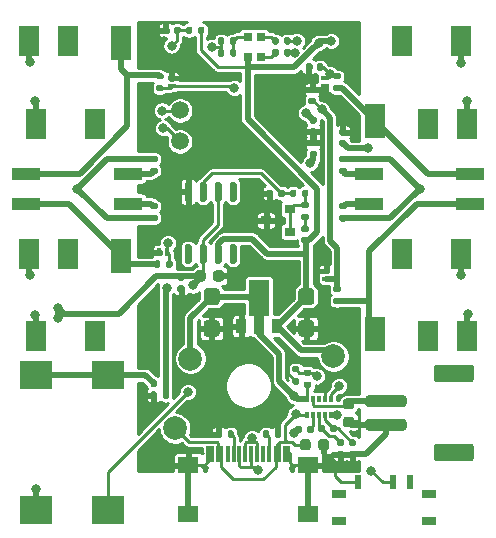
<source format=gbr>
%TF.GenerationSoftware,KiCad,Pcbnew,(5.1.8)-1*%
%TF.CreationDate,2021-07-06T20:41:50+01:00*%
%TF.ProjectId,ESP32-S2-PowerMeter,45535033-322d-4533-922d-506f7765724d,rev?*%
%TF.SameCoordinates,Original*%
%TF.FileFunction,Copper,L1,Top*%
%TF.FilePolarity,Positive*%
%FSLAX46Y46*%
G04 Gerber Fmt 4.6, Leading zero omitted, Abs format (unit mm)*
G04 Created by KiCad (PCBNEW (5.1.8)-1) date 2021-07-06 20:41:50*
%MOMM*%
%LPD*%
G01*
G04 APERTURE LIST*
%TA.AperFunction,SMDPad,CuDef*%
%ADD10R,0.700000X0.800000*%
%TD*%
%TA.AperFunction,SMDPad,CuDef*%
%ADD11R,0.300000X1.450000*%
%TD*%
%TA.AperFunction,SMDPad,CuDef*%
%ADD12R,1.800000X1.450000*%
%TD*%
%TA.AperFunction,SMDPad,CuDef*%
%ADD13R,1.800000X2.950000*%
%TD*%
%TA.AperFunction,SMDPad,CuDef*%
%ADD14R,1.800000X2.550000*%
%TD*%
%TA.AperFunction,SMDPad,CuDef*%
%ADD15R,2.800000X2.400000*%
%TD*%
%TA.AperFunction,SMDPad,CuDef*%
%ADD16R,0.600000X1.250000*%
%TD*%
%TA.AperFunction,SMDPad,CuDef*%
%ADD17R,1.200000X0.700000*%
%TD*%
%TA.AperFunction,SMDPad,CuDef*%
%ADD18R,2.440000X1.120000*%
%TD*%
%TA.AperFunction,ComponentPad*%
%ADD19C,2.000000*%
%TD*%
%TA.AperFunction,SMDPad,CuDef*%
%ADD20R,0.300000X0.600000*%
%TD*%
%TA.AperFunction,SMDPad,CuDef*%
%ADD21C,0.100000*%
%TD*%
%TA.AperFunction,SMDPad,CuDef*%
%ADD22R,0.900000X1.300000*%
%TD*%
%TA.AperFunction,SMDPad,CuDef*%
%ADD23R,0.900000X0.800000*%
%TD*%
%TA.AperFunction,SMDPad,CuDef*%
%ADD24C,1.500000*%
%TD*%
%TA.AperFunction,SMDPad,CuDef*%
%ADD25R,0.700000X0.400000*%
%TD*%
%TA.AperFunction,SMDPad,CuDef*%
%ADD26R,0.400000X0.700000*%
%TD*%
%TA.AperFunction,ViaPad*%
%ADD27C,0.800000*%
%TD*%
%TA.AperFunction,Conductor*%
%ADD28C,0.250000*%
%TD*%
%TA.AperFunction,Conductor*%
%ADD29C,0.500000*%
%TD*%
%TA.AperFunction,Conductor*%
%ADD30C,0.254000*%
%TD*%
%TA.AperFunction,Conductor*%
%ADD31C,0.100000*%
%TD*%
G04 APERTURE END LIST*
%TO.P,C1,2*%
%TO.N,GND*%
%TA.AperFunction,SMDPad,CuDef*%
G36*
G01*
X129425000Y-160950000D02*
X129425000Y-160450000D01*
G75*
G02*
X129650000Y-160225000I225000J0D01*
G01*
X130100000Y-160225000D01*
G75*
G02*
X130325000Y-160450000I0J-225000D01*
G01*
X130325000Y-160950000D01*
G75*
G02*
X130100000Y-161175000I-225000J0D01*
G01*
X129650000Y-161175000D01*
G75*
G02*
X129425000Y-160950000I0J225000D01*
G01*
G37*
%TD.AperFunction*%
%TO.P,C1,1*%
%TO.N,VBUS*%
%TA.AperFunction,SMDPad,CuDef*%
G36*
G01*
X127875000Y-160950000D02*
X127875000Y-160450000D01*
G75*
G02*
X128100000Y-160225000I225000J0D01*
G01*
X128550000Y-160225000D01*
G75*
G02*
X128775000Y-160450000I0J-225000D01*
G01*
X128775000Y-160950000D01*
G75*
G02*
X128550000Y-161175000I-225000J0D01*
G01*
X128100000Y-161175000D01*
G75*
G02*
X127875000Y-160950000I0J225000D01*
G01*
G37*
%TD.AperFunction*%
%TD*%
%TO.P,C2,2*%
%TO.N,+BATT*%
%TA.AperFunction,SMDPad,CuDef*%
G36*
G01*
X132250000Y-157675000D02*
X131750000Y-157675000D01*
G75*
G02*
X131525000Y-157450000I0J225000D01*
G01*
X131525000Y-157000000D01*
G75*
G02*
X131750000Y-156775000I225000J0D01*
G01*
X132250000Y-156775000D01*
G75*
G02*
X132475000Y-157000000I0J-225000D01*
G01*
X132475000Y-157450000D01*
G75*
G02*
X132250000Y-157675000I-225000J0D01*
G01*
G37*
%TD.AperFunction*%
%TO.P,C2,1*%
%TO.N,GND*%
%TA.AperFunction,SMDPad,CuDef*%
G36*
G01*
X132250000Y-159225000D02*
X131750000Y-159225000D01*
G75*
G02*
X131525000Y-159000000I0J225000D01*
G01*
X131525000Y-158550000D01*
G75*
G02*
X131750000Y-158325000I225000J0D01*
G01*
X132250000Y-158325000D01*
G75*
G02*
X132475000Y-158550000I0J-225000D01*
G01*
X132475000Y-159000000D01*
G75*
G02*
X132250000Y-159225000I-225000J0D01*
G01*
G37*
%TD.AperFunction*%
%TD*%
%TO.P,C3,2*%
%TO.N,GND*%
%TA.AperFunction,SMDPad,CuDef*%
G36*
G01*
X132130000Y-161200000D02*
X132470000Y-161200000D01*
G75*
G02*
X132610000Y-161340000I0J-140000D01*
G01*
X132610000Y-161620000D01*
G75*
G02*
X132470000Y-161760000I-140000J0D01*
G01*
X132130000Y-161760000D01*
G75*
G02*
X131990000Y-161620000I0J140000D01*
G01*
X131990000Y-161340000D01*
G75*
G02*
X132130000Y-161200000I140000J0D01*
G01*
G37*
%TD.AperFunction*%
%TO.P,C3,1*%
%TO.N,Net-(C3-Pad1)*%
%TA.AperFunction,SMDPad,CuDef*%
G36*
G01*
X132130000Y-160240000D02*
X132470000Y-160240000D01*
G75*
G02*
X132610000Y-160380000I0J-140000D01*
G01*
X132610000Y-160660000D01*
G75*
G02*
X132470000Y-160800000I-140000J0D01*
G01*
X132130000Y-160800000D01*
G75*
G02*
X131990000Y-160660000I0J140000D01*
G01*
X131990000Y-160380000D01*
G75*
G02*
X132130000Y-160240000I140000J0D01*
G01*
G37*
%TD.AperFunction*%
%TD*%
%TO.P,C4,2*%
%TO.N,GND*%
%TA.AperFunction,SMDPad,CuDef*%
G36*
G01*
X116800000Y-125430000D02*
X116800000Y-125770000D01*
G75*
G02*
X116660000Y-125910000I-140000J0D01*
G01*
X116380000Y-125910000D01*
G75*
G02*
X116240000Y-125770000I0J140000D01*
G01*
X116240000Y-125430000D01*
G75*
G02*
X116380000Y-125290000I140000J0D01*
G01*
X116660000Y-125290000D01*
G75*
G02*
X116800000Y-125430000I0J-140000D01*
G01*
G37*
%TD.AperFunction*%
%TO.P,C4,1*%
%TO.N,Net-(C4-Pad1)*%
%TA.AperFunction,SMDPad,CuDef*%
G36*
G01*
X117760000Y-125430000D02*
X117760000Y-125770000D01*
G75*
G02*
X117620000Y-125910000I-140000J0D01*
G01*
X117340000Y-125910000D01*
G75*
G02*
X117200000Y-125770000I0J140000D01*
G01*
X117200000Y-125430000D01*
G75*
G02*
X117340000Y-125290000I140000J0D01*
G01*
X117620000Y-125290000D01*
G75*
G02*
X117760000Y-125430000I0J-140000D01*
G01*
G37*
%TD.AperFunction*%
%TD*%
%TO.P,C5,2*%
%TO.N,GND*%
%TA.AperFunction,SMDPad,CuDef*%
G36*
G01*
X119974999Y-150150000D02*
X120825001Y-150150000D01*
G75*
G02*
X121075000Y-150399999I0J-249999D01*
G01*
X121075000Y-151300001D01*
G75*
G02*
X120825001Y-151550000I-249999J0D01*
G01*
X119974999Y-151550000D01*
G75*
G02*
X119725000Y-151300001I0J249999D01*
G01*
X119725000Y-150399999D01*
G75*
G02*
X119974999Y-150150000I249999J0D01*
G01*
G37*
%TD.AperFunction*%
%TO.P,C5,1*%
%TO.N,Net-(C5-Pad1)*%
%TA.AperFunction,SMDPad,CuDef*%
G36*
G01*
X119974999Y-147450000D02*
X120825001Y-147450000D01*
G75*
G02*
X121075000Y-147699999I0J-249999D01*
G01*
X121075000Y-148600001D01*
G75*
G02*
X120825001Y-148850000I-249999J0D01*
G01*
X119974999Y-148850000D01*
G75*
G02*
X119725000Y-148600001I0J249999D01*
G01*
X119725000Y-147699999D01*
G75*
G02*
X119974999Y-147450000I249999J0D01*
G01*
G37*
%TD.AperFunction*%
%TD*%
%TO.P,C6,2*%
%TO.N,GND*%
%TA.AperFunction,SMDPad,CuDef*%
G36*
G01*
X127974999Y-150150000D02*
X128825001Y-150150000D01*
G75*
G02*
X129075000Y-150399999I0J-249999D01*
G01*
X129075000Y-151300001D01*
G75*
G02*
X128825001Y-151550000I-249999J0D01*
G01*
X127974999Y-151550000D01*
G75*
G02*
X127725000Y-151300001I0J249999D01*
G01*
X127725000Y-150399999D01*
G75*
G02*
X127974999Y-150150000I249999J0D01*
G01*
G37*
%TD.AperFunction*%
%TO.P,C6,1*%
%TO.N,+3V3*%
%TA.AperFunction,SMDPad,CuDef*%
G36*
G01*
X127974999Y-147450000D02*
X128825001Y-147450000D01*
G75*
G02*
X129075000Y-147699999I0J-249999D01*
G01*
X129075000Y-148600001D01*
G75*
G02*
X128825001Y-148850000I-249999J0D01*
G01*
X127974999Y-148850000D01*
G75*
G02*
X127725000Y-148600001I0J249999D01*
G01*
X127725000Y-147699999D01*
G75*
G02*
X127974999Y-147450000I249999J0D01*
G01*
G37*
%TD.AperFunction*%
%TD*%
%TO.P,C7,2*%
%TO.N,GND*%
%TA.AperFunction,SMDPad,CuDef*%
G36*
G01*
X129070000Y-130900000D02*
X128730000Y-130900000D01*
G75*
G02*
X128590000Y-130760000I0J140000D01*
G01*
X128590000Y-130480000D01*
G75*
G02*
X128730000Y-130340000I140000J0D01*
G01*
X129070000Y-130340000D01*
G75*
G02*
X129210000Y-130480000I0J-140000D01*
G01*
X129210000Y-130760000D01*
G75*
G02*
X129070000Y-130900000I-140000J0D01*
G01*
G37*
%TD.AperFunction*%
%TO.P,C7,1*%
%TO.N,CH1_IN*%
%TA.AperFunction,SMDPad,CuDef*%
G36*
G01*
X129070000Y-131860000D02*
X128730000Y-131860000D01*
G75*
G02*
X128590000Y-131720000I0J140000D01*
G01*
X128590000Y-131440000D01*
G75*
G02*
X128730000Y-131300000I140000J0D01*
G01*
X129070000Y-131300000D01*
G75*
G02*
X129210000Y-131440000I0J-140000D01*
G01*
X129210000Y-131720000D01*
G75*
G02*
X129070000Y-131860000I-140000J0D01*
G01*
G37*
%TD.AperFunction*%
%TD*%
%TO.P,C8,2*%
%TO.N,GND*%
%TA.AperFunction,SMDPad,CuDef*%
G36*
G01*
X128900000Y-128530000D02*
X128900000Y-128870000D01*
G75*
G02*
X128760000Y-129010000I-140000J0D01*
G01*
X128480000Y-129010000D01*
G75*
G02*
X128340000Y-128870000I0J140000D01*
G01*
X128340000Y-128530000D01*
G75*
G02*
X128480000Y-128390000I140000J0D01*
G01*
X128760000Y-128390000D01*
G75*
G02*
X128900000Y-128530000I0J-140000D01*
G01*
G37*
%TD.AperFunction*%
%TO.P,C8,1*%
%TO.N,CH2_IN*%
%TA.AperFunction,SMDPad,CuDef*%
G36*
G01*
X129860000Y-128530000D02*
X129860000Y-128870000D01*
G75*
G02*
X129720000Y-129010000I-140000J0D01*
G01*
X129440000Y-129010000D01*
G75*
G02*
X129300000Y-128870000I0J140000D01*
G01*
X129300000Y-128530000D01*
G75*
G02*
X129440000Y-128390000I140000J0D01*
G01*
X129720000Y-128390000D01*
G75*
G02*
X129860000Y-128530000I0J-140000D01*
G01*
G37*
%TD.AperFunction*%
%TD*%
%TO.P,C9,2*%
%TO.N,GND*%
%TA.AperFunction,SMDPad,CuDef*%
G36*
G01*
X129170000Y-135400000D02*
X128830000Y-135400000D01*
G75*
G02*
X128690000Y-135260000I0J140000D01*
G01*
X128690000Y-134980000D01*
G75*
G02*
X128830000Y-134840000I140000J0D01*
G01*
X129170000Y-134840000D01*
G75*
G02*
X129310000Y-134980000I0J-140000D01*
G01*
X129310000Y-135260000D01*
G75*
G02*
X129170000Y-135400000I-140000J0D01*
G01*
G37*
%TD.AperFunction*%
%TO.P,C9,1*%
%TO.N,CH3_IN*%
%TA.AperFunction,SMDPad,CuDef*%
G36*
G01*
X129170000Y-136360000D02*
X128830000Y-136360000D01*
G75*
G02*
X128690000Y-136220000I0J140000D01*
G01*
X128690000Y-135940000D01*
G75*
G02*
X128830000Y-135800000I140000J0D01*
G01*
X129170000Y-135800000D01*
G75*
G02*
X129310000Y-135940000I0J-140000D01*
G01*
X129310000Y-136220000D01*
G75*
G02*
X129170000Y-136360000I-140000J0D01*
G01*
G37*
%TD.AperFunction*%
%TD*%
%TO.P,C10,2*%
%TO.N,GND*%
%TA.AperFunction,SMDPad,CuDef*%
G36*
G01*
X128830000Y-133900000D02*
X129170000Y-133900000D01*
G75*
G02*
X129310000Y-134040000I0J-140000D01*
G01*
X129310000Y-134320000D01*
G75*
G02*
X129170000Y-134460000I-140000J0D01*
G01*
X128830000Y-134460000D01*
G75*
G02*
X128690000Y-134320000I0J140000D01*
G01*
X128690000Y-134040000D01*
G75*
G02*
X128830000Y-133900000I140000J0D01*
G01*
G37*
%TD.AperFunction*%
%TO.P,C10,1*%
%TO.N,CH4_IN*%
%TA.AperFunction,SMDPad,CuDef*%
G36*
G01*
X128830000Y-132940000D02*
X129170000Y-132940000D01*
G75*
G02*
X129310000Y-133080000I0J-140000D01*
G01*
X129310000Y-133360000D01*
G75*
G02*
X129170000Y-133500000I-140000J0D01*
G01*
X128830000Y-133500000D01*
G75*
G02*
X128690000Y-133360000I0J140000D01*
G01*
X128690000Y-133080000D01*
G75*
G02*
X128830000Y-132940000I140000J0D01*
G01*
G37*
%TD.AperFunction*%
%TD*%
D10*
%TO.P,D1,4*%
%TO.N,Net-(D1-Pad4)*%
X123450000Y-126150000D03*
%TO.P,D1,3*%
%TO.N,+3V3*%
X123450000Y-127850000D03*
%TO.P,D1,2*%
%TO.N,Net-(D1-Pad2)*%
X124550000Y-127850000D03*
%TO.P,D1,1*%
%TO.N,Net-(D1-Pad1)*%
X124550000Y-126150000D03*
%TD*%
%TO.P,FB1,2*%
%TO.N,Net-(FB1-Pad2)*%
%TA.AperFunction,SMDPad,CuDef*%
G36*
G01*
X128472500Y-142710000D02*
X128127500Y-142710000D01*
G75*
G02*
X127980000Y-142562500I0J147500D01*
G01*
X127980000Y-142267500D01*
G75*
G02*
X128127500Y-142120000I147500J0D01*
G01*
X128472500Y-142120000D01*
G75*
G02*
X128620000Y-142267500I0J-147500D01*
G01*
X128620000Y-142562500D01*
G75*
G02*
X128472500Y-142710000I-147500J0D01*
G01*
G37*
%TD.AperFunction*%
%TO.P,FB1,1*%
%TO.N,+3V3*%
%TA.AperFunction,SMDPad,CuDef*%
G36*
G01*
X128472500Y-143680000D02*
X128127500Y-143680000D01*
G75*
G02*
X127980000Y-143532500I0J147500D01*
G01*
X127980000Y-143237500D01*
G75*
G02*
X128127500Y-143090000I147500J0D01*
G01*
X128472500Y-143090000D01*
G75*
G02*
X128620000Y-143237500I0J-147500D01*
G01*
X128620000Y-143532500D01*
G75*
G02*
X128472500Y-143680000I-147500J0D01*
G01*
G37*
%TD.AperFunction*%
%TD*%
D11*
%TO.P,J1,A12*%
%TO.N,GND*%
X126875000Y-161495000D03*
%TO.P,J1,A9*%
%TO.N,VBUS*%
X126100000Y-161495000D03*
%TO.P,J1,B9*%
X121200000Y-161495000D03*
%TO.P,J1,B12*%
%TO.N,GND*%
X120425000Y-161495000D03*
%TO.P,J1,A1*%
X120125000Y-161495000D03*
%TO.P,J1,A4*%
%TO.N,VBUS*%
X120900000Y-161495000D03*
%TO.P,J1,B1*%
%TO.N,GND*%
X126575000Y-161495000D03*
%TO.P,J1,B4*%
%TO.N,VBUS*%
X125800000Y-161495000D03*
%TO.P,J1,B8*%
%TO.N,Net-(J1-PadB8)*%
X121750000Y-161495000D03*
%TO.P,J1,A5*%
%TO.N,Net-(J1-PadA5)*%
X122250000Y-161495000D03*
%TO.P,J1,B7*%
%TO.N,USB_D-*%
X122750000Y-161495000D03*
%TO.P,J1,B5*%
%TO.N,Net-(J1-PadB5)*%
X125250000Y-161495000D03*
%TO.P,J1,A8*%
%TO.N,Net-(J1-PadA8)*%
X124750000Y-161495000D03*
%TO.P,J1,B6*%
%TO.N,USB_D+*%
X124250000Y-161495000D03*
%TO.P,J1,A7*%
%TO.N,USB_D-*%
X123750000Y-161495000D03*
%TO.P,J1,A6*%
%TO.N,USB_D+*%
X123250000Y-161495000D03*
D12*
%TO.P,J1,S1*%
%TO.N,GND*%
X118430000Y-162410000D03*
X118430000Y-166590000D03*
X128570000Y-162410000D03*
X128570000Y-166590000D03*
%TD*%
%TO.P,J2,MP*%
%TO.N,N/C*%
%TA.AperFunction,SMDPad,CuDef*%
G36*
G01*
X142350000Y-155400000D02*
X139450000Y-155400000D01*
G75*
G02*
X139200000Y-155150000I0J250000D01*
G01*
X139200000Y-154150000D01*
G75*
G02*
X139450000Y-153900000I250000J0D01*
G01*
X142350000Y-153900000D01*
G75*
G02*
X142600000Y-154150000I0J-250000D01*
G01*
X142600000Y-155150000D01*
G75*
G02*
X142350000Y-155400000I-250000J0D01*
G01*
G37*
%TD.AperFunction*%
%TA.AperFunction,SMDPad,CuDef*%
G36*
G01*
X142350000Y-162100000D02*
X139450000Y-162100000D01*
G75*
G02*
X139200000Y-161850000I0J250000D01*
G01*
X139200000Y-160850000D01*
G75*
G02*
X139450000Y-160600000I250000J0D01*
G01*
X142350000Y-160600000D01*
G75*
G02*
X142600000Y-160850000I0J-250000D01*
G01*
X142600000Y-161850000D01*
G75*
G02*
X142350000Y-162100000I-250000J0D01*
G01*
G37*
%TD.AperFunction*%
%TO.P,J2,2*%
%TO.N,+BATT*%
%TA.AperFunction,SMDPad,CuDef*%
G36*
G01*
X136650000Y-157500000D02*
X133650000Y-157500000D01*
G75*
G02*
X133400000Y-157250000I0J250000D01*
G01*
X133400000Y-156750000D01*
G75*
G02*
X133650000Y-156500000I250000J0D01*
G01*
X136650000Y-156500000D01*
G75*
G02*
X136900000Y-156750000I0J-250000D01*
G01*
X136900000Y-157250000D01*
G75*
G02*
X136650000Y-157500000I-250000J0D01*
G01*
G37*
%TD.AperFunction*%
%TO.P,J2,1*%
%TO.N,GND*%
%TA.AperFunction,SMDPad,CuDef*%
G36*
G01*
X136650000Y-159500000D02*
X133650000Y-159500000D01*
G75*
G02*
X133400000Y-159250000I0J250000D01*
G01*
X133400000Y-158750000D01*
G75*
G02*
X133650000Y-158500000I250000J0D01*
G01*
X136650000Y-158500000D01*
G75*
G02*
X136900000Y-158750000I0J-250000D01*
G01*
X136900000Y-159250000D01*
G75*
G02*
X136650000Y-159500000I-250000J0D01*
G01*
G37*
%TD.AperFunction*%
%TD*%
D13*
%TO.P,J3,T*%
%TO.N,Net-(J3-PadT)*%
X134250000Y-151300000D03*
D14*
%TO.P,J3,R*%
%TO.N,Net-(J3-PadR)*%
X136500000Y-144500000D03*
%TO.P,J3,S*%
%TO.N,REF_SENSE*%
X141500000Y-144500000D03*
%TO.P,J3,R2*%
%TO.N,N/C*%
X138750000Y-151500000D03*
%TO.P,J3,S*%
%TO.N,REF_SENSE*%
X142050000Y-151500000D03*
%TD*%
D13*
%TO.P,J4,T*%
%TO.N,Net-(J4-PadT)*%
X134250000Y-133300000D03*
D14*
%TO.P,J4,R*%
%TO.N,Net-(J4-PadR)*%
X136500000Y-126500000D03*
%TO.P,J4,S*%
%TO.N,REF_SENSE*%
X141500000Y-126500000D03*
%TO.P,J4,R2*%
%TO.N,N/C*%
X138750000Y-133500000D03*
%TO.P,J4,S*%
%TO.N,REF_SENSE*%
X142050000Y-133500000D03*
%TD*%
D13*
%TO.P,J5,T*%
%TO.N,Net-(J5-PadT)*%
X112750000Y-144700000D03*
D14*
%TO.P,J5,R*%
%TO.N,Net-(J5-PadR)*%
X110500000Y-151500000D03*
%TO.P,J5,S*%
%TO.N,REF_SENSE*%
X105500000Y-151500000D03*
%TO.P,J5,R2*%
%TO.N,N/C*%
X108250000Y-144500000D03*
%TO.P,J5,S*%
%TO.N,REF_SENSE*%
X104950000Y-144500000D03*
%TD*%
D13*
%TO.P,J6,T*%
%TO.N,Net-(J6-PadT)*%
X112750000Y-126700000D03*
D14*
%TO.P,J6,R*%
%TO.N,Net-(J6-PadR)*%
X110500000Y-133500000D03*
%TO.P,J6,S*%
%TO.N,REF_SENSE*%
X105500000Y-133500000D03*
%TO.P,J6,R2*%
%TO.N,N/C*%
X108250000Y-126500000D03*
%TO.P,J6,S*%
%TO.N,REF_SENSE*%
X104950000Y-126500000D03*
%TD*%
D15*
%TO.P,J7,3*%
%TO.N,AC_PLUG*%
X111600000Y-166200000D03*
%TO.P,J7,2*%
%TO.N,REF_SENSE*%
X105500000Y-166200000D03*
%TO.P,J7,1*%
%TO.N,Net-(J7-Pad1)*%
X111600000Y-154800000D03*
X105500000Y-154800000D03*
%TD*%
%TO.P,R1,2*%
%TO.N,RED*%
%TA.AperFunction,SMDPad,CuDef*%
G36*
G01*
X126540000Y-126685000D02*
X126540000Y-126315000D01*
G75*
G02*
X126675000Y-126180000I135000J0D01*
G01*
X126945000Y-126180000D01*
G75*
G02*
X127080000Y-126315000I0J-135000D01*
G01*
X127080000Y-126685000D01*
G75*
G02*
X126945000Y-126820000I-135000J0D01*
G01*
X126675000Y-126820000D01*
G75*
G02*
X126540000Y-126685000I0J135000D01*
G01*
G37*
%TD.AperFunction*%
%TO.P,R1,1*%
%TO.N,Net-(D1-Pad1)*%
%TA.AperFunction,SMDPad,CuDef*%
G36*
G01*
X125520000Y-126685000D02*
X125520000Y-126315000D01*
G75*
G02*
X125655000Y-126180000I135000J0D01*
G01*
X125925000Y-126180000D01*
G75*
G02*
X126060000Y-126315000I0J-135000D01*
G01*
X126060000Y-126685000D01*
G75*
G02*
X125925000Y-126820000I-135000J0D01*
G01*
X125655000Y-126820000D01*
G75*
G02*
X125520000Y-126685000I0J135000D01*
G01*
G37*
%TD.AperFunction*%
%TD*%
%TO.P,R2,2*%
%TO.N,GREEN*%
%TA.AperFunction,SMDPad,CuDef*%
G36*
G01*
X121460000Y-126315000D02*
X121460000Y-126685000D01*
G75*
G02*
X121325000Y-126820000I-135000J0D01*
G01*
X121055000Y-126820000D01*
G75*
G02*
X120920000Y-126685000I0J135000D01*
G01*
X120920000Y-126315000D01*
G75*
G02*
X121055000Y-126180000I135000J0D01*
G01*
X121325000Y-126180000D01*
G75*
G02*
X121460000Y-126315000I0J-135000D01*
G01*
G37*
%TD.AperFunction*%
%TO.P,R2,1*%
%TO.N,Net-(D1-Pad4)*%
%TA.AperFunction,SMDPad,CuDef*%
G36*
G01*
X122480000Y-126315000D02*
X122480000Y-126685000D01*
G75*
G02*
X122345000Y-126820000I-135000J0D01*
G01*
X122075000Y-126820000D01*
G75*
G02*
X121940000Y-126685000I0J135000D01*
G01*
X121940000Y-126315000D01*
G75*
G02*
X122075000Y-126180000I135000J0D01*
G01*
X122345000Y-126180000D01*
G75*
G02*
X122480000Y-126315000I0J-135000D01*
G01*
G37*
%TD.AperFunction*%
%TD*%
%TO.P,R3,2*%
%TO.N,GREEN*%
%TA.AperFunction,SMDPad,CuDef*%
G36*
G01*
X121460000Y-127315000D02*
X121460000Y-127685000D01*
G75*
G02*
X121325000Y-127820000I-135000J0D01*
G01*
X121055000Y-127820000D01*
G75*
G02*
X120920000Y-127685000I0J135000D01*
G01*
X120920000Y-127315000D01*
G75*
G02*
X121055000Y-127180000I135000J0D01*
G01*
X121325000Y-127180000D01*
G75*
G02*
X121460000Y-127315000I0J-135000D01*
G01*
G37*
%TD.AperFunction*%
%TO.P,R3,1*%
%TO.N,Net-(D1-Pad4)*%
%TA.AperFunction,SMDPad,CuDef*%
G36*
G01*
X122480000Y-127315000D02*
X122480000Y-127685000D01*
G75*
G02*
X122345000Y-127820000I-135000J0D01*
G01*
X122075000Y-127820000D01*
G75*
G02*
X121940000Y-127685000I0J135000D01*
G01*
X121940000Y-127315000D01*
G75*
G02*
X122075000Y-127180000I135000J0D01*
G01*
X122345000Y-127180000D01*
G75*
G02*
X122480000Y-127315000I0J-135000D01*
G01*
G37*
%TD.AperFunction*%
%TD*%
%TO.P,R4,2*%
%TO.N,BLUE*%
%TA.AperFunction,SMDPad,CuDef*%
G36*
G01*
X126540000Y-127685000D02*
X126540000Y-127315000D01*
G75*
G02*
X126675000Y-127180000I135000J0D01*
G01*
X126945000Y-127180000D01*
G75*
G02*
X127080000Y-127315000I0J-135000D01*
G01*
X127080000Y-127685000D01*
G75*
G02*
X126945000Y-127820000I-135000J0D01*
G01*
X126675000Y-127820000D01*
G75*
G02*
X126540000Y-127685000I0J135000D01*
G01*
G37*
%TD.AperFunction*%
%TO.P,R4,1*%
%TO.N,Net-(D1-Pad2)*%
%TA.AperFunction,SMDPad,CuDef*%
G36*
G01*
X125520000Y-127685000D02*
X125520000Y-127315000D01*
G75*
G02*
X125655000Y-127180000I135000J0D01*
G01*
X125925000Y-127180000D01*
G75*
G02*
X126060000Y-127315000I0J-135000D01*
G01*
X126060000Y-127685000D01*
G75*
G02*
X125925000Y-127820000I-135000J0D01*
G01*
X125655000Y-127820000D01*
G75*
G02*
X125520000Y-127685000I0J135000D01*
G01*
G37*
%TD.AperFunction*%
%TD*%
%TO.P,R5,2*%
%TO.N,Net-(J1-PadA5)*%
%TA.AperFunction,SMDPad,CuDef*%
G36*
G01*
X121740000Y-159985000D02*
X121740000Y-159615000D01*
G75*
G02*
X121875000Y-159480000I135000J0D01*
G01*
X122145000Y-159480000D01*
G75*
G02*
X122280000Y-159615000I0J-135000D01*
G01*
X122280000Y-159985000D01*
G75*
G02*
X122145000Y-160120000I-135000J0D01*
G01*
X121875000Y-160120000D01*
G75*
G02*
X121740000Y-159985000I0J135000D01*
G01*
G37*
%TD.AperFunction*%
%TO.P,R5,1*%
%TO.N,GND*%
%TA.AperFunction,SMDPad,CuDef*%
G36*
G01*
X120720000Y-159985000D02*
X120720000Y-159615000D01*
G75*
G02*
X120855000Y-159480000I135000J0D01*
G01*
X121125000Y-159480000D01*
G75*
G02*
X121260000Y-159615000I0J-135000D01*
G01*
X121260000Y-159985000D01*
G75*
G02*
X121125000Y-160120000I-135000J0D01*
G01*
X120855000Y-160120000D01*
G75*
G02*
X120720000Y-159985000I0J135000D01*
G01*
G37*
%TD.AperFunction*%
%TD*%
%TO.P,R6,2*%
%TO.N,Net-(J1-PadB5)*%
%TA.AperFunction,SMDPad,CuDef*%
G36*
G01*
X125260000Y-159615000D02*
X125260000Y-159985000D01*
G75*
G02*
X125125000Y-160120000I-135000J0D01*
G01*
X124855000Y-160120000D01*
G75*
G02*
X124720000Y-159985000I0J135000D01*
G01*
X124720000Y-159615000D01*
G75*
G02*
X124855000Y-159480000I135000J0D01*
G01*
X125125000Y-159480000D01*
G75*
G02*
X125260000Y-159615000I0J-135000D01*
G01*
G37*
%TD.AperFunction*%
%TO.P,R6,1*%
%TO.N,GND*%
%TA.AperFunction,SMDPad,CuDef*%
G36*
G01*
X126280000Y-159615000D02*
X126280000Y-159985000D01*
G75*
G02*
X126145000Y-160120000I-135000J0D01*
G01*
X125875000Y-160120000D01*
G75*
G02*
X125740000Y-159985000I0J135000D01*
G01*
X125740000Y-159615000D01*
G75*
G02*
X125875000Y-159480000I135000J0D01*
G01*
X126145000Y-159480000D01*
G75*
G02*
X126280000Y-159615000I0J-135000D01*
G01*
G37*
%TD.AperFunction*%
%TD*%
%TO.P,R7,2*%
%TO.N,Net-(R7-Pad2)*%
%TA.AperFunction,SMDPad,CuDef*%
G36*
G01*
X129960000Y-159115000D02*
X129960000Y-159485000D01*
G75*
G02*
X129825000Y-159620000I-135000J0D01*
G01*
X129555000Y-159620000D01*
G75*
G02*
X129420000Y-159485000I0J135000D01*
G01*
X129420000Y-159115000D01*
G75*
G02*
X129555000Y-158980000I135000J0D01*
G01*
X129825000Y-158980000D01*
G75*
G02*
X129960000Y-159115000I0J-135000D01*
G01*
G37*
%TD.AperFunction*%
%TO.P,R7,1*%
%TO.N,Net-(C3-Pad1)*%
%TA.AperFunction,SMDPad,CuDef*%
G36*
G01*
X130980000Y-159115000D02*
X130980000Y-159485000D01*
G75*
G02*
X130845000Y-159620000I-135000J0D01*
G01*
X130575000Y-159620000D01*
G75*
G02*
X130440000Y-159485000I0J135000D01*
G01*
X130440000Y-159115000D01*
G75*
G02*
X130575000Y-158980000I135000J0D01*
G01*
X130845000Y-158980000D01*
G75*
G02*
X130980000Y-159115000I0J-135000D01*
G01*
G37*
%TD.AperFunction*%
%TD*%
%TO.P,R8,2*%
%TO.N,GND*%
%TA.AperFunction,SMDPad,CuDef*%
G36*
G01*
X128010000Y-159215000D02*
X128010000Y-159585000D01*
G75*
G02*
X127875000Y-159720000I-135000J0D01*
G01*
X127605000Y-159720000D01*
G75*
G02*
X127470000Y-159585000I0J135000D01*
G01*
X127470000Y-159215000D01*
G75*
G02*
X127605000Y-159080000I135000J0D01*
G01*
X127875000Y-159080000D01*
G75*
G02*
X128010000Y-159215000I0J-135000D01*
G01*
G37*
%TD.AperFunction*%
%TO.P,R8,1*%
%TO.N,Net-(R8-Pad1)*%
%TA.AperFunction,SMDPad,CuDef*%
G36*
G01*
X129030000Y-159215000D02*
X129030000Y-159585000D01*
G75*
G02*
X128895000Y-159720000I-135000J0D01*
G01*
X128625000Y-159720000D01*
G75*
G02*
X128490000Y-159585000I0J135000D01*
G01*
X128490000Y-159215000D01*
G75*
G02*
X128625000Y-159080000I135000J0D01*
G01*
X128895000Y-159080000D01*
G75*
G02*
X129030000Y-159215000I0J-135000D01*
G01*
G37*
%TD.AperFunction*%
%TD*%
%TO.P,R9,2*%
%TO.N,Net-(C4-Pad1)*%
%TA.AperFunction,SMDPad,CuDef*%
G36*
G01*
X118760000Y-125415000D02*
X118760000Y-125785000D01*
G75*
G02*
X118625000Y-125920000I-135000J0D01*
G01*
X118355000Y-125920000D01*
G75*
G02*
X118220000Y-125785000I0J135000D01*
G01*
X118220000Y-125415000D01*
G75*
G02*
X118355000Y-125280000I135000J0D01*
G01*
X118625000Y-125280000D01*
G75*
G02*
X118760000Y-125415000I0J-135000D01*
G01*
G37*
%TD.AperFunction*%
%TO.P,R9,1*%
%TO.N,+3V3*%
%TA.AperFunction,SMDPad,CuDef*%
G36*
G01*
X119780000Y-125415000D02*
X119780000Y-125785000D01*
G75*
G02*
X119645000Y-125920000I-135000J0D01*
G01*
X119375000Y-125920000D01*
G75*
G02*
X119240000Y-125785000I0J135000D01*
G01*
X119240000Y-125415000D01*
G75*
G02*
X119375000Y-125280000I135000J0D01*
G01*
X119645000Y-125280000D01*
G75*
G02*
X119780000Y-125415000I0J-135000D01*
G01*
G37*
%TD.AperFunction*%
%TD*%
%TO.P,R10,2*%
%TO.N,VPP_SENSE*%
%TA.AperFunction,SMDPad,CuDef*%
G36*
G01*
X128685000Y-154860000D02*
X128315000Y-154860000D01*
G75*
G02*
X128180000Y-154725000I0J135000D01*
G01*
X128180000Y-154455000D01*
G75*
G02*
X128315000Y-154320000I135000J0D01*
G01*
X128685000Y-154320000D01*
G75*
G02*
X128820000Y-154455000I0J-135000D01*
G01*
X128820000Y-154725000D01*
G75*
G02*
X128685000Y-154860000I-135000J0D01*
G01*
G37*
%TD.AperFunction*%
%TO.P,R10,1*%
%TO.N,Net-(C5-Pad1)*%
%TA.AperFunction,SMDPad,CuDef*%
G36*
G01*
X128685000Y-155880000D02*
X128315000Y-155880000D01*
G75*
G02*
X128180000Y-155745000I0J135000D01*
G01*
X128180000Y-155475000D01*
G75*
G02*
X128315000Y-155340000I135000J0D01*
G01*
X128685000Y-155340000D01*
G75*
G02*
X128820000Y-155475000I0J-135000D01*
G01*
X128820000Y-155745000D01*
G75*
G02*
X128685000Y-155880000I-135000J0D01*
G01*
G37*
%TD.AperFunction*%
%TD*%
%TO.P,R11,2*%
%TO.N,GND*%
%TA.AperFunction,SMDPad,CuDef*%
G36*
G01*
X127315000Y-155040000D02*
X127685000Y-155040000D01*
G75*
G02*
X127820000Y-155175000I0J-135000D01*
G01*
X127820000Y-155445000D01*
G75*
G02*
X127685000Y-155580000I-135000J0D01*
G01*
X127315000Y-155580000D01*
G75*
G02*
X127180000Y-155445000I0J135000D01*
G01*
X127180000Y-155175000D01*
G75*
G02*
X127315000Y-155040000I135000J0D01*
G01*
G37*
%TD.AperFunction*%
%TO.P,R11,1*%
%TO.N,VPP_SENSE*%
%TA.AperFunction,SMDPad,CuDef*%
G36*
G01*
X127315000Y-154020000D02*
X127685000Y-154020000D01*
G75*
G02*
X127820000Y-154155000I0J-135000D01*
G01*
X127820000Y-154425000D01*
G75*
G02*
X127685000Y-154560000I-135000J0D01*
G01*
X127315000Y-154560000D01*
G75*
G02*
X127180000Y-154425000I0J135000D01*
G01*
X127180000Y-154155000D01*
G75*
G02*
X127315000Y-154020000I135000J0D01*
G01*
G37*
%TD.AperFunction*%
%TD*%
%TO.P,R12,2*%
%TO.N,+2V5*%
%TA.AperFunction,SMDPad,CuDef*%
G36*
G01*
X128485000Y-140660000D02*
X128115000Y-140660000D01*
G75*
G02*
X127980000Y-140525000I0J135000D01*
G01*
X127980000Y-140255000D01*
G75*
G02*
X128115000Y-140120000I135000J0D01*
G01*
X128485000Y-140120000D01*
G75*
G02*
X128620000Y-140255000I0J-135000D01*
G01*
X128620000Y-140525000D01*
G75*
G02*
X128485000Y-140660000I-135000J0D01*
G01*
G37*
%TD.AperFunction*%
%TO.P,R12,1*%
%TO.N,Net-(FB1-Pad2)*%
%TA.AperFunction,SMDPad,CuDef*%
G36*
G01*
X128485000Y-141680000D02*
X128115000Y-141680000D01*
G75*
G02*
X127980000Y-141545000I0J135000D01*
G01*
X127980000Y-141275000D01*
G75*
G02*
X128115000Y-141140000I135000J0D01*
G01*
X128485000Y-141140000D01*
G75*
G02*
X128620000Y-141275000I0J-135000D01*
G01*
X128620000Y-141545000D01*
G75*
G02*
X128485000Y-141680000I-135000J0D01*
G01*
G37*
%TD.AperFunction*%
%TD*%
%TO.P,R13,2*%
%TO.N,Net-(R13-Pad2)*%
%TA.AperFunction,SMDPad,CuDef*%
G36*
G01*
X127560000Y-139215000D02*
X127560000Y-139585000D01*
G75*
G02*
X127425000Y-139720000I-135000J0D01*
G01*
X127155000Y-139720000D01*
G75*
G02*
X127020000Y-139585000I0J135000D01*
G01*
X127020000Y-139215000D01*
G75*
G02*
X127155000Y-139080000I135000J0D01*
G01*
X127425000Y-139080000D01*
G75*
G02*
X127560000Y-139215000I0J-135000D01*
G01*
G37*
%TD.AperFunction*%
%TO.P,R13,1*%
%TO.N,+2V5*%
%TA.AperFunction,SMDPad,CuDef*%
G36*
G01*
X128580000Y-139215000D02*
X128580000Y-139585000D01*
G75*
G02*
X128445000Y-139720000I-135000J0D01*
G01*
X128175000Y-139720000D01*
G75*
G02*
X128040000Y-139585000I0J135000D01*
G01*
X128040000Y-139215000D01*
G75*
G02*
X128175000Y-139080000I135000J0D01*
G01*
X128445000Y-139080000D01*
G75*
G02*
X128580000Y-139215000I0J-135000D01*
G01*
G37*
%TD.AperFunction*%
%TD*%
%TO.P,R14,2*%
%TO.N,GND*%
%TA.AperFunction,SMDPad,CuDef*%
G36*
G01*
X125560000Y-139215000D02*
X125560000Y-139585000D01*
G75*
G02*
X125425000Y-139720000I-135000J0D01*
G01*
X125155000Y-139720000D01*
G75*
G02*
X125020000Y-139585000I0J135000D01*
G01*
X125020000Y-139215000D01*
G75*
G02*
X125155000Y-139080000I135000J0D01*
G01*
X125425000Y-139080000D01*
G75*
G02*
X125560000Y-139215000I0J-135000D01*
G01*
G37*
%TD.AperFunction*%
%TO.P,R14,1*%
%TO.N,Net-(R13-Pad2)*%
%TA.AperFunction,SMDPad,CuDef*%
G36*
G01*
X126580000Y-139215000D02*
X126580000Y-139585000D01*
G75*
G02*
X126445000Y-139720000I-135000J0D01*
G01*
X126175000Y-139720000D01*
G75*
G02*
X126040000Y-139585000I0J135000D01*
G01*
X126040000Y-139215000D01*
G75*
G02*
X126175000Y-139080000I135000J0D01*
G01*
X126445000Y-139080000D01*
G75*
G02*
X126580000Y-139215000I0J-135000D01*
G01*
G37*
%TD.AperFunction*%
%TD*%
%TO.P,R15,2*%
%TO.N,Net-(J3-PadT)*%
%TA.AperFunction,SMDPad,CuDef*%
G36*
G01*
X130815000Y-148240000D02*
X131185000Y-148240000D01*
G75*
G02*
X131320000Y-148375000I0J-135000D01*
G01*
X131320000Y-148645000D01*
G75*
G02*
X131185000Y-148780000I-135000J0D01*
G01*
X130815000Y-148780000D01*
G75*
G02*
X130680000Y-148645000I0J135000D01*
G01*
X130680000Y-148375000D01*
G75*
G02*
X130815000Y-148240000I135000J0D01*
G01*
G37*
%TD.AperFunction*%
%TO.P,R15,1*%
%TO.N,CH1_IN*%
%TA.AperFunction,SMDPad,CuDef*%
G36*
G01*
X130815000Y-147220000D02*
X131185000Y-147220000D01*
G75*
G02*
X131320000Y-147355000I0J-135000D01*
G01*
X131320000Y-147625000D01*
G75*
G02*
X131185000Y-147760000I-135000J0D01*
G01*
X130815000Y-147760000D01*
G75*
G02*
X130680000Y-147625000I0J135000D01*
G01*
X130680000Y-147355000D01*
G75*
G02*
X130815000Y-147220000I135000J0D01*
G01*
G37*
%TD.AperFunction*%
%TD*%
%TO.P,R16,2*%
%TO.N,Net-(J4-PadT)*%
%TA.AperFunction,SMDPad,CuDef*%
G36*
G01*
X130815000Y-130240000D02*
X131185000Y-130240000D01*
G75*
G02*
X131320000Y-130375000I0J-135000D01*
G01*
X131320000Y-130645000D01*
G75*
G02*
X131185000Y-130780000I-135000J0D01*
G01*
X130815000Y-130780000D01*
G75*
G02*
X130680000Y-130645000I0J135000D01*
G01*
X130680000Y-130375000D01*
G75*
G02*
X130815000Y-130240000I135000J0D01*
G01*
G37*
%TD.AperFunction*%
%TO.P,R16,1*%
%TO.N,CH2_IN*%
%TA.AperFunction,SMDPad,CuDef*%
G36*
G01*
X130815000Y-129220000D02*
X131185000Y-129220000D01*
G75*
G02*
X131320000Y-129355000I0J-135000D01*
G01*
X131320000Y-129625000D01*
G75*
G02*
X131185000Y-129760000I-135000J0D01*
G01*
X130815000Y-129760000D01*
G75*
G02*
X130680000Y-129625000I0J135000D01*
G01*
X130680000Y-129355000D01*
G75*
G02*
X130815000Y-129220000I135000J0D01*
G01*
G37*
%TD.AperFunction*%
%TD*%
%TO.P,R17,2*%
%TO.N,Net-(J5-PadT)*%
%TA.AperFunction,SMDPad,CuDef*%
G36*
G01*
X116060000Y-145215000D02*
X116060000Y-145585000D01*
G75*
G02*
X115925000Y-145720000I-135000J0D01*
G01*
X115655000Y-145720000D01*
G75*
G02*
X115520000Y-145585000I0J135000D01*
G01*
X115520000Y-145215000D01*
G75*
G02*
X115655000Y-145080000I135000J0D01*
G01*
X115925000Y-145080000D01*
G75*
G02*
X116060000Y-145215000I0J-135000D01*
G01*
G37*
%TD.AperFunction*%
%TO.P,R17,1*%
%TO.N,CH3_IN*%
%TA.AperFunction,SMDPad,CuDef*%
G36*
G01*
X117080000Y-145215000D02*
X117080000Y-145585000D01*
G75*
G02*
X116945000Y-145720000I-135000J0D01*
G01*
X116675000Y-145720000D01*
G75*
G02*
X116540000Y-145585000I0J135000D01*
G01*
X116540000Y-145215000D01*
G75*
G02*
X116675000Y-145080000I135000J0D01*
G01*
X116945000Y-145080000D01*
G75*
G02*
X117080000Y-145215000I0J-135000D01*
G01*
G37*
%TD.AperFunction*%
%TD*%
%TO.P,R18,2*%
%TO.N,Net-(J6-PadT)*%
%TA.AperFunction,SMDPad,CuDef*%
G36*
G01*
X116185000Y-129760000D02*
X115815000Y-129760000D01*
G75*
G02*
X115680000Y-129625000I0J135000D01*
G01*
X115680000Y-129355000D01*
G75*
G02*
X115815000Y-129220000I135000J0D01*
G01*
X116185000Y-129220000D01*
G75*
G02*
X116320000Y-129355000I0J-135000D01*
G01*
X116320000Y-129625000D01*
G75*
G02*
X116185000Y-129760000I-135000J0D01*
G01*
G37*
%TD.AperFunction*%
%TO.P,R18,1*%
%TO.N,CH4_IN*%
%TA.AperFunction,SMDPad,CuDef*%
G36*
G01*
X116185000Y-130780000D02*
X115815000Y-130780000D01*
G75*
G02*
X115680000Y-130645000I0J135000D01*
G01*
X115680000Y-130375000D01*
G75*
G02*
X115815000Y-130240000I135000J0D01*
G01*
X116185000Y-130240000D01*
G75*
G02*
X116320000Y-130375000I0J-135000D01*
G01*
X116320000Y-130645000D01*
G75*
G02*
X116185000Y-130780000I-135000J0D01*
G01*
G37*
%TD.AperFunction*%
%TD*%
%TO.P,R19,2*%
%TO.N,REF_SENSE*%
%TA.AperFunction,SMDPad,CuDef*%
G36*
G01*
X131315000Y-141250000D02*
X131685000Y-141250000D01*
G75*
G02*
X131820000Y-141385000I0J-135000D01*
G01*
X131820000Y-141655000D01*
G75*
G02*
X131685000Y-141790000I-135000J0D01*
G01*
X131315000Y-141790000D01*
G75*
G02*
X131180000Y-141655000I0J135000D01*
G01*
X131180000Y-141385000D01*
G75*
G02*
X131315000Y-141250000I135000J0D01*
G01*
G37*
%TD.AperFunction*%
%TO.P,R19,1*%
%TO.N,Net-(R19-Pad1)*%
%TA.AperFunction,SMDPad,CuDef*%
G36*
G01*
X131315000Y-140230000D02*
X131685000Y-140230000D01*
G75*
G02*
X131820000Y-140365000I0J-135000D01*
G01*
X131820000Y-140635000D01*
G75*
G02*
X131685000Y-140770000I-135000J0D01*
G01*
X131315000Y-140770000D01*
G75*
G02*
X131180000Y-140635000I0J135000D01*
G01*
X131180000Y-140365000D01*
G75*
G02*
X131315000Y-140230000I135000J0D01*
G01*
G37*
%TD.AperFunction*%
%TD*%
%TO.P,R20,2*%
%TO.N,Net-(R20-Pad2)*%
%TA.AperFunction,SMDPad,CuDef*%
G36*
G01*
X131315000Y-137240000D02*
X131685000Y-137240000D01*
G75*
G02*
X131820000Y-137375000I0J-135000D01*
G01*
X131820000Y-137645000D01*
G75*
G02*
X131685000Y-137780000I-135000J0D01*
G01*
X131315000Y-137780000D01*
G75*
G02*
X131180000Y-137645000I0J135000D01*
G01*
X131180000Y-137375000D01*
G75*
G02*
X131315000Y-137240000I135000J0D01*
G01*
G37*
%TD.AperFunction*%
%TO.P,R20,1*%
%TO.N,REF_SENSE*%
%TA.AperFunction,SMDPad,CuDef*%
G36*
G01*
X131315000Y-136220000D02*
X131685000Y-136220000D01*
G75*
G02*
X131820000Y-136355000I0J-135000D01*
G01*
X131820000Y-136625000D01*
G75*
G02*
X131685000Y-136760000I-135000J0D01*
G01*
X131315000Y-136760000D01*
G75*
G02*
X131180000Y-136625000I0J135000D01*
G01*
X131180000Y-136355000D01*
G75*
G02*
X131315000Y-136220000I135000J0D01*
G01*
G37*
%TD.AperFunction*%
%TD*%
%TO.P,R21,2*%
%TO.N,REF_SENSE*%
%TA.AperFunction,SMDPad,CuDef*%
G36*
G01*
X115315000Y-141240000D02*
X115685000Y-141240000D01*
G75*
G02*
X115820000Y-141375000I0J-135000D01*
G01*
X115820000Y-141645000D01*
G75*
G02*
X115685000Y-141780000I-135000J0D01*
G01*
X115315000Y-141780000D01*
G75*
G02*
X115180000Y-141645000I0J135000D01*
G01*
X115180000Y-141375000D01*
G75*
G02*
X115315000Y-141240000I135000J0D01*
G01*
G37*
%TD.AperFunction*%
%TO.P,R21,1*%
%TO.N,Net-(R21-Pad1)*%
%TA.AperFunction,SMDPad,CuDef*%
G36*
G01*
X115315000Y-140220000D02*
X115685000Y-140220000D01*
G75*
G02*
X115820000Y-140355000I0J-135000D01*
G01*
X115820000Y-140625000D01*
G75*
G02*
X115685000Y-140760000I-135000J0D01*
G01*
X115315000Y-140760000D01*
G75*
G02*
X115180000Y-140625000I0J135000D01*
G01*
X115180000Y-140355000D01*
G75*
G02*
X115315000Y-140220000I135000J0D01*
G01*
G37*
%TD.AperFunction*%
%TD*%
%TO.P,R22,2*%
%TO.N,Net-(R22-Pad2)*%
%TA.AperFunction,SMDPad,CuDef*%
G36*
G01*
X115315000Y-137230000D02*
X115685000Y-137230000D01*
G75*
G02*
X115820000Y-137365000I0J-135000D01*
G01*
X115820000Y-137635000D01*
G75*
G02*
X115685000Y-137770000I-135000J0D01*
G01*
X115315000Y-137770000D01*
G75*
G02*
X115180000Y-137635000I0J135000D01*
G01*
X115180000Y-137365000D01*
G75*
G02*
X115315000Y-137230000I135000J0D01*
G01*
G37*
%TD.AperFunction*%
%TO.P,R22,1*%
%TO.N,REF_SENSE*%
%TA.AperFunction,SMDPad,CuDef*%
G36*
G01*
X115315000Y-136210000D02*
X115685000Y-136210000D01*
G75*
G02*
X115820000Y-136345000I0J-135000D01*
G01*
X115820000Y-136615000D01*
G75*
G02*
X115685000Y-136750000I-135000J0D01*
G01*
X115315000Y-136750000D01*
G75*
G02*
X115180000Y-136615000I0J135000D01*
G01*
X115180000Y-136345000D01*
G75*
G02*
X115315000Y-136210000I135000J0D01*
G01*
G37*
%TD.AperFunction*%
%TD*%
%TO.P,R23,2*%
%TO.N,V_IN*%
%TA.AperFunction,SMDPad,CuDef*%
G36*
G01*
X116240000Y-155685000D02*
X116240000Y-155315000D01*
G75*
G02*
X116375000Y-155180000I135000J0D01*
G01*
X116645000Y-155180000D01*
G75*
G02*
X116780000Y-155315000I0J-135000D01*
G01*
X116780000Y-155685000D01*
G75*
G02*
X116645000Y-155820000I-135000J0D01*
G01*
X116375000Y-155820000D01*
G75*
G02*
X116240000Y-155685000I0J135000D01*
G01*
G37*
%TD.AperFunction*%
%TO.P,R23,1*%
%TO.N,Net-(J7-Pad1)*%
%TA.AperFunction,SMDPad,CuDef*%
G36*
G01*
X115220000Y-155685000D02*
X115220000Y-155315000D01*
G75*
G02*
X115355000Y-155180000I135000J0D01*
G01*
X115625000Y-155180000D01*
G75*
G02*
X115760000Y-155315000I0J-135000D01*
G01*
X115760000Y-155685000D01*
G75*
G02*
X115625000Y-155820000I-135000J0D01*
G01*
X115355000Y-155820000D01*
G75*
G02*
X115220000Y-155685000I0J135000D01*
G01*
G37*
%TD.AperFunction*%
%TD*%
%TO.P,R24,2*%
%TO.N,GND*%
%TA.AperFunction,SMDPad,CuDef*%
G36*
G01*
X115760000Y-156315000D02*
X115760000Y-156685000D01*
G75*
G02*
X115625000Y-156820000I-135000J0D01*
G01*
X115355000Y-156820000D01*
G75*
G02*
X115220000Y-156685000I0J135000D01*
G01*
X115220000Y-156315000D01*
G75*
G02*
X115355000Y-156180000I135000J0D01*
G01*
X115625000Y-156180000D01*
G75*
G02*
X115760000Y-156315000I0J-135000D01*
G01*
G37*
%TD.AperFunction*%
%TO.P,R24,1*%
%TO.N,V_IN*%
%TA.AperFunction,SMDPad,CuDef*%
G36*
G01*
X116780000Y-156315000D02*
X116780000Y-156685000D01*
G75*
G02*
X116645000Y-156820000I-135000J0D01*
G01*
X116375000Y-156820000D01*
G75*
G02*
X116240000Y-156685000I0J135000D01*
G01*
X116240000Y-156315000D01*
G75*
G02*
X116375000Y-156180000I135000J0D01*
G01*
X116645000Y-156180000D01*
G75*
G02*
X116780000Y-156315000I0J-135000D01*
G01*
G37*
%TD.AperFunction*%
%TD*%
D16*
%TO.P,SW1,2*%
%TO.N,Net-(SW1-Pad2)*%
X135775000Y-163875000D03*
%TO.P,SW1,1*%
%TO.N,Net-(SW1-Pad1)*%
X137225000Y-163875000D03*
%TO.P,SW1,3*%
%TO.N,GND*%
X132775000Y-163875000D03*
D17*
%TO.P,SW1,*%
%TO.N,*%
X131200000Y-164850000D03*
X131200000Y-167150000D03*
X138800000Y-164850000D03*
X138800000Y-167150000D03*
%TD*%
D18*
%TO.P,SW2,4*%
%TO.N,Net-(R19-Pad1)*%
X133695000Y-140270000D03*
%TO.P,SW2,2*%
%TO.N,Net-(J4-PadT)*%
X142305000Y-137730000D03*
%TO.P,SW2,3*%
%TO.N,Net-(R20-Pad2)*%
X133695000Y-137730000D03*
%TO.P,SW2,1*%
%TO.N,Net-(J3-PadT)*%
X142305000Y-140270000D03*
%TD*%
%TO.P,SW3,4*%
%TO.N,Net-(R22-Pad2)*%
X113305000Y-137730000D03*
%TO.P,SW3,2*%
%TO.N,Net-(J5-PadT)*%
X104695000Y-140270000D03*
%TO.P,SW3,3*%
%TO.N,Net-(R21-Pad1)*%
X113305000Y-140270000D03*
%TO.P,SW3,1*%
%TO.N,Net-(J6-PadT)*%
X104695000Y-137730000D03*
%TD*%
%TO.P,TH1,2*%
%TO.N,GND*%
%TA.AperFunction,SMDPad,CuDef*%
G36*
G01*
X131115000Y-161240000D02*
X131485000Y-161240000D01*
G75*
G02*
X131620000Y-161375000I0J-135000D01*
G01*
X131620000Y-161645000D01*
G75*
G02*
X131485000Y-161780000I-135000J0D01*
G01*
X131115000Y-161780000D01*
G75*
G02*
X130980000Y-161645000I0J135000D01*
G01*
X130980000Y-161375000D01*
G75*
G02*
X131115000Y-161240000I135000J0D01*
G01*
G37*
%TD.AperFunction*%
%TO.P,TH1,1*%
%TO.N,Net-(R7-Pad2)*%
%TA.AperFunction,SMDPad,CuDef*%
G36*
G01*
X131115000Y-160220000D02*
X131485000Y-160220000D01*
G75*
G02*
X131620000Y-160355000I0J-135000D01*
G01*
X131620000Y-160625000D01*
G75*
G02*
X131485000Y-160760000I-135000J0D01*
G01*
X131115000Y-160760000D01*
G75*
G02*
X130980000Y-160625000I0J135000D01*
G01*
X130980000Y-160355000D01*
G75*
G02*
X131115000Y-160220000I135000J0D01*
G01*
G37*
%TD.AperFunction*%
%TD*%
D19*
%TO.P,TP1,1*%
%TO.N,VBUS*%
X117300000Y-159300000D03*
%TD*%
%TO.P,TP2,1*%
%TO.N,Net-(C5-Pad1)*%
X118600000Y-153400000D03*
%TD*%
%TO.P,TP3,1*%
%TO.N,+3V3*%
X130700000Y-153200000D03*
%TD*%
D20*
%TO.P,U2,6*%
%TO.N,CHARGE_STATE*%
X130500000Y-156800000D03*
%TO.P,U2,5*%
%TO.N,POWER_GOOD*%
X130500000Y-158200000D03*
%TO.P,U2,7*%
%TO.N,GND*%
X130000000Y-156800000D03*
%TO.P,U2,4*%
%TO.N,Net-(C3-Pad1)*%
X130000000Y-158200000D03*
%TO.P,U2,8*%
%TO.N,Net-(U2-Pad8)*%
X129500000Y-156800000D03*
%TO.P,U2,3*%
%TO.N,Net-(R7-Pad2)*%
X129500000Y-158200000D03*
%TO.P,U2,9*%
%TO.N,+BATT*%
X129000000Y-156800000D03*
%TO.P,U2,2*%
%TO.N,Net-(R8-Pad1)*%
X129000000Y-158200000D03*
%TO.P,U2,10*%
%TO.N,Net-(C5-Pad1)*%
X128500000Y-156800000D03*
%TO.P,U2,1*%
%TO.N,VBUS*%
X128500000Y-158200000D03*
%TD*%
%TA.AperFunction,SMDPad,CuDef*%
D21*
%TO.P,U3,2*%
%TO.N,Net-(C5-Pad1)*%
G36*
X125266500Y-146700000D02*
G01*
X125266500Y-149825000D01*
X124850000Y-149825000D01*
X124850000Y-151300000D01*
X123950000Y-151300000D01*
X123950000Y-149825000D01*
X123533500Y-149825000D01*
X123533500Y-146700000D01*
X125266500Y-146700000D01*
G37*
%TD.AperFunction*%
D22*
%TO.P,U3,3*%
%TO.N,+3V3*%
X125900000Y-150650000D03*
%TO.P,U3,1*%
%TO.N,GND*%
X122900000Y-150650000D03*
%TD*%
D23*
%TO.P,U4,3*%
%TO.N,GND*%
X125000000Y-141700000D03*
%TO.P,U4,2*%
%TO.N,+2V5*%
X127000000Y-140750000D03*
%TO.P,U4,1*%
X127000000Y-142650000D03*
%TD*%
%TO.P,U5,8*%
%TO.N,Net-(U5-Pad8)*%
%TA.AperFunction,SMDPad,CuDef*%
G36*
G01*
X122055000Y-143700000D02*
X122355000Y-143700000D01*
G75*
G02*
X122505000Y-143850000I0J-150000D01*
G01*
X122505000Y-145200000D01*
G75*
G02*
X122355000Y-145350000I-150000J0D01*
G01*
X122055000Y-145350000D01*
G75*
G02*
X121905000Y-145200000I0J150000D01*
G01*
X121905000Y-143850000D01*
G75*
G02*
X122055000Y-143700000I150000J0D01*
G01*
G37*
%TD.AperFunction*%
%TO.P,U5,7*%
%TO.N,+3V3*%
%TA.AperFunction,SMDPad,CuDef*%
G36*
G01*
X120785000Y-143700000D02*
X121085000Y-143700000D01*
G75*
G02*
X121235000Y-143850000I0J-150000D01*
G01*
X121235000Y-145200000D01*
G75*
G02*
X121085000Y-145350000I-150000J0D01*
G01*
X120785000Y-145350000D01*
G75*
G02*
X120635000Y-145200000I0J150000D01*
G01*
X120635000Y-143850000D01*
G75*
G02*
X120785000Y-143700000I150000J0D01*
G01*
G37*
%TD.AperFunction*%
%TO.P,U5,6*%
%TO.N,REF_SENSE*%
%TA.AperFunction,SMDPad,CuDef*%
G36*
G01*
X119515000Y-143700000D02*
X119815000Y-143700000D01*
G75*
G02*
X119965000Y-143850000I0J-150000D01*
G01*
X119965000Y-145200000D01*
G75*
G02*
X119815000Y-145350000I-150000J0D01*
G01*
X119515000Y-145350000D01*
G75*
G02*
X119365000Y-145200000I0J150000D01*
G01*
X119365000Y-143850000D01*
G75*
G02*
X119515000Y-143700000I150000J0D01*
G01*
G37*
%TD.AperFunction*%
%TO.P,U5,5*%
%TO.N,Net-(U5-Pad5)*%
%TA.AperFunction,SMDPad,CuDef*%
G36*
G01*
X118245000Y-143700000D02*
X118545000Y-143700000D01*
G75*
G02*
X118695000Y-143850000I0J-150000D01*
G01*
X118695000Y-145200000D01*
G75*
G02*
X118545000Y-145350000I-150000J0D01*
G01*
X118245000Y-145350000D01*
G75*
G02*
X118095000Y-145200000I0J150000D01*
G01*
X118095000Y-143850000D01*
G75*
G02*
X118245000Y-143700000I150000J0D01*
G01*
G37*
%TD.AperFunction*%
%TO.P,U5,4*%
%TO.N,GND*%
%TA.AperFunction,SMDPad,CuDef*%
G36*
G01*
X118245000Y-138450000D02*
X118545000Y-138450000D01*
G75*
G02*
X118695000Y-138600000I0J-150000D01*
G01*
X118695000Y-139950000D01*
G75*
G02*
X118545000Y-140100000I-150000J0D01*
G01*
X118245000Y-140100000D01*
G75*
G02*
X118095000Y-139950000I0J150000D01*
G01*
X118095000Y-138600000D01*
G75*
G02*
X118245000Y-138450000I150000J0D01*
G01*
G37*
%TD.AperFunction*%
%TO.P,U5,3*%
%TO.N,Net-(R13-Pad2)*%
%TA.AperFunction,SMDPad,CuDef*%
G36*
G01*
X119515000Y-138450000D02*
X119815000Y-138450000D01*
G75*
G02*
X119965000Y-138600000I0J-150000D01*
G01*
X119965000Y-139950000D01*
G75*
G02*
X119815000Y-140100000I-150000J0D01*
G01*
X119515000Y-140100000D01*
G75*
G02*
X119365000Y-139950000I0J150000D01*
G01*
X119365000Y-138600000D01*
G75*
G02*
X119515000Y-138450000I150000J0D01*
G01*
G37*
%TD.AperFunction*%
%TO.P,U5,2*%
%TO.N,REF_SENSE*%
%TA.AperFunction,SMDPad,CuDef*%
G36*
G01*
X120785000Y-138450000D02*
X121085000Y-138450000D01*
G75*
G02*
X121235000Y-138600000I0J-150000D01*
G01*
X121235000Y-139950000D01*
G75*
G02*
X121085000Y-140100000I-150000J0D01*
G01*
X120785000Y-140100000D01*
G75*
G02*
X120635000Y-139950000I0J150000D01*
G01*
X120635000Y-138600000D01*
G75*
G02*
X120785000Y-138450000I150000J0D01*
G01*
G37*
%TD.AperFunction*%
%TO.P,U5,1*%
%TO.N,Net-(U5-Pad1)*%
%TA.AperFunction,SMDPad,CuDef*%
G36*
G01*
X122055000Y-138450000D02*
X122355000Y-138450000D01*
G75*
G02*
X122505000Y-138600000I0J-150000D01*
G01*
X122505000Y-139950000D01*
G75*
G02*
X122355000Y-140100000I-150000J0D01*
G01*
X122055000Y-140100000D01*
G75*
G02*
X121905000Y-139950000I0J150000D01*
G01*
X121905000Y-138600000D01*
G75*
G02*
X122055000Y-138450000I150000J0D01*
G01*
G37*
%TD.AperFunction*%
%TD*%
%TO.P,C11,2*%
%TO.N,GND*%
%TA.AperFunction,SMDPad,CuDef*%
G36*
G01*
X131670000Y-134500000D02*
X131330000Y-134500000D01*
G75*
G02*
X131190000Y-134360000I0J140000D01*
G01*
X131190000Y-134080000D01*
G75*
G02*
X131330000Y-133940000I140000J0D01*
G01*
X131670000Y-133940000D01*
G75*
G02*
X131810000Y-134080000I0J-140000D01*
G01*
X131810000Y-134360000D01*
G75*
G02*
X131670000Y-134500000I-140000J0D01*
G01*
G37*
%TD.AperFunction*%
%TO.P,C11,1*%
%TO.N,V_IN*%
%TA.AperFunction,SMDPad,CuDef*%
G36*
G01*
X131670000Y-135460000D02*
X131330000Y-135460000D01*
G75*
G02*
X131190000Y-135320000I0J140000D01*
G01*
X131190000Y-135040000D01*
G75*
G02*
X131330000Y-134900000I140000J0D01*
G01*
X131670000Y-134900000D01*
G75*
G02*
X131810000Y-135040000I0J-140000D01*
G01*
X131810000Y-135320000D01*
G75*
G02*
X131670000Y-135460000I-140000J0D01*
G01*
G37*
%TD.AperFunction*%
%TD*%
%TO.P,C12,2*%
%TO.N,GND*%
%TA.AperFunction,SMDPad,CuDef*%
G36*
G01*
X117630000Y-147200000D02*
X117970000Y-147200000D01*
G75*
G02*
X118110000Y-147340000I0J-140000D01*
G01*
X118110000Y-147620000D01*
G75*
G02*
X117970000Y-147760000I-140000J0D01*
G01*
X117630000Y-147760000D01*
G75*
G02*
X117490000Y-147620000I0J140000D01*
G01*
X117490000Y-147340000D01*
G75*
G02*
X117630000Y-147200000I140000J0D01*
G01*
G37*
%TD.AperFunction*%
%TO.P,C12,1*%
%TO.N,REF_SENSE*%
%TA.AperFunction,SMDPad,CuDef*%
G36*
G01*
X117630000Y-146240000D02*
X117970000Y-146240000D01*
G75*
G02*
X118110000Y-146380000I0J-140000D01*
G01*
X118110000Y-146660000D01*
G75*
G02*
X117970000Y-146800000I-140000J0D01*
G01*
X117630000Y-146800000D01*
G75*
G02*
X117490000Y-146660000I0J140000D01*
G01*
X117490000Y-146380000D01*
G75*
G02*
X117630000Y-146240000I140000J0D01*
G01*
G37*
%TD.AperFunction*%
%TD*%
%TO.P,C13,2*%
%TO.N,REF_SENSE*%
%TA.AperFunction,SMDPad,CuDef*%
G36*
G01*
X119875000Y-146150000D02*
X119875000Y-146650000D01*
G75*
G02*
X119650000Y-146875000I-225000J0D01*
G01*
X119200000Y-146875000D01*
G75*
G02*
X118975000Y-146650000I0J225000D01*
G01*
X118975000Y-146150000D01*
G75*
G02*
X119200000Y-145925000I225000J0D01*
G01*
X119650000Y-145925000D01*
G75*
G02*
X119875000Y-146150000I0J-225000D01*
G01*
G37*
%TD.AperFunction*%
%TO.P,C13,1*%
%TO.N,GND*%
%TA.AperFunction,SMDPad,CuDef*%
G36*
G01*
X121425000Y-146150000D02*
X121425000Y-146650000D01*
G75*
G02*
X121200000Y-146875000I-225000J0D01*
G01*
X120750000Y-146875000D01*
G75*
G02*
X120525000Y-146650000I0J225000D01*
G01*
X120525000Y-146150000D01*
G75*
G02*
X120750000Y-145925000I225000J0D01*
G01*
X121200000Y-145925000D01*
G75*
G02*
X121425000Y-146150000I0J-225000D01*
G01*
G37*
%TD.AperFunction*%
%TD*%
D24*
%TO.P,TP4,1*%
%TO.N,Net-(TP4-Pad1)*%
X117724999Y-132375001D03*
%TD*%
%TO.P,TP5,1*%
%TO.N,Net-(TP5-Pad1)*%
X117700000Y-135000000D03*
%TD*%
D25*
%TO.P,D2,2*%
%TO.N,GND*%
X130100000Y-145950000D03*
%TO.P,D2,1*%
%TO.N,CH1_IN*%
X130100000Y-146650000D03*
%TD*%
%TO.P,D3,2*%
%TO.N,GND*%
X130000000Y-130350000D03*
%TO.P,D3,1*%
%TO.N,CH2_IN*%
X130000000Y-129650000D03*
%TD*%
D26*
%TO.P,D4,2*%
%TO.N,GND*%
X115950000Y-144400000D03*
%TO.P,D4,1*%
%TO.N,CH3_IN*%
X116650000Y-144400000D03*
%TD*%
D25*
%TO.P,D5,2*%
%TO.N,GND*%
X117000000Y-129650000D03*
%TO.P,D5,1*%
%TO.N,CH4_IN*%
X117000000Y-130350000D03*
%TD*%
D27*
%TO.N,VBUS*%
X127499996Y-158100000D03*
%TO.N,GND*%
X119400000Y-142400000D03*
X123700000Y-142100000D03*
X125500000Y-145600000D03*
X116800000Y-141500000D03*
X117600000Y-150900000D03*
X123700000Y-152900000D03*
X130500000Y-150800000D03*
X127800000Y-134700000D03*
X129400000Y-144900000D03*
X126300000Y-143600000D03*
X123700000Y-138700000D03*
X130700000Y-162600000D03*
X130100000Y-155700000D03*
X117300000Y-128200000D03*
X116400000Y-161700000D03*
X119800000Y-159300000D03*
X132600000Y-155300000D03*
X114900000Y-157900000D03*
X115100000Y-153000000D03*
X126300000Y-125400000D03*
X127334610Y-159721688D03*
%TO.N,Net-(C4-Pad1)*%
X117000000Y-126900000D03*
%TO.N,Net-(C5-Pad1)*%
X127400000Y-156600000D03*
%TO.N,+3V3*%
X130500000Y-126500000D03*
X129442670Y-126657330D03*
%TO.N,CH1_IN*%
X129700000Y-132300000D03*
%TO.N,CH2_IN*%
X130400000Y-129300000D03*
%TO.N,CH3_IN*%
X116700000Y-143600000D03*
X128750000Y-136850000D03*
%TO.N,CH4_IN*%
X128400000Y-132600000D03*
X122300000Y-130500000D03*
%TO.N,USB_D+*%
X123800000Y-160100000D03*
%TO.N,USB_D-*%
X124300000Y-162820002D03*
%TO.N,REF_SENSE*%
X118800000Y-147200000D03*
X109000000Y-139000000D03*
X138000000Y-139000000D03*
X105000000Y-128300000D03*
X141500000Y-128400000D03*
X142000000Y-131600000D03*
X105400000Y-131600000D03*
X105500000Y-164400000D03*
X105400000Y-149699968D03*
X105000000Y-146300000D03*
X142100000Y-149600000D03*
X141500000Y-146300000D03*
X107400000Y-149990000D03*
X107380000Y-149130000D03*
%TO.N,VPP_SENSE*%
X129300000Y-154900000D03*
%TO.N,Net-(SW1-Pad2)*%
X133900000Y-162900000D03*
%TO.N,POWER_GOOD*%
X131000000Y-158150001D03*
%TO.N,CHARGE_STATE*%
X131200000Y-155700000D03*
%TO.N,AC_PLUG*%
X118400000Y-156200000D03*
%TO.N,RED*%
X127600000Y-126500000D03*
%TO.N,GREEN*%
X120400000Y-127000000D03*
%TO.N,BLUE*%
X127415150Y-127482767D03*
%TO.N,V_IN*%
X116600000Y-147400010D03*
X133600000Y-135600000D03*
%TO.N,Net-(TP4-Pad1)*%
X116200000Y-132400000D03*
%TO.N,Net-(TP5-Pad1)*%
X116300000Y-133900000D03*
%TD*%
D28*
%TO.N,VBUS*%
X126099999Y-160509999D02*
X126164999Y-160444999D01*
X126100000Y-161495000D02*
X126099999Y-160509999D01*
X125800000Y-160809998D02*
X126164999Y-160444999D01*
X125800000Y-161495000D02*
X125800000Y-160809998D01*
X126164999Y-160444999D02*
X126755001Y-160444999D01*
X125800000Y-162567998D02*
X125800000Y-161495000D01*
X124767998Y-163600000D02*
X125800000Y-162567998D01*
X122232002Y-163600000D02*
X124767998Y-163600000D01*
X121200000Y-162567998D02*
X122232002Y-163600000D01*
X121200000Y-161495000D02*
X121200000Y-162567998D01*
X118444999Y-160444999D02*
X117300000Y-159300000D01*
X120835001Y-160444999D02*
X118444999Y-160444999D01*
X120900001Y-160509999D02*
X120835001Y-160444999D01*
X120900000Y-161495000D02*
X120900001Y-160509999D01*
X120900000Y-161495000D02*
X121200000Y-161495000D01*
X126755001Y-160444999D02*
X127190000Y-160444999D01*
X126605010Y-160295008D02*
X126605010Y-158994986D01*
X126605010Y-158994986D02*
X127499996Y-158100000D01*
X127190000Y-160444999D02*
X127445001Y-160700000D01*
X127445001Y-160700000D02*
X128325000Y-160700000D01*
X126755001Y-160444999D02*
X126605010Y-160295008D01*
X126100000Y-161495000D02*
X125800000Y-161495000D01*
X127599996Y-158200000D02*
X127499996Y-158100000D01*
X128500000Y-158200000D02*
X127599996Y-158200000D01*
D29*
%TO.N,GND*%
X132225000Y-159000000D02*
X132000000Y-158775000D01*
X135150000Y-159000000D02*
X132225000Y-159000000D01*
X133420000Y-161480000D02*
X132300000Y-161480000D01*
X135150000Y-159750000D02*
X133420000Y-161480000D01*
X135150000Y-159000000D02*
X135150000Y-159750000D01*
X128900000Y-130620000D02*
X129800000Y-130620000D01*
X131500000Y-132841998D02*
X131500000Y-134220000D01*
X130000000Y-131341998D02*
X131500000Y-132841998D01*
X129000000Y-135120000D02*
X129000000Y-134180000D01*
D28*
X126575000Y-161495000D02*
X126875000Y-161495000D01*
X131300000Y-162000000D02*
X130700000Y-162600000D01*
X131300000Y-161510000D02*
X131300000Y-162000000D01*
D29*
X118430000Y-166590000D02*
X118430000Y-162410000D01*
X128570000Y-166590000D02*
X128570000Y-162410000D01*
D28*
X127000000Y-161620000D02*
X126875000Y-161495000D01*
X127000000Y-162200000D02*
X127000000Y-161620000D01*
X127210000Y-162410000D02*
X127000000Y-162200000D01*
X128570000Y-162410000D02*
X127210000Y-162410000D01*
X120125000Y-162075000D02*
X120125000Y-161495000D01*
X119790000Y-162410000D02*
X120125000Y-162075000D01*
X118430000Y-162410000D02*
X119790000Y-162410000D01*
X130000000Y-156800000D02*
X130000000Y-155800000D01*
X130000000Y-155800000D02*
X130100000Y-155700000D01*
X127500000Y-155310000D02*
X126854990Y-154664990D01*
X126854990Y-154664990D02*
X126854990Y-153945010D01*
X126854990Y-153945010D02*
X127120352Y-153679648D01*
X127120352Y-153679648D02*
X129218646Y-153679648D01*
X129218646Y-153679648D02*
X130100000Y-154561002D01*
X130100000Y-154561002D02*
X130100000Y-155700000D01*
X120425000Y-161495000D02*
X120125000Y-161495000D01*
X131375000Y-163875000D02*
X130800000Y-163300000D01*
X132775000Y-163875000D02*
X131375000Y-163875000D01*
X130800000Y-162700000D02*
X130700000Y-162600000D01*
X130800000Y-163300000D02*
X130800000Y-162700000D01*
X129800000Y-130550000D02*
X130000000Y-130350000D01*
X129800000Y-130620000D02*
X129800000Y-130550000D01*
X127590000Y-159400000D02*
X127590000Y-159466298D01*
X127590000Y-159466298D02*
X127334610Y-159721688D01*
%TO.N,+BATT*%
X131799999Y-157425001D02*
X132000000Y-157225000D01*
X129089999Y-157425001D02*
X131799999Y-157425001D01*
X129000000Y-157335002D02*
X129089999Y-157425001D01*
X129000000Y-156800000D02*
X129000000Y-157335002D01*
D29*
X132225000Y-157000000D02*
X132000000Y-157225000D01*
X135150000Y-157000000D02*
X132225000Y-157000000D01*
D28*
%TO.N,Net-(C3-Pad1)*%
X130000000Y-158200000D02*
X130000000Y-158625001D01*
X130674999Y-159300000D02*
X130710000Y-159300000D01*
X130000000Y-158625001D02*
X130674999Y-159300000D01*
X132300000Y-160519446D02*
X132300000Y-160520000D01*
X131080554Y-159300000D02*
X132300000Y-160519446D01*
X130710000Y-159300000D02*
X131080554Y-159300000D01*
%TO.N,Net-(C4-Pad1)*%
X117480000Y-125600000D02*
X118490000Y-125600000D01*
X117480000Y-126420000D02*
X117000000Y-126900000D01*
X117480000Y-125600000D02*
X117480000Y-126420000D01*
%TO.N,Net-(C5-Pad1)*%
X127600000Y-156800000D02*
X127400000Y-156600000D01*
X128500000Y-156800000D02*
X128500000Y-155610000D01*
D29*
X127600000Y-156800000D02*
X128399999Y-156800000D01*
X124400000Y-149000000D02*
X124400000Y-150562500D01*
X123550000Y-148150000D02*
X124400000Y-149000000D01*
X120400000Y-148150000D02*
X123550000Y-148150000D01*
X118600000Y-149950000D02*
X118600000Y-153400000D01*
X120400000Y-148150000D02*
X118600000Y-149950000D01*
X124400000Y-151300000D02*
X124400000Y-150562500D01*
X126100000Y-153000000D02*
X124400000Y-151300000D01*
X126100000Y-155300000D02*
X126100000Y-153000000D01*
X127400000Y-156600000D02*
X126100000Y-155300000D01*
%TO.N,+3V3*%
X128400000Y-148150000D02*
X125900000Y-150650000D01*
X128400000Y-143485000D02*
X128300000Y-143385000D01*
X121385010Y-143249990D02*
X123849990Y-143249990D01*
X120935000Y-143700000D02*
X121385010Y-143249990D01*
X120935000Y-144525000D02*
X120935000Y-143700000D01*
X125100000Y-144500000D02*
X128400000Y-144500000D01*
X123849990Y-143249990D02*
X125100000Y-144500000D01*
X128400000Y-144500000D02*
X128400000Y-143485000D01*
X128400000Y-148150000D02*
X128400000Y-144500000D01*
X129300000Y-139000000D02*
X123450000Y-133150000D01*
X129300000Y-142705000D02*
X129300000Y-139000000D01*
X128620000Y-143385000D02*
X129300000Y-142705000D01*
X128300000Y-143385000D02*
X128620000Y-143385000D01*
X130200000Y-152700000D02*
X130700000Y-153200000D01*
X127950000Y-152700000D02*
X130200000Y-152700000D01*
X125900000Y-150650000D02*
X127950000Y-152700000D01*
X123450000Y-128750000D02*
X123450000Y-127850000D01*
X123450000Y-133150000D02*
X123450000Y-128750000D01*
D28*
X120950000Y-128750000D02*
X123450000Y-128750000D01*
X119510000Y-127310000D02*
X120950000Y-128750000D01*
X119510000Y-125600000D02*
X119510000Y-127310000D01*
D29*
X130500000Y-126500000D02*
X129600000Y-126500000D01*
X129600000Y-126500000D02*
X129442670Y-126657330D01*
X129110010Y-126989990D02*
X129442670Y-126657330D01*
X129085608Y-126989990D02*
X129110010Y-126989990D01*
X128739990Y-127335608D02*
X129085608Y-126989990D01*
X128739990Y-127360010D02*
X128739990Y-127335608D01*
X127350000Y-128750000D02*
X128739990Y-127360010D01*
X123450000Y-128750000D02*
X127350000Y-128750000D01*
D28*
%TO.N,CH1_IN*%
X128900000Y-131580000D02*
X128980000Y-131580000D01*
X128980000Y-131580000D02*
X129700000Y-132300000D01*
D29*
X130410000Y-133010000D02*
X129700000Y-132300000D01*
X130410000Y-143410000D02*
X130410000Y-133010000D01*
X131000000Y-144000000D02*
X130410000Y-143410000D01*
X130950000Y-146650000D02*
X131000000Y-146600000D01*
X130100000Y-146650000D02*
X130950000Y-146650000D01*
X131000000Y-146600000D02*
X131000000Y-144000000D01*
X131000000Y-147490000D02*
X131000000Y-146600000D01*
D28*
%TO.N,CH2_IN*%
X131000000Y-129490000D02*
X130590000Y-129490000D01*
X130590000Y-129490000D02*
X130400000Y-129300000D01*
X129780000Y-128680000D02*
X130400000Y-129300000D01*
X129500000Y-128680000D02*
X129780000Y-128680000D01*
X130050000Y-129650000D02*
X130400000Y-129300000D01*
X130000000Y-129650000D02*
X130050000Y-129650000D01*
D29*
%TO.N,CH3_IN*%
X116720000Y-143620000D02*
X116700000Y-143600000D01*
X129000000Y-136600000D02*
X128750000Y-136850000D01*
X129000000Y-136080000D02*
X129000000Y-136600000D01*
D28*
X116810000Y-144560000D02*
X116650000Y-144400000D01*
X116810000Y-145400000D02*
X116810000Y-144560000D01*
X116650000Y-143650000D02*
X116700000Y-143600000D01*
X116650000Y-144400000D02*
X116650000Y-143650000D01*
D29*
%TO.N,CH4_IN*%
X129000000Y-133220000D02*
X129000000Y-133200000D01*
X129000000Y-133200000D02*
X128400000Y-132600000D01*
X122220000Y-130420000D02*
X122300000Y-130500000D01*
D28*
X116840000Y-130510000D02*
X117000000Y-130350000D01*
X116000000Y-130510000D02*
X116840000Y-130510000D01*
X122150000Y-130350000D02*
X122300000Y-130500000D01*
X117000000Y-130350000D02*
X122150000Y-130350000D01*
%TO.N,Net-(FB1-Pad2)*%
X128300000Y-142415000D02*
X128300000Y-141410000D01*
%TO.N,USB_D+*%
X123339999Y-160444999D02*
X123250000Y-160534998D01*
X124250000Y-160534998D02*
X124160001Y-160444999D01*
X123250000Y-160534998D02*
X123250000Y-161495000D01*
X124250000Y-161495000D02*
X124250000Y-160534998D01*
X123844999Y-160144999D02*
X123800000Y-160100000D01*
X123844999Y-160444999D02*
X123844999Y-160144999D01*
X124160001Y-160444999D02*
X123844999Y-160444999D01*
X123844999Y-160444999D02*
X123339999Y-160444999D01*
%TO.N,USB_D-*%
X123750000Y-162455002D02*
X123750000Y-161495000D01*
X123660001Y-162545001D02*
X123750000Y-162455002D01*
X122750000Y-162455002D02*
X122839999Y-162545001D01*
X122750000Y-161495000D02*
X122750000Y-162455002D01*
X122839999Y-162545001D02*
X123254999Y-162545001D01*
X123254999Y-162545001D02*
X123660001Y-162545001D01*
X124024999Y-162545001D02*
X124300000Y-162820002D01*
X123254999Y-162545001D02*
X124024999Y-162545001D01*
%TO.N,Net-(J1-PadB5)*%
X125250000Y-160060000D02*
X125250000Y-161495000D01*
X124990000Y-159800000D02*
X125250000Y-160060000D01*
%TO.N,Net-(J1-PadA5)*%
X122250000Y-160040000D02*
X122250000Y-161495000D01*
X122010000Y-159800000D02*
X122250000Y-160040000D01*
%TO.N,REF_SENSE*%
X119665000Y-146160000D02*
X119425000Y-146400000D01*
X119665000Y-144525000D02*
X119665000Y-146160000D01*
D29*
X119425000Y-146575000D02*
X118800000Y-147200000D01*
X119425000Y-146400000D02*
X119425000Y-146575000D01*
D28*
X119665000Y-143335000D02*
X119665000Y-144525000D01*
X120935000Y-142065000D02*
X119665000Y-143335000D01*
X120935000Y-139275000D02*
X120935000Y-142065000D01*
D29*
X111520000Y-136480000D02*
X109000000Y-139000000D01*
X115500000Y-136480000D02*
X111520000Y-136480000D01*
X115500000Y-141510000D02*
X111510000Y-141510000D01*
X111510000Y-141510000D02*
X109000000Y-139000000D01*
X135480000Y-141520000D02*
X138000000Y-139000000D01*
X131500000Y-136490000D02*
X135490000Y-136490000D01*
X135490000Y-136490000D02*
X138000000Y-139000000D01*
X131500000Y-141520000D02*
X135480000Y-141520000D01*
X104950000Y-128250000D02*
X105000000Y-128300000D01*
X104950000Y-126500000D02*
X104950000Y-128250000D01*
X141500000Y-126500000D02*
X141500000Y-128400000D01*
X142050000Y-131650000D02*
X142000000Y-131600000D01*
X142050000Y-133500000D02*
X142050000Y-131650000D01*
X105500000Y-131700000D02*
X105400000Y-131600000D01*
X105500000Y-133500000D02*
X105500000Y-131700000D01*
X105500000Y-166200000D02*
X105500000Y-164400000D01*
X105500000Y-151500000D02*
X105500000Y-149799968D01*
X105500000Y-149799968D02*
X105400000Y-149699968D01*
X104950000Y-146250000D02*
X105000000Y-146300000D01*
X104950000Y-144500000D02*
X104950000Y-146250000D01*
X142050000Y-149650000D02*
X142100000Y-149600000D01*
X142050000Y-151500000D02*
X142050000Y-149650000D01*
X141500000Y-144500000D02*
X141500000Y-146300000D01*
X115700000Y-146400000D02*
X112509999Y-149590001D01*
X119425000Y-146400000D02*
X115700000Y-146400000D01*
X112509999Y-149590001D02*
X107799999Y-149590001D01*
X107799999Y-149590001D02*
X107400000Y-149990000D01*
X107400000Y-149990000D02*
X107400000Y-149150000D01*
X107400000Y-149150000D02*
X107380000Y-149130000D01*
X107799999Y-149549999D02*
X107380000Y-149130000D01*
X107799999Y-149590001D02*
X107799999Y-149549999D01*
%TO.N,Net-(J3-PadT)*%
X137744998Y-140270000D02*
X142305000Y-140270000D01*
X133749999Y-144264999D02*
X137744998Y-140270000D01*
X134250000Y-151300000D02*
X133749999Y-150799999D01*
X133689998Y-148510000D02*
X133749999Y-148449999D01*
X131000000Y-148510000D02*
X133689998Y-148510000D01*
X133749999Y-148449999D02*
X133749999Y-144264999D01*
X133749999Y-150799999D02*
X133749999Y-148449999D01*
%TO.N,Net-(J4-PadT)*%
X138680000Y-137730000D02*
X142305000Y-137730000D01*
X134250000Y-133300000D02*
X138680000Y-137730000D01*
X131460000Y-130510000D02*
X134250000Y-133300000D01*
X131000000Y-130510000D02*
X131460000Y-130510000D01*
%TO.N,Net-(J5-PadT)*%
X108320000Y-140270000D02*
X104695000Y-140270000D01*
X112750000Y-144700000D02*
X108320000Y-140270000D01*
X113450000Y-145400000D02*
X112750000Y-144700000D01*
X115790000Y-145400000D02*
X113450000Y-145400000D01*
%TO.N,Net-(J6-PadT)*%
X109255002Y-137730000D02*
X104695000Y-137730000D01*
X113250001Y-133735001D02*
X109255002Y-137730000D01*
X113250001Y-129399999D02*
X113250001Y-133735001D01*
X112750000Y-128899998D02*
X113250001Y-129399999D01*
X112750000Y-126700000D02*
X112750000Y-128899998D01*
X115909999Y-129399999D02*
X116000000Y-129490000D01*
X113250001Y-129399999D02*
X115909999Y-129399999D01*
D28*
%TO.N,VPP_SENSE*%
X127800000Y-154590000D02*
X127500000Y-154290000D01*
X128500000Y-154590000D02*
X127800000Y-154590000D01*
X128990000Y-154590000D02*
X129300000Y-154900000D01*
X128500000Y-154590000D02*
X128990000Y-154590000D01*
%TO.N,+2V5*%
X128300000Y-139410000D02*
X128310000Y-139400000D01*
X128300000Y-140390000D02*
X128300000Y-139410000D01*
X127360000Y-140390000D02*
X127000000Y-140750000D01*
X128300000Y-140390000D02*
X127360000Y-140390000D01*
X127000000Y-140750000D02*
X127000000Y-142650000D01*
%TO.N,Net-(SW1-Pad2)*%
X134875000Y-163875000D02*
X133900000Y-162900000D01*
X135775000Y-163875000D02*
X134875000Y-163875000D01*
%TO.N,POWER_GOOD*%
X130950001Y-158200000D02*
X131000000Y-158150001D01*
X130500000Y-158200000D02*
X130950001Y-158200000D01*
%TO.N,CHARGE_STATE*%
X130500000Y-156400000D02*
X131200000Y-155700000D01*
X130500000Y-156800000D02*
X130500000Y-156400000D01*
%TO.N,Net-(D1-Pad1)*%
X125440000Y-126150000D02*
X125790000Y-126500000D01*
X124550000Y-126150000D02*
X125440000Y-126150000D01*
%TO.N,Net-(D1-Pad2)*%
X125440000Y-127850000D02*
X125790000Y-127500000D01*
X124550000Y-127850000D02*
X125440000Y-127850000D01*
%TO.N,Net-(D1-Pad4)*%
X122560000Y-126150000D02*
X122210000Y-126500000D01*
X123450000Y-126150000D02*
X122560000Y-126150000D01*
X122210000Y-126500000D02*
X122210000Y-127500000D01*
D29*
%TO.N,Net-(J7-Pad1)*%
X114790000Y-154800000D02*
X115490000Y-155500000D01*
X111600000Y-154800000D02*
X114790000Y-154800000D01*
X105500000Y-154800000D02*
X111600000Y-154800000D01*
D28*
%TO.N,AC_PLUG*%
X111600000Y-166200000D02*
X111600000Y-163000000D01*
X111600000Y-163000000D02*
X118400000Y-156200000D01*
%TO.N,RED*%
X126810000Y-126500000D02*
X127600000Y-126500000D01*
%TO.N,GREEN*%
X120410000Y-127010000D02*
X120400000Y-127000000D01*
X121190000Y-127010000D02*
X120410000Y-127010000D01*
X121190000Y-126500000D02*
X121190000Y-127010000D01*
X121190000Y-127010000D02*
X121190000Y-127500000D01*
%TO.N,BLUE*%
X127397917Y-127500000D02*
X127415150Y-127482767D01*
X126810000Y-127500000D02*
X127397917Y-127500000D01*
%TO.N,Net-(R7-Pad2)*%
X129500000Y-159110000D02*
X129690000Y-159300000D01*
X129500000Y-158200000D02*
X129500000Y-159110000D01*
X130755010Y-159945010D02*
X131300000Y-160490000D01*
X130335010Y-159945010D02*
X130755010Y-159945010D01*
X129690000Y-159300000D02*
X130335010Y-159945010D01*
%TO.N,Net-(R8-Pad1)*%
X129000000Y-159010000D02*
X128610000Y-159400000D01*
X129000000Y-158200000D02*
X129000000Y-159010000D01*
%TO.N,Net-(R13-Pad2)*%
X127290000Y-139400000D02*
X126310000Y-139400000D01*
X126260554Y-139400000D02*
X124560554Y-137700000D01*
X126310000Y-139400000D02*
X126260554Y-139400000D01*
X119665000Y-138450000D02*
X119665000Y-139275000D01*
X120415000Y-137700000D02*
X119665000Y-138450000D01*
X124560554Y-137700000D02*
X120415000Y-137700000D01*
D29*
%TO.N,Net-(R19-Pad1)*%
X131730000Y-140270000D02*
X131500000Y-140500000D01*
X133695000Y-140270000D02*
X131730000Y-140270000D01*
%TO.N,Net-(R20-Pad2)*%
X131720000Y-137730000D02*
X131500000Y-137510000D01*
X133695000Y-137730000D02*
X131720000Y-137730000D01*
%TO.N,Net-(R21-Pad1)*%
X115280000Y-140270000D02*
X115500000Y-140490000D01*
X113305000Y-140270000D02*
X115280000Y-140270000D01*
%TO.N,Net-(R22-Pad2)*%
X115270000Y-137730000D02*
X115500000Y-137500000D01*
X113305000Y-137730000D02*
X115270000Y-137730000D01*
%TO.N,V_IN*%
X116510000Y-156500000D02*
X116510000Y-155500000D01*
X116510000Y-147490010D02*
X116600000Y-147400010D01*
X116510000Y-155500000D02*
X116510000Y-147490010D01*
X131920000Y-135600000D02*
X133600000Y-135600000D01*
X131500000Y-135180000D02*
X131920000Y-135600000D01*
D28*
%TO.N,Net-(TP4-Pad1)*%
X117700000Y-132400000D02*
X117724999Y-132375001D01*
X116200000Y-132400000D02*
X117700000Y-132400000D01*
%TO.N,Net-(TP5-Pad1)*%
X116600000Y-133900000D02*
X117700000Y-135000000D01*
X116300000Y-133900000D02*
X116600000Y-133900000D01*
%TD*%
D30*
%TO.N,GND*%
X119762304Y-162538322D02*
X119828492Y-162573701D01*
X119900311Y-162595487D01*
X119975000Y-162602843D01*
X119991637Y-162601877D01*
X119987895Y-162607478D01*
X119934977Y-162735234D01*
X119908000Y-162870859D01*
X119908000Y-162873000D01*
X119711883Y-162873000D01*
X119711000Y-162632250D01*
X119615752Y-162537002D01*
X119711000Y-162537002D01*
X119711000Y-162496218D01*
X119762304Y-162538322D01*
%TA.AperFunction,Conductor*%
D31*
G36*
X119762304Y-162538322D02*
G01*
X119828492Y-162573701D01*
X119900311Y-162595487D01*
X119975000Y-162602843D01*
X119991637Y-162601877D01*
X119987895Y-162607478D01*
X119934977Y-162735234D01*
X119908000Y-162870859D01*
X119908000Y-162873000D01*
X119711883Y-162873000D01*
X119711000Y-162632250D01*
X119615752Y-162537002D01*
X119711000Y-162537002D01*
X119711000Y-162496218D01*
X119762304Y-162538322D01*
G37*
%TD.AperFunction*%
D30*
X127289000Y-162537002D02*
X127384248Y-162537002D01*
X127289000Y-162632250D01*
X127288117Y-162873000D01*
X127092000Y-162873000D01*
X127092000Y-162870859D01*
X127065023Y-162735234D01*
X127012105Y-162607478D01*
X127008363Y-162601877D01*
X127025000Y-162602843D01*
X127099689Y-162595487D01*
X127171508Y-162573701D01*
X127237696Y-162538322D01*
X127289000Y-162496218D01*
X127289000Y-162537002D01*
%TA.AperFunction,Conductor*%
D31*
G36*
X127289000Y-162537002D02*
G01*
X127384248Y-162537002D01*
X127289000Y-162632250D01*
X127288117Y-162873000D01*
X127092000Y-162873000D01*
X127092000Y-162870859D01*
X127065023Y-162735234D01*
X127012105Y-162607478D01*
X127008363Y-162601877D01*
X127025000Y-162602843D01*
X127099689Y-162595487D01*
X127171508Y-162573701D01*
X127237696Y-162538322D01*
X127289000Y-162496218D01*
X127289000Y-162537002D01*
G37*
%TD.AperFunction*%
D30*
X115923000Y-159435623D02*
X115975917Y-159701656D01*
X116079718Y-159952254D01*
X116230414Y-160177787D01*
X116422213Y-160369586D01*
X116647746Y-160520282D01*
X116898344Y-160624083D01*
X117164377Y-160677000D01*
X117435623Y-160677000D01*
X117701656Y-160624083D01*
X117851911Y-160561846D01*
X118072602Y-160782537D01*
X118088315Y-160801683D01*
X118164754Y-160864416D01*
X118251963Y-160911030D01*
X118346590Y-160939735D01*
X118420346Y-160946999D01*
X118420355Y-160946999D01*
X118444998Y-160949426D01*
X118469641Y-160946999D01*
X119592806Y-160946999D01*
X119594000Y-161272750D01*
X119689248Y-161367998D01*
X119594000Y-161367998D01*
X119594000Y-161408782D01*
X119542696Y-161366678D01*
X119476508Y-161331299D01*
X119404689Y-161309513D01*
X119330000Y-161302157D01*
X118652250Y-161304000D01*
X118557000Y-161399250D01*
X118557000Y-162283000D01*
X118577000Y-162283000D01*
X118577000Y-162537000D01*
X118557000Y-162537000D01*
X118557000Y-162557000D01*
X118303000Y-162557000D01*
X118303000Y-162537000D01*
X117244250Y-162537000D01*
X117149000Y-162632250D01*
X117148117Y-162873000D01*
X114127000Y-162873000D01*
X114127000Y-161685000D01*
X117147157Y-161685000D01*
X117149000Y-162187750D01*
X117244250Y-162283000D01*
X118303000Y-162283000D01*
X118303000Y-161399250D01*
X118207750Y-161304000D01*
X117530000Y-161302157D01*
X117455311Y-161309513D01*
X117383492Y-161331299D01*
X117317304Y-161366678D01*
X117259289Y-161414289D01*
X117211678Y-161472304D01*
X117176299Y-161538492D01*
X117154513Y-161610311D01*
X117147157Y-161685000D01*
X114127000Y-161685000D01*
X114127000Y-161182935D01*
X115923000Y-159386935D01*
X115923000Y-159435623D01*
%TA.AperFunction,Conductor*%
D31*
G36*
X115923000Y-159435623D02*
G01*
X115975917Y-159701656D01*
X116079718Y-159952254D01*
X116230414Y-160177787D01*
X116422213Y-160369586D01*
X116647746Y-160520282D01*
X116898344Y-160624083D01*
X117164377Y-160677000D01*
X117435623Y-160677000D01*
X117701656Y-160624083D01*
X117851911Y-160561846D01*
X118072602Y-160782537D01*
X118088315Y-160801683D01*
X118164754Y-160864416D01*
X118251963Y-160911030D01*
X118346590Y-160939735D01*
X118420346Y-160946999D01*
X118420355Y-160946999D01*
X118444998Y-160949426D01*
X118469641Y-160946999D01*
X119592806Y-160946999D01*
X119594000Y-161272750D01*
X119689248Y-161367998D01*
X119594000Y-161367998D01*
X119594000Y-161408782D01*
X119542696Y-161366678D01*
X119476508Y-161331299D01*
X119404689Y-161309513D01*
X119330000Y-161302157D01*
X118652250Y-161304000D01*
X118557000Y-161399250D01*
X118557000Y-162283000D01*
X118577000Y-162283000D01*
X118577000Y-162537000D01*
X118557000Y-162537000D01*
X118557000Y-162557000D01*
X118303000Y-162557000D01*
X118303000Y-162537000D01*
X117244250Y-162537000D01*
X117149000Y-162632250D01*
X117148117Y-162873000D01*
X114127000Y-162873000D01*
X114127000Y-161685000D01*
X117147157Y-161685000D01*
X117149000Y-162187750D01*
X117244250Y-162283000D01*
X118303000Y-162283000D01*
X118303000Y-161399250D01*
X118207750Y-161304000D01*
X117530000Y-161302157D01*
X117455311Y-161309513D01*
X117383492Y-161331299D01*
X117317304Y-161366678D01*
X117259289Y-161414289D01*
X117211678Y-161472304D01*
X117176299Y-161538492D01*
X117154513Y-161610311D01*
X117147157Y-161685000D01*
X114127000Y-161685000D01*
X114127000Y-161182935D01*
X115923000Y-159386935D01*
X115923000Y-159435623D01*
G37*
%TD.AperFunction*%
D30*
X130002000Y-160573000D02*
X130022000Y-160573000D01*
X130022000Y-160827000D01*
X130002000Y-160827000D01*
X130002000Y-161460750D01*
X130097250Y-161556000D01*
X130325000Y-161557843D01*
X130399689Y-161550487D01*
X130471508Y-161528701D01*
X130537696Y-161493322D01*
X130595711Y-161445711D01*
X130643322Y-161387696D01*
X130662698Y-161351448D01*
X130694250Y-161383000D01*
X131173000Y-161383000D01*
X131173000Y-161363000D01*
X131427000Y-161363000D01*
X131427000Y-161383000D01*
X131905750Y-161383000D01*
X131935750Y-161353000D01*
X132173000Y-161353000D01*
X132173000Y-161333000D01*
X132427000Y-161333000D01*
X132427000Y-161353000D01*
X132447000Y-161353000D01*
X132447000Y-161607000D01*
X132427000Y-161607000D01*
X132427000Y-162045750D01*
X132522250Y-162141000D01*
X132610000Y-162142843D01*
X132684689Y-162135487D01*
X132756508Y-162113701D01*
X132822696Y-162078322D01*
X132873000Y-162037039D01*
X132873000Y-162873000D01*
X132556750Y-162873000D01*
X132552750Y-162869000D01*
X132475000Y-162867157D01*
X132415673Y-162873000D01*
X129851883Y-162873000D01*
X129851000Y-162632250D01*
X129755750Y-162537000D01*
X128697000Y-162537000D01*
X128697000Y-162557000D01*
X128443000Y-162557000D01*
X128443000Y-162537000D01*
X128423000Y-162537000D01*
X128423000Y-162283000D01*
X128443000Y-162283000D01*
X128443000Y-162263000D01*
X128697000Y-162263000D01*
X128697000Y-162283000D01*
X129755750Y-162283000D01*
X129851000Y-162187750D01*
X129852494Y-161780000D01*
X130597157Y-161780000D01*
X130604513Y-161854689D01*
X130626299Y-161926508D01*
X130661678Y-161992696D01*
X130709289Y-162050711D01*
X130767304Y-162098322D01*
X130833492Y-162133701D01*
X130905311Y-162155487D01*
X130980000Y-162162843D01*
X131077750Y-162161000D01*
X131173000Y-162065750D01*
X131173000Y-161637000D01*
X131427000Y-161637000D01*
X131427000Y-162065750D01*
X131522250Y-162161000D01*
X131620000Y-162162843D01*
X131694689Y-162155487D01*
X131766508Y-162133701D01*
X131823708Y-162103126D01*
X131843492Y-162113701D01*
X131915311Y-162135487D01*
X131990000Y-162142843D01*
X132077750Y-162141000D01*
X132173000Y-162045750D01*
X132173000Y-161607000D01*
X131704250Y-161607000D01*
X131674250Y-161637000D01*
X131427000Y-161637000D01*
X131173000Y-161637000D01*
X130694250Y-161637000D01*
X130599000Y-161732250D01*
X130597157Y-161780000D01*
X129852494Y-161780000D01*
X129852843Y-161685000D01*
X129845487Y-161610311D01*
X129823701Y-161538492D01*
X129788322Y-161472304D01*
X129748000Y-161423171D01*
X129748000Y-160827000D01*
X129728000Y-160827000D01*
X129728000Y-160573000D01*
X129748000Y-160573000D01*
X129748000Y-160553000D01*
X130002000Y-160553000D01*
X130002000Y-160573000D01*
%TA.AperFunction,Conductor*%
D31*
G36*
X130002000Y-160573000D02*
G01*
X130022000Y-160573000D01*
X130022000Y-160827000D01*
X130002000Y-160827000D01*
X130002000Y-161460750D01*
X130097250Y-161556000D01*
X130325000Y-161557843D01*
X130399689Y-161550487D01*
X130471508Y-161528701D01*
X130537696Y-161493322D01*
X130595711Y-161445711D01*
X130643322Y-161387696D01*
X130662698Y-161351448D01*
X130694250Y-161383000D01*
X131173000Y-161383000D01*
X131173000Y-161363000D01*
X131427000Y-161363000D01*
X131427000Y-161383000D01*
X131905750Y-161383000D01*
X131935750Y-161353000D01*
X132173000Y-161353000D01*
X132173000Y-161333000D01*
X132427000Y-161333000D01*
X132427000Y-161353000D01*
X132447000Y-161353000D01*
X132447000Y-161607000D01*
X132427000Y-161607000D01*
X132427000Y-162045750D01*
X132522250Y-162141000D01*
X132610000Y-162142843D01*
X132684689Y-162135487D01*
X132756508Y-162113701D01*
X132822696Y-162078322D01*
X132873000Y-162037039D01*
X132873000Y-162873000D01*
X132556750Y-162873000D01*
X132552750Y-162869000D01*
X132475000Y-162867157D01*
X132415673Y-162873000D01*
X129851883Y-162873000D01*
X129851000Y-162632250D01*
X129755750Y-162537000D01*
X128697000Y-162537000D01*
X128697000Y-162557000D01*
X128443000Y-162557000D01*
X128443000Y-162537000D01*
X128423000Y-162537000D01*
X128423000Y-162283000D01*
X128443000Y-162283000D01*
X128443000Y-162263000D01*
X128697000Y-162263000D01*
X128697000Y-162283000D01*
X129755750Y-162283000D01*
X129851000Y-162187750D01*
X129852494Y-161780000D01*
X130597157Y-161780000D01*
X130604513Y-161854689D01*
X130626299Y-161926508D01*
X130661678Y-161992696D01*
X130709289Y-162050711D01*
X130767304Y-162098322D01*
X130833492Y-162133701D01*
X130905311Y-162155487D01*
X130980000Y-162162843D01*
X131077750Y-162161000D01*
X131173000Y-162065750D01*
X131173000Y-161637000D01*
X131427000Y-161637000D01*
X131427000Y-162065750D01*
X131522250Y-162161000D01*
X131620000Y-162162843D01*
X131694689Y-162155487D01*
X131766508Y-162133701D01*
X131823708Y-162103126D01*
X131843492Y-162113701D01*
X131915311Y-162135487D01*
X131990000Y-162142843D01*
X132077750Y-162141000D01*
X132173000Y-162045750D01*
X132173000Y-161607000D01*
X131704250Y-161607000D01*
X131674250Y-161637000D01*
X131427000Y-161637000D01*
X131173000Y-161637000D01*
X130694250Y-161637000D01*
X130599000Y-161732250D01*
X130597157Y-161780000D01*
X129852494Y-161780000D01*
X129852843Y-161685000D01*
X129845487Y-161610311D01*
X129823701Y-161538492D01*
X129788322Y-161472304D01*
X129748000Y-161423171D01*
X129748000Y-160827000D01*
X129728000Y-160827000D01*
X129728000Y-160573000D01*
X129748000Y-160573000D01*
X129748000Y-160553000D01*
X130002000Y-160553000D01*
X130002000Y-160573000D01*
G37*
%TD.AperFunction*%
D30*
X127022000Y-161622000D02*
X126728000Y-161622000D01*
X126728000Y-161368000D01*
X127022000Y-161368000D01*
X127022000Y-161622000D01*
%TA.AperFunction,Conductor*%
D31*
G36*
X127022000Y-161622000D02*
G01*
X126728000Y-161622000D01*
X126728000Y-161368000D01*
X127022000Y-161368000D01*
X127022000Y-161622000D01*
G37*
%TD.AperFunction*%
D30*
X120272000Y-161622000D02*
X119978000Y-161622000D01*
X119978000Y-161368000D01*
X120272000Y-161368000D01*
X120272000Y-161622000D01*
%TA.AperFunction,Conductor*%
D31*
G36*
X120272000Y-161622000D02*
G01*
X119978000Y-161622000D01*
X119978000Y-161368000D01*
X120272000Y-161368000D01*
X120272000Y-161622000D01*
G37*
%TD.AperFunction*%
D30*
X117927000Y-147353000D02*
X117947000Y-147353000D01*
X117947000Y-147607000D01*
X117927000Y-147607000D01*
X117927000Y-148045750D01*
X118022250Y-148141000D01*
X118110000Y-148142843D01*
X118184689Y-148135487D01*
X118256508Y-148113701D01*
X118322696Y-148078322D01*
X118380711Y-148030711D01*
X118428322Y-147972696D01*
X118463701Y-147906508D01*
X118464991Y-147902254D01*
X118573357Y-147947141D01*
X118723472Y-147977000D01*
X118876528Y-147977000D01*
X119026643Y-147947141D01*
X119168048Y-147888569D01*
X119295309Y-147803536D01*
X119346176Y-147752669D01*
X119346176Y-148317112D01*
X118178427Y-149484862D01*
X118154499Y-149504499D01*
X118076147Y-149599973D01*
X118017925Y-149708898D01*
X117994141Y-149787304D01*
X117982073Y-149827088D01*
X117969967Y-149950000D01*
X117973000Y-149980794D01*
X117973001Y-152169257D01*
X117947746Y-152179718D01*
X117722213Y-152330414D01*
X117530414Y-152522213D01*
X117379718Y-152747746D01*
X117275917Y-152998344D01*
X117223000Y-153264377D01*
X117223000Y-153535623D01*
X117275917Y-153801656D01*
X117379718Y-154052254D01*
X117530414Y-154277787D01*
X117722213Y-154469586D01*
X117947746Y-154620282D01*
X118198344Y-154724083D01*
X118464377Y-154777000D01*
X118735623Y-154777000D01*
X119001656Y-154724083D01*
X119252254Y-154620282D01*
X119477787Y-154469586D01*
X119669586Y-154277787D01*
X119820282Y-154052254D01*
X119924083Y-153801656D01*
X119977000Y-153535623D01*
X119977000Y-153264377D01*
X119924083Y-152998344D01*
X119820282Y-152747746D01*
X119669586Y-152522213D01*
X119477787Y-152330414D01*
X119252254Y-152179718D01*
X119227000Y-152169257D01*
X119227000Y-151550000D01*
X119342157Y-151550000D01*
X119349513Y-151624689D01*
X119371299Y-151696508D01*
X119406678Y-151762696D01*
X119454289Y-151820711D01*
X119512304Y-151868322D01*
X119578492Y-151903701D01*
X119650311Y-151925487D01*
X119725000Y-151932843D01*
X120177750Y-151931000D01*
X120273000Y-151835750D01*
X120273000Y-150977000D01*
X120527000Y-150977000D01*
X120527000Y-151835750D01*
X120622250Y-151931000D01*
X121075000Y-151932843D01*
X121149689Y-151925487D01*
X121221508Y-151903701D01*
X121287696Y-151868322D01*
X121345711Y-151820711D01*
X121393322Y-151762696D01*
X121428701Y-151696508D01*
X121450487Y-151624689D01*
X121457843Y-151550000D01*
X121456879Y-151300000D01*
X122067157Y-151300000D01*
X122074513Y-151374689D01*
X122096299Y-151446508D01*
X122131678Y-151512696D01*
X122179289Y-151570711D01*
X122237304Y-151618322D01*
X122303492Y-151653701D01*
X122375311Y-151675487D01*
X122450000Y-151682843D01*
X122677750Y-151681000D01*
X122773000Y-151585750D01*
X122773000Y-150777000D01*
X122164250Y-150777000D01*
X122069000Y-150872250D01*
X122067157Y-151300000D01*
X121456879Y-151300000D01*
X121456000Y-151072250D01*
X121360750Y-150977000D01*
X120527000Y-150977000D01*
X120273000Y-150977000D01*
X119439250Y-150977000D01*
X119344000Y-151072250D01*
X119342157Y-151550000D01*
X119227000Y-151550000D01*
X119227000Y-150209711D01*
X119348214Y-150088497D01*
X119342157Y-150150000D01*
X119344000Y-150627750D01*
X119439250Y-150723000D01*
X120273000Y-150723000D01*
X120273000Y-149864250D01*
X120527000Y-149864250D01*
X120527000Y-150723000D01*
X121360750Y-150723000D01*
X121456000Y-150627750D01*
X121457843Y-150150000D01*
X121450487Y-150075311D01*
X121428701Y-150003492D01*
X121426835Y-150000000D01*
X122067157Y-150000000D01*
X122069000Y-150427750D01*
X122164250Y-150523000D01*
X122773000Y-150523000D01*
X122773000Y-149714250D01*
X122677750Y-149619000D01*
X122450000Y-149617157D01*
X122375311Y-149624513D01*
X122303492Y-149646299D01*
X122237304Y-149681678D01*
X122179289Y-149729289D01*
X122131678Y-149787304D01*
X122096299Y-149853492D01*
X122074513Y-149925311D01*
X122067157Y-150000000D01*
X121426835Y-150000000D01*
X121393322Y-149937304D01*
X121345711Y-149879289D01*
X121287696Y-149831678D01*
X121221508Y-149796299D01*
X121149689Y-149774513D01*
X121075000Y-149767157D01*
X120622250Y-149769000D01*
X120527000Y-149864250D01*
X120273000Y-149864250D01*
X120177750Y-149769000D01*
X119725000Y-149767157D01*
X119663497Y-149773214D01*
X120207888Y-149228824D01*
X120825001Y-149228824D01*
X120947678Y-149216741D01*
X121065641Y-149180958D01*
X121174356Y-149122848D01*
X121269646Y-149044646D01*
X121347848Y-148949356D01*
X121405958Y-148840641D01*
X121425263Y-148777000D01*
X123154676Y-148777000D01*
X123154676Y-149618738D01*
X123122250Y-149619000D01*
X123027000Y-149714250D01*
X123027000Y-150523000D01*
X123047000Y-150523000D01*
X123047000Y-150777000D01*
X123027000Y-150777000D01*
X123027000Y-151585750D01*
X123122250Y-151681000D01*
X123350000Y-151682843D01*
X123424689Y-151675487D01*
X123496508Y-151653701D01*
X123562696Y-151618322D01*
X123620711Y-151570711D01*
X123652587Y-151531870D01*
X123682131Y-151567869D01*
X123739537Y-151614981D01*
X123805030Y-151649988D01*
X123876095Y-151671545D01*
X123895363Y-151673443D01*
X123954499Y-151745501D01*
X123978427Y-151765138D01*
X125473001Y-153259713D01*
X125473000Y-155269206D01*
X125469967Y-155300000D01*
X125473000Y-155330793D01*
X125482073Y-155422912D01*
X125517925Y-155541102D01*
X125576147Y-155650027D01*
X125654499Y-155745501D01*
X125678427Y-155765138D01*
X126631239Y-156717951D01*
X126652859Y-156826643D01*
X126711431Y-156968048D01*
X126796464Y-157095309D01*
X126904691Y-157203536D01*
X127031952Y-157288569D01*
X127173357Y-157347141D01*
X127250239Y-157362433D01*
X127131948Y-157411431D01*
X127004687Y-157496464D01*
X126896460Y-157604691D01*
X126811427Y-157731952D01*
X126752855Y-157873357D01*
X126722996Y-158023472D01*
X126722996Y-158167065D01*
X126267473Y-158622589D01*
X126248327Y-158638302D01*
X126232614Y-158657448D01*
X126232611Y-158657451D01*
X126185594Y-158714741D01*
X126138980Y-158801950D01*
X126110275Y-158896577D01*
X126100583Y-158994986D01*
X126103011Y-159019639D01*
X126103010Y-159946676D01*
X126099720Y-159947000D01*
X125883000Y-159947000D01*
X125883000Y-159927000D01*
X125863000Y-159927000D01*
X125863000Y-159673000D01*
X125883000Y-159673000D01*
X125883000Y-159194250D01*
X125787750Y-159099000D01*
X125740000Y-159097157D01*
X125665311Y-159104513D01*
X125593492Y-159126299D01*
X125527304Y-159161678D01*
X125469289Y-159209289D01*
X125456167Y-159225278D01*
X125410465Y-159187771D01*
X125321632Y-159140289D01*
X125225242Y-159111049D01*
X125125000Y-159101176D01*
X124855000Y-159101176D01*
X124754758Y-159111049D01*
X124658368Y-159140289D01*
X124569535Y-159187771D01*
X124491672Y-159251672D01*
X124427771Y-159329535D01*
X124380289Y-159418368D01*
X124351049Y-159514758D01*
X124347692Y-159548847D01*
X124295309Y-159496464D01*
X124168048Y-159411431D01*
X124026643Y-159352859D01*
X123876528Y-159323000D01*
X123723472Y-159323000D01*
X123573357Y-159352859D01*
X123431952Y-159411431D01*
X123304691Y-159496464D01*
X123196464Y-159604691D01*
X123111431Y-159731952D01*
X123052859Y-159873357D01*
X123023000Y-160023472D01*
X123023000Y-160055746D01*
X123002464Y-160072599D01*
X123002463Y-160072600D01*
X122983315Y-160088315D01*
X122967601Y-160107463D01*
X122912466Y-160162598D01*
X122893316Y-160178314D01*
X122830583Y-160254753D01*
X122783969Y-160341963D01*
X122769040Y-160391176D01*
X122752000Y-160391176D01*
X122752000Y-160064642D01*
X122754427Y-160039999D01*
X122752000Y-160015356D01*
X122752000Y-160015347D01*
X122744736Y-159941591D01*
X122716031Y-159846964D01*
X122669417Y-159759755D01*
X122658824Y-159746848D01*
X122658824Y-159615000D01*
X122648951Y-159514758D01*
X122619711Y-159418368D01*
X122572229Y-159329535D01*
X122508328Y-159251672D01*
X122430465Y-159187771D01*
X122341632Y-159140289D01*
X122245242Y-159111049D01*
X122145000Y-159101176D01*
X121875000Y-159101176D01*
X121774758Y-159111049D01*
X121678368Y-159140289D01*
X121589535Y-159187771D01*
X121543833Y-159225278D01*
X121530711Y-159209289D01*
X121472696Y-159161678D01*
X121406508Y-159126299D01*
X121334689Y-159104513D01*
X121260000Y-159097157D01*
X121212250Y-159099000D01*
X121117000Y-159194250D01*
X121117000Y-159673000D01*
X121137000Y-159673000D01*
X121137000Y-159927000D01*
X121117000Y-159927000D01*
X121117000Y-159947000D01*
X120900276Y-159947000D01*
X120863000Y-159943329D01*
X120863000Y-159927000D01*
X120434250Y-159927000D01*
X120418251Y-159942999D01*
X118652934Y-159942999D01*
X118561846Y-159851911D01*
X118624083Y-159701656D01*
X118668172Y-159480000D01*
X120337157Y-159480000D01*
X120339000Y-159577750D01*
X120434250Y-159673000D01*
X120863000Y-159673000D01*
X120863000Y-159194250D01*
X120767750Y-159099000D01*
X120720000Y-159097157D01*
X120645311Y-159104513D01*
X120573492Y-159126299D01*
X120507304Y-159161678D01*
X120449289Y-159209289D01*
X120401678Y-159267304D01*
X120366299Y-159333492D01*
X120344513Y-159405311D01*
X120337157Y-159480000D01*
X118668172Y-159480000D01*
X118677000Y-159435623D01*
X118677000Y-159164377D01*
X118624083Y-158898344D01*
X118520282Y-158647746D01*
X118369586Y-158422213D01*
X118177787Y-158230414D01*
X117952254Y-158079718D01*
X117701656Y-157975917D01*
X117435623Y-157923000D01*
X117386935Y-157923000D01*
X118332935Y-156977000D01*
X118476528Y-156977000D01*
X118626643Y-156947141D01*
X118768048Y-156888569D01*
X118895309Y-156803536D01*
X119003536Y-156695309D01*
X119088569Y-156568048D01*
X119147141Y-156426643D01*
X119177000Y-156276528D01*
X119177000Y-156123472D01*
X119147141Y-155973357D01*
X119088569Y-155831952D01*
X119003536Y-155704691D01*
X118895309Y-155596464D01*
X118768048Y-155511431D01*
X118753204Y-155505282D01*
X121523000Y-155505282D01*
X121523000Y-155894718D01*
X121598975Y-156276670D01*
X121748005Y-156636461D01*
X121964364Y-156960264D01*
X122239736Y-157235636D01*
X122563539Y-157451995D01*
X122923330Y-157601025D01*
X123305282Y-157677000D01*
X123694718Y-157677000D01*
X124076670Y-157601025D01*
X124436461Y-157451995D01*
X124760264Y-157235636D01*
X125035636Y-156960264D01*
X125251995Y-156636461D01*
X125401025Y-156276670D01*
X125477000Y-155894718D01*
X125477000Y-155505282D01*
X125401025Y-155123330D01*
X125251995Y-154763539D01*
X125035636Y-154439736D01*
X124760264Y-154164364D01*
X124436461Y-153948005D01*
X124076670Y-153798975D01*
X123694718Y-153723000D01*
X123305282Y-153723000D01*
X122923330Y-153798975D01*
X122563539Y-153948005D01*
X122239736Y-154164364D01*
X121964364Y-154439736D01*
X121748005Y-154763539D01*
X121598975Y-155123330D01*
X121523000Y-155505282D01*
X118753204Y-155505282D01*
X118626643Y-155452859D01*
X118476528Y-155423000D01*
X118323472Y-155423000D01*
X118173357Y-155452859D01*
X118031952Y-155511431D01*
X117904691Y-155596464D01*
X117796464Y-155704691D01*
X117711431Y-155831952D01*
X117652859Y-155973357D01*
X117623000Y-156123472D01*
X117623000Y-156267065D01*
X117153772Y-156736293D01*
X117158824Y-156685000D01*
X117158824Y-156315000D01*
X117148951Y-156214758D01*
X117137000Y-156175361D01*
X117137000Y-155824639D01*
X117148951Y-155785242D01*
X117158824Y-155685000D01*
X117158824Y-155315000D01*
X117148951Y-155214758D01*
X117137000Y-155175361D01*
X117137000Y-147961855D01*
X117155822Y-147943033D01*
X117171678Y-147972696D01*
X117219289Y-148030711D01*
X117277304Y-148078322D01*
X117343492Y-148113701D01*
X117415311Y-148135487D01*
X117490000Y-148142843D01*
X117577750Y-148141000D01*
X117673000Y-148045750D01*
X117673000Y-147607000D01*
X117653000Y-147607000D01*
X117653000Y-147353000D01*
X117673000Y-147353000D01*
X117673000Y-147333000D01*
X117927000Y-147333000D01*
X117927000Y-147353000D01*
%TA.AperFunction,Conductor*%
D31*
G36*
X117927000Y-147353000D02*
G01*
X117947000Y-147353000D01*
X117947000Y-147607000D01*
X117927000Y-147607000D01*
X117927000Y-148045750D01*
X118022250Y-148141000D01*
X118110000Y-148142843D01*
X118184689Y-148135487D01*
X118256508Y-148113701D01*
X118322696Y-148078322D01*
X118380711Y-148030711D01*
X118428322Y-147972696D01*
X118463701Y-147906508D01*
X118464991Y-147902254D01*
X118573357Y-147947141D01*
X118723472Y-147977000D01*
X118876528Y-147977000D01*
X119026643Y-147947141D01*
X119168048Y-147888569D01*
X119295309Y-147803536D01*
X119346176Y-147752669D01*
X119346176Y-148317112D01*
X118178427Y-149484862D01*
X118154499Y-149504499D01*
X118076147Y-149599973D01*
X118017925Y-149708898D01*
X117994141Y-149787304D01*
X117982073Y-149827088D01*
X117969967Y-149950000D01*
X117973000Y-149980794D01*
X117973001Y-152169257D01*
X117947746Y-152179718D01*
X117722213Y-152330414D01*
X117530414Y-152522213D01*
X117379718Y-152747746D01*
X117275917Y-152998344D01*
X117223000Y-153264377D01*
X117223000Y-153535623D01*
X117275917Y-153801656D01*
X117379718Y-154052254D01*
X117530414Y-154277787D01*
X117722213Y-154469586D01*
X117947746Y-154620282D01*
X118198344Y-154724083D01*
X118464377Y-154777000D01*
X118735623Y-154777000D01*
X119001656Y-154724083D01*
X119252254Y-154620282D01*
X119477787Y-154469586D01*
X119669586Y-154277787D01*
X119820282Y-154052254D01*
X119924083Y-153801656D01*
X119977000Y-153535623D01*
X119977000Y-153264377D01*
X119924083Y-152998344D01*
X119820282Y-152747746D01*
X119669586Y-152522213D01*
X119477787Y-152330414D01*
X119252254Y-152179718D01*
X119227000Y-152169257D01*
X119227000Y-151550000D01*
X119342157Y-151550000D01*
X119349513Y-151624689D01*
X119371299Y-151696508D01*
X119406678Y-151762696D01*
X119454289Y-151820711D01*
X119512304Y-151868322D01*
X119578492Y-151903701D01*
X119650311Y-151925487D01*
X119725000Y-151932843D01*
X120177750Y-151931000D01*
X120273000Y-151835750D01*
X120273000Y-150977000D01*
X120527000Y-150977000D01*
X120527000Y-151835750D01*
X120622250Y-151931000D01*
X121075000Y-151932843D01*
X121149689Y-151925487D01*
X121221508Y-151903701D01*
X121287696Y-151868322D01*
X121345711Y-151820711D01*
X121393322Y-151762696D01*
X121428701Y-151696508D01*
X121450487Y-151624689D01*
X121457843Y-151550000D01*
X121456879Y-151300000D01*
X122067157Y-151300000D01*
X122074513Y-151374689D01*
X122096299Y-151446508D01*
X122131678Y-151512696D01*
X122179289Y-151570711D01*
X122237304Y-151618322D01*
X122303492Y-151653701D01*
X122375311Y-151675487D01*
X122450000Y-151682843D01*
X122677750Y-151681000D01*
X122773000Y-151585750D01*
X122773000Y-150777000D01*
X122164250Y-150777000D01*
X122069000Y-150872250D01*
X122067157Y-151300000D01*
X121456879Y-151300000D01*
X121456000Y-151072250D01*
X121360750Y-150977000D01*
X120527000Y-150977000D01*
X120273000Y-150977000D01*
X119439250Y-150977000D01*
X119344000Y-151072250D01*
X119342157Y-151550000D01*
X119227000Y-151550000D01*
X119227000Y-150209711D01*
X119348214Y-150088497D01*
X119342157Y-150150000D01*
X119344000Y-150627750D01*
X119439250Y-150723000D01*
X120273000Y-150723000D01*
X120273000Y-149864250D01*
X120527000Y-149864250D01*
X120527000Y-150723000D01*
X121360750Y-150723000D01*
X121456000Y-150627750D01*
X121457843Y-150150000D01*
X121450487Y-150075311D01*
X121428701Y-150003492D01*
X121426835Y-150000000D01*
X122067157Y-150000000D01*
X122069000Y-150427750D01*
X122164250Y-150523000D01*
X122773000Y-150523000D01*
X122773000Y-149714250D01*
X122677750Y-149619000D01*
X122450000Y-149617157D01*
X122375311Y-149624513D01*
X122303492Y-149646299D01*
X122237304Y-149681678D01*
X122179289Y-149729289D01*
X122131678Y-149787304D01*
X122096299Y-149853492D01*
X122074513Y-149925311D01*
X122067157Y-150000000D01*
X121426835Y-150000000D01*
X121393322Y-149937304D01*
X121345711Y-149879289D01*
X121287696Y-149831678D01*
X121221508Y-149796299D01*
X121149689Y-149774513D01*
X121075000Y-149767157D01*
X120622250Y-149769000D01*
X120527000Y-149864250D01*
X120273000Y-149864250D01*
X120177750Y-149769000D01*
X119725000Y-149767157D01*
X119663497Y-149773214D01*
X120207888Y-149228824D01*
X120825001Y-149228824D01*
X120947678Y-149216741D01*
X121065641Y-149180958D01*
X121174356Y-149122848D01*
X121269646Y-149044646D01*
X121347848Y-148949356D01*
X121405958Y-148840641D01*
X121425263Y-148777000D01*
X123154676Y-148777000D01*
X123154676Y-149618738D01*
X123122250Y-149619000D01*
X123027000Y-149714250D01*
X123027000Y-150523000D01*
X123047000Y-150523000D01*
X123047000Y-150777000D01*
X123027000Y-150777000D01*
X123027000Y-151585750D01*
X123122250Y-151681000D01*
X123350000Y-151682843D01*
X123424689Y-151675487D01*
X123496508Y-151653701D01*
X123562696Y-151618322D01*
X123620711Y-151570711D01*
X123652587Y-151531870D01*
X123682131Y-151567869D01*
X123739537Y-151614981D01*
X123805030Y-151649988D01*
X123876095Y-151671545D01*
X123895363Y-151673443D01*
X123954499Y-151745501D01*
X123978427Y-151765138D01*
X125473001Y-153259713D01*
X125473000Y-155269206D01*
X125469967Y-155300000D01*
X125473000Y-155330793D01*
X125482073Y-155422912D01*
X125517925Y-155541102D01*
X125576147Y-155650027D01*
X125654499Y-155745501D01*
X125678427Y-155765138D01*
X126631239Y-156717951D01*
X126652859Y-156826643D01*
X126711431Y-156968048D01*
X126796464Y-157095309D01*
X126904691Y-157203536D01*
X127031952Y-157288569D01*
X127173357Y-157347141D01*
X127250239Y-157362433D01*
X127131948Y-157411431D01*
X127004687Y-157496464D01*
X126896460Y-157604691D01*
X126811427Y-157731952D01*
X126752855Y-157873357D01*
X126722996Y-158023472D01*
X126722996Y-158167065D01*
X126267473Y-158622589D01*
X126248327Y-158638302D01*
X126232614Y-158657448D01*
X126232611Y-158657451D01*
X126185594Y-158714741D01*
X126138980Y-158801950D01*
X126110275Y-158896577D01*
X126100583Y-158994986D01*
X126103011Y-159019639D01*
X126103010Y-159946676D01*
X126099720Y-159947000D01*
X125883000Y-159947000D01*
X125883000Y-159927000D01*
X125863000Y-159927000D01*
X125863000Y-159673000D01*
X125883000Y-159673000D01*
X125883000Y-159194250D01*
X125787750Y-159099000D01*
X125740000Y-159097157D01*
X125665311Y-159104513D01*
X125593492Y-159126299D01*
X125527304Y-159161678D01*
X125469289Y-159209289D01*
X125456167Y-159225278D01*
X125410465Y-159187771D01*
X125321632Y-159140289D01*
X125225242Y-159111049D01*
X125125000Y-159101176D01*
X124855000Y-159101176D01*
X124754758Y-159111049D01*
X124658368Y-159140289D01*
X124569535Y-159187771D01*
X124491672Y-159251672D01*
X124427771Y-159329535D01*
X124380289Y-159418368D01*
X124351049Y-159514758D01*
X124347692Y-159548847D01*
X124295309Y-159496464D01*
X124168048Y-159411431D01*
X124026643Y-159352859D01*
X123876528Y-159323000D01*
X123723472Y-159323000D01*
X123573357Y-159352859D01*
X123431952Y-159411431D01*
X123304691Y-159496464D01*
X123196464Y-159604691D01*
X123111431Y-159731952D01*
X123052859Y-159873357D01*
X123023000Y-160023472D01*
X123023000Y-160055746D01*
X123002464Y-160072599D01*
X123002463Y-160072600D01*
X122983315Y-160088315D01*
X122967601Y-160107463D01*
X122912466Y-160162598D01*
X122893316Y-160178314D01*
X122830583Y-160254753D01*
X122783969Y-160341963D01*
X122769040Y-160391176D01*
X122752000Y-160391176D01*
X122752000Y-160064642D01*
X122754427Y-160039999D01*
X122752000Y-160015356D01*
X122752000Y-160015347D01*
X122744736Y-159941591D01*
X122716031Y-159846964D01*
X122669417Y-159759755D01*
X122658824Y-159746848D01*
X122658824Y-159615000D01*
X122648951Y-159514758D01*
X122619711Y-159418368D01*
X122572229Y-159329535D01*
X122508328Y-159251672D01*
X122430465Y-159187771D01*
X122341632Y-159140289D01*
X122245242Y-159111049D01*
X122145000Y-159101176D01*
X121875000Y-159101176D01*
X121774758Y-159111049D01*
X121678368Y-159140289D01*
X121589535Y-159187771D01*
X121543833Y-159225278D01*
X121530711Y-159209289D01*
X121472696Y-159161678D01*
X121406508Y-159126299D01*
X121334689Y-159104513D01*
X121260000Y-159097157D01*
X121212250Y-159099000D01*
X121117000Y-159194250D01*
X121117000Y-159673000D01*
X121137000Y-159673000D01*
X121137000Y-159927000D01*
X121117000Y-159927000D01*
X121117000Y-159947000D01*
X120900276Y-159947000D01*
X120863000Y-159943329D01*
X120863000Y-159927000D01*
X120434250Y-159927000D01*
X120418251Y-159942999D01*
X118652934Y-159942999D01*
X118561846Y-159851911D01*
X118624083Y-159701656D01*
X118668172Y-159480000D01*
X120337157Y-159480000D01*
X120339000Y-159577750D01*
X120434250Y-159673000D01*
X120863000Y-159673000D01*
X120863000Y-159194250D01*
X120767750Y-159099000D01*
X120720000Y-159097157D01*
X120645311Y-159104513D01*
X120573492Y-159126299D01*
X120507304Y-159161678D01*
X120449289Y-159209289D01*
X120401678Y-159267304D01*
X120366299Y-159333492D01*
X120344513Y-159405311D01*
X120337157Y-159480000D01*
X118668172Y-159480000D01*
X118677000Y-159435623D01*
X118677000Y-159164377D01*
X118624083Y-158898344D01*
X118520282Y-158647746D01*
X118369586Y-158422213D01*
X118177787Y-158230414D01*
X117952254Y-158079718D01*
X117701656Y-157975917D01*
X117435623Y-157923000D01*
X117386935Y-157923000D01*
X118332935Y-156977000D01*
X118476528Y-156977000D01*
X118626643Y-156947141D01*
X118768048Y-156888569D01*
X118895309Y-156803536D01*
X119003536Y-156695309D01*
X119088569Y-156568048D01*
X119147141Y-156426643D01*
X119177000Y-156276528D01*
X119177000Y-156123472D01*
X119147141Y-155973357D01*
X119088569Y-155831952D01*
X119003536Y-155704691D01*
X118895309Y-155596464D01*
X118768048Y-155511431D01*
X118753204Y-155505282D01*
X121523000Y-155505282D01*
X121523000Y-155894718D01*
X121598975Y-156276670D01*
X121748005Y-156636461D01*
X121964364Y-156960264D01*
X122239736Y-157235636D01*
X122563539Y-157451995D01*
X122923330Y-157601025D01*
X123305282Y-157677000D01*
X123694718Y-157677000D01*
X124076670Y-157601025D01*
X124436461Y-157451995D01*
X124760264Y-157235636D01*
X125035636Y-156960264D01*
X125251995Y-156636461D01*
X125401025Y-156276670D01*
X125477000Y-155894718D01*
X125477000Y-155505282D01*
X125401025Y-155123330D01*
X125251995Y-154763539D01*
X125035636Y-154439736D01*
X124760264Y-154164364D01*
X124436461Y-153948005D01*
X124076670Y-153798975D01*
X123694718Y-153723000D01*
X123305282Y-153723000D01*
X122923330Y-153798975D01*
X122563539Y-153948005D01*
X122239736Y-154164364D01*
X121964364Y-154439736D01*
X121748005Y-154763539D01*
X121598975Y-155123330D01*
X121523000Y-155505282D01*
X118753204Y-155505282D01*
X118626643Y-155452859D01*
X118476528Y-155423000D01*
X118323472Y-155423000D01*
X118173357Y-155452859D01*
X118031952Y-155511431D01*
X117904691Y-155596464D01*
X117796464Y-155704691D01*
X117711431Y-155831952D01*
X117652859Y-155973357D01*
X117623000Y-156123472D01*
X117623000Y-156267065D01*
X117153772Y-156736293D01*
X117158824Y-156685000D01*
X117158824Y-156315000D01*
X117148951Y-156214758D01*
X117137000Y-156175361D01*
X117137000Y-155824639D01*
X117148951Y-155785242D01*
X117158824Y-155685000D01*
X117158824Y-155315000D01*
X117148951Y-155214758D01*
X117137000Y-155175361D01*
X117137000Y-147961855D01*
X117155822Y-147943033D01*
X117171678Y-147972696D01*
X117219289Y-148030711D01*
X117277304Y-148078322D01*
X117343492Y-148113701D01*
X117415311Y-148135487D01*
X117490000Y-148142843D01*
X117577750Y-148141000D01*
X117673000Y-148045750D01*
X117673000Y-147607000D01*
X117653000Y-147607000D01*
X117653000Y-147353000D01*
X117673000Y-147353000D01*
X117673000Y-147333000D01*
X117927000Y-147333000D01*
X117927000Y-147353000D01*
G37*
%TD.AperFunction*%
D30*
X132873000Y-160057168D02*
X132836864Y-160013136D01*
X132758243Y-159948614D01*
X132668545Y-159900669D01*
X132571218Y-159871145D01*
X132470000Y-159861176D01*
X132351665Y-159861176D01*
X132096488Y-159606000D01*
X132127002Y-159606000D01*
X132127002Y-159510752D01*
X132222250Y-159606000D01*
X132475000Y-159607843D01*
X132549689Y-159600487D01*
X132621508Y-159578701D01*
X132687696Y-159543322D01*
X132745711Y-159495711D01*
X132793322Y-159437696D01*
X132828701Y-159371508D01*
X132850487Y-159299689D01*
X132857843Y-159225000D01*
X132856000Y-158997250D01*
X132760750Y-158902000D01*
X132127000Y-158902000D01*
X132127000Y-158922000D01*
X131873000Y-158922000D01*
X131873000Y-158902000D01*
X131853000Y-158902000D01*
X131853000Y-158648000D01*
X131873000Y-158648000D01*
X131873000Y-158628000D01*
X132127000Y-158628000D01*
X132127000Y-158648000D01*
X132760750Y-158648000D01*
X132856000Y-158552750D01*
X132857843Y-158325000D01*
X132850487Y-158250311D01*
X132828701Y-158178492D01*
X132793322Y-158112304D01*
X132745711Y-158054289D01*
X132687696Y-158006678D01*
X132621508Y-157971299D01*
X132575555Y-157957359D01*
X132585467Y-157952061D01*
X132676968Y-157876968D01*
X132752061Y-157785467D01*
X132807861Y-157681073D01*
X132824264Y-157627000D01*
X132873000Y-157627000D01*
X132873000Y-160057168D01*
%TA.AperFunction,Conductor*%
D31*
G36*
X132873000Y-160057168D02*
G01*
X132836864Y-160013136D01*
X132758243Y-159948614D01*
X132668545Y-159900669D01*
X132571218Y-159871145D01*
X132470000Y-159861176D01*
X132351665Y-159861176D01*
X132096488Y-159606000D01*
X132127002Y-159606000D01*
X132127002Y-159510752D01*
X132222250Y-159606000D01*
X132475000Y-159607843D01*
X132549689Y-159600487D01*
X132621508Y-159578701D01*
X132687696Y-159543322D01*
X132745711Y-159495711D01*
X132793322Y-159437696D01*
X132828701Y-159371508D01*
X132850487Y-159299689D01*
X132857843Y-159225000D01*
X132856000Y-158997250D01*
X132760750Y-158902000D01*
X132127000Y-158902000D01*
X132127000Y-158922000D01*
X131873000Y-158922000D01*
X131873000Y-158902000D01*
X131853000Y-158902000D01*
X131853000Y-158648000D01*
X131873000Y-158648000D01*
X131873000Y-158628000D01*
X132127000Y-158628000D01*
X132127000Y-158648000D01*
X132760750Y-158648000D01*
X132856000Y-158552750D01*
X132857843Y-158325000D01*
X132850487Y-158250311D01*
X132828701Y-158178492D01*
X132793322Y-158112304D01*
X132745711Y-158054289D01*
X132687696Y-158006678D01*
X132621508Y-157971299D01*
X132575555Y-157957359D01*
X132585467Y-157952061D01*
X132676968Y-157876968D01*
X132752061Y-157785467D01*
X132807861Y-157681073D01*
X132824264Y-157627000D01*
X132873000Y-157627000D01*
X132873000Y-160057168D01*
G37*
%TD.AperFunction*%
D30*
X114846954Y-155743666D02*
X114851049Y-155785242D01*
X114880289Y-155881632D01*
X114916456Y-155949296D01*
X114901678Y-155967304D01*
X114866299Y-156033492D01*
X114844513Y-156105311D01*
X114837157Y-156180000D01*
X114839000Y-156277750D01*
X114934250Y-156373000D01*
X115363000Y-156373000D01*
X115363000Y-156353000D01*
X115617000Y-156353000D01*
X115617000Y-156373000D01*
X115637000Y-156373000D01*
X115637000Y-156627000D01*
X115617000Y-156627000D01*
X115617000Y-157105750D01*
X115712250Y-157201000D01*
X115760000Y-157202843D01*
X115834689Y-157195487D01*
X115906508Y-157173701D01*
X115972696Y-157138322D01*
X116030711Y-157090711D01*
X116043833Y-157074722D01*
X116089535Y-157112229D01*
X116178368Y-157159711D01*
X116274758Y-157188951D01*
X116375000Y-157198824D01*
X116645000Y-157198824D01*
X116696293Y-157193772D01*
X114127000Y-159763065D01*
X114127000Y-156820000D01*
X114837157Y-156820000D01*
X114844513Y-156894689D01*
X114866299Y-156966508D01*
X114901678Y-157032696D01*
X114949289Y-157090711D01*
X115007304Y-157138322D01*
X115073492Y-157173701D01*
X115145311Y-157195487D01*
X115220000Y-157202843D01*
X115267750Y-157201000D01*
X115363000Y-157105750D01*
X115363000Y-156627000D01*
X114934250Y-156627000D01*
X114839000Y-156722250D01*
X114837157Y-156820000D01*
X114127000Y-156820000D01*
X114127000Y-155427000D01*
X114530289Y-155427000D01*
X114846954Y-155743666D01*
%TA.AperFunction,Conductor*%
D31*
G36*
X114846954Y-155743666D02*
G01*
X114851049Y-155785242D01*
X114880289Y-155881632D01*
X114916456Y-155949296D01*
X114901678Y-155967304D01*
X114866299Y-156033492D01*
X114844513Y-156105311D01*
X114837157Y-156180000D01*
X114839000Y-156277750D01*
X114934250Y-156373000D01*
X115363000Y-156373000D01*
X115363000Y-156353000D01*
X115617000Y-156353000D01*
X115617000Y-156373000D01*
X115637000Y-156373000D01*
X115637000Y-156627000D01*
X115617000Y-156627000D01*
X115617000Y-157105750D01*
X115712250Y-157201000D01*
X115760000Y-157202843D01*
X115834689Y-157195487D01*
X115906508Y-157173701D01*
X115972696Y-157138322D01*
X116030711Y-157090711D01*
X116043833Y-157074722D01*
X116089535Y-157112229D01*
X116178368Y-157159711D01*
X116274758Y-157188951D01*
X116375000Y-157198824D01*
X116645000Y-157198824D01*
X116696293Y-157193772D01*
X114127000Y-159763065D01*
X114127000Y-156820000D01*
X114837157Y-156820000D01*
X114844513Y-156894689D01*
X114866299Y-156966508D01*
X114901678Y-157032696D01*
X114949289Y-157090711D01*
X115007304Y-157138322D01*
X115073492Y-157173701D01*
X115145311Y-157195487D01*
X115220000Y-157202843D01*
X115267750Y-157201000D01*
X115363000Y-157105750D01*
X115363000Y-156627000D01*
X114934250Y-156627000D01*
X114839000Y-156722250D01*
X114837157Y-156820000D01*
X114127000Y-156820000D01*
X114127000Y-155427000D01*
X114530289Y-155427000D01*
X114846954Y-155743666D01*
G37*
%TD.AperFunction*%
D30*
X127867000Y-159273000D02*
X127887000Y-159273000D01*
X127887000Y-159527000D01*
X127867000Y-159527000D01*
X127867000Y-159547000D01*
X127613000Y-159547000D01*
X127613000Y-159527000D01*
X127593000Y-159527000D01*
X127593000Y-159273000D01*
X127613000Y-159273000D01*
X127613000Y-159253000D01*
X127867000Y-159253000D01*
X127867000Y-159273000D01*
%TA.AperFunction,Conductor*%
D31*
G36*
X127867000Y-159273000D02*
G01*
X127887000Y-159273000D01*
X127887000Y-159527000D01*
X127867000Y-159527000D01*
X127867000Y-159547000D01*
X127613000Y-159547000D01*
X127613000Y-159527000D01*
X127593000Y-159527000D01*
X127593000Y-159273000D01*
X127613000Y-159273000D01*
X127613000Y-159253000D01*
X127867000Y-159253000D01*
X127867000Y-159273000D01*
G37*
%TD.AperFunction*%
D30*
X129783000Y-143379206D02*
X129779967Y-143410000D01*
X129788988Y-143501591D01*
X129792073Y-143532912D01*
X129827925Y-143651102D01*
X129886147Y-143760027D01*
X129964499Y-143855501D01*
X129988427Y-143875138D01*
X130373001Y-144259713D01*
X130373000Y-145368268D01*
X130322250Y-145369000D01*
X130227000Y-145464250D01*
X130227000Y-145877000D01*
X130247000Y-145877000D01*
X130247000Y-146023000D01*
X130069206Y-146023000D01*
X129977087Y-146032073D01*
X129973000Y-146033313D01*
X129973000Y-146023000D01*
X129464250Y-146023000D01*
X129369000Y-146118250D01*
X129367157Y-146150000D01*
X129374513Y-146224689D01*
X129396299Y-146296508D01*
X129400433Y-146304242D01*
X129400012Y-146305030D01*
X129378455Y-146376095D01*
X129371176Y-146450000D01*
X129371176Y-146850000D01*
X129378455Y-146923905D01*
X129400012Y-146994970D01*
X129435019Y-147060463D01*
X129482131Y-147117869D01*
X129539537Y-147164981D01*
X129605030Y-147199988D01*
X129676095Y-147221545D01*
X129750000Y-147228824D01*
X129852815Y-147228824D01*
X129858897Y-147232075D01*
X129977087Y-147267927D01*
X130069206Y-147277000D01*
X130308858Y-147277000D01*
X130301176Y-147355000D01*
X130301176Y-147625000D01*
X130311049Y-147725242D01*
X130340289Y-147821632D01*
X130387771Y-147910465D01*
X130451672Y-147988328D01*
X130465894Y-148000000D01*
X130451672Y-148011672D01*
X130387771Y-148089535D01*
X130340289Y-148178368D01*
X130311049Y-148274758D01*
X130301176Y-148375000D01*
X130301176Y-148645000D01*
X130311049Y-148745242D01*
X130340289Y-148841632D01*
X130387771Y-148930465D01*
X130451672Y-149008328D01*
X130529535Y-149072229D01*
X130618368Y-149119711D01*
X130714758Y-149148951D01*
X130815000Y-149158824D01*
X131185000Y-149158824D01*
X131285242Y-149148951D01*
X131324639Y-149137000D01*
X132873000Y-149137000D01*
X132873000Y-156373000D01*
X132255793Y-156373000D01*
X132224999Y-156369967D01*
X132117215Y-156380583D01*
X132102087Y-156382073D01*
X132055595Y-156396176D01*
X131750000Y-156396176D01*
X131632200Y-156407778D01*
X131518927Y-156442139D01*
X131414533Y-156497939D01*
X131323032Y-156573032D01*
X131247939Y-156664533D01*
X131192139Y-156768927D01*
X131157778Y-156882200D01*
X131153760Y-156923001D01*
X131028824Y-156923001D01*
X131028824Y-156581110D01*
X131132934Y-156477000D01*
X131276528Y-156477000D01*
X131426643Y-156447141D01*
X131568048Y-156388569D01*
X131695309Y-156303536D01*
X131803536Y-156195309D01*
X131888569Y-156068048D01*
X131947141Y-155926643D01*
X131977000Y-155776528D01*
X131977000Y-155623472D01*
X131947141Y-155473357D01*
X131888569Y-155331952D01*
X131803536Y-155204691D01*
X131695309Y-155096464D01*
X131568048Y-155011431D01*
X131426643Y-154952859D01*
X131276528Y-154923000D01*
X131123472Y-154923000D01*
X130973357Y-154952859D01*
X130831952Y-155011431D01*
X130704691Y-155096464D01*
X130596464Y-155204691D01*
X130511431Y-155331952D01*
X130452859Y-155473357D01*
X130423000Y-155623472D01*
X130423000Y-155767066D01*
X130162463Y-156027603D01*
X130143317Y-156043316D01*
X130127604Y-156062462D01*
X130127601Y-156062465D01*
X130082716Y-156117157D01*
X130080584Y-156119755D01*
X130038200Y-156199050D01*
X130023000Y-156214250D01*
X130023000Y-156243127D01*
X130005265Y-156301591D01*
X129999998Y-156355063D01*
X129999988Y-156355030D01*
X129977000Y-156312023D01*
X129977000Y-156214250D01*
X129881750Y-156119000D01*
X129850000Y-156117157D01*
X129775311Y-156124513D01*
X129743111Y-156134281D01*
X129723905Y-156128455D01*
X129650000Y-156121176D01*
X129350000Y-156121176D01*
X129276095Y-156128455D01*
X129250000Y-156136371D01*
X129223905Y-156128455D01*
X129150000Y-156121176D01*
X129032673Y-156121176D01*
X129048328Y-156108328D01*
X129112229Y-156030465D01*
X129159711Y-155941632D01*
X129188951Y-155845242D01*
X129198824Y-155745000D01*
X129198824Y-155672097D01*
X129223472Y-155677000D01*
X129376528Y-155677000D01*
X129526643Y-155647141D01*
X129668048Y-155588569D01*
X129795309Y-155503536D01*
X129903536Y-155395309D01*
X129988569Y-155268048D01*
X130047141Y-155126643D01*
X130077000Y-154976528D01*
X130077000Y-154823472D01*
X130047141Y-154673357D01*
X129988569Y-154531952D01*
X129903536Y-154404691D01*
X129795309Y-154296464D01*
X129668048Y-154211431D01*
X129526643Y-154152859D01*
X129376528Y-154123000D01*
X129223472Y-154123000D01*
X129192681Y-154129125D01*
X129183036Y-154123969D01*
X129088409Y-154095264D01*
X129047836Y-154091268D01*
X128970465Y-154027771D01*
X128881632Y-153980289D01*
X128785242Y-153951049D01*
X128685000Y-153941176D01*
X128315000Y-153941176D01*
X128214758Y-153951049D01*
X128162317Y-153966957D01*
X128159711Y-153958368D01*
X128112229Y-153869535D01*
X128048328Y-153791672D01*
X127970465Y-153727771D01*
X127881632Y-153680289D01*
X127785242Y-153651049D01*
X127685000Y-153641176D01*
X127315000Y-153641176D01*
X127214758Y-153651049D01*
X127118368Y-153680289D01*
X127029535Y-153727771D01*
X126951672Y-153791672D01*
X126887771Y-153869535D01*
X126840289Y-153958368D01*
X126811049Y-154054758D01*
X126801176Y-154155000D01*
X126801176Y-154425000D01*
X126811049Y-154525242D01*
X126840289Y-154621632D01*
X126887771Y-154710465D01*
X126925278Y-154756167D01*
X126909289Y-154769289D01*
X126861678Y-154827304D01*
X126826299Y-154893492D01*
X126804513Y-154965311D01*
X126797157Y-155040000D01*
X126799000Y-155087750D01*
X126894248Y-155182998D01*
X126869709Y-155182998D01*
X126727000Y-155040289D01*
X126727000Y-153030793D01*
X126730033Y-152999999D01*
X126717927Y-152877087D01*
X126709378Y-152848905D01*
X126682075Y-152758897D01*
X126623853Y-152649972D01*
X126545501Y-152554499D01*
X126521578Y-152534866D01*
X125665535Y-151678824D01*
X126042113Y-151678824D01*
X127484866Y-153121578D01*
X127504499Y-153145501D01*
X127599972Y-153223853D01*
X127708897Y-153282075D01*
X127827087Y-153317927D01*
X127950000Y-153330033D01*
X127980794Y-153327000D01*
X129323000Y-153327000D01*
X129323000Y-153335623D01*
X129375917Y-153601656D01*
X129479718Y-153852254D01*
X129630414Y-154077787D01*
X129822213Y-154269586D01*
X130047746Y-154420282D01*
X130298344Y-154524083D01*
X130564377Y-154577000D01*
X130835623Y-154577000D01*
X131101656Y-154524083D01*
X131352254Y-154420282D01*
X131577787Y-154269586D01*
X131769586Y-154077787D01*
X131920282Y-153852254D01*
X132024083Y-153601656D01*
X132077000Y-153335623D01*
X132077000Y-153064377D01*
X132024083Y-152798344D01*
X131920282Y-152547746D01*
X131769586Y-152322213D01*
X131577787Y-152130414D01*
X131352254Y-151979718D01*
X131101656Y-151875917D01*
X130835623Y-151823000D01*
X130564377Y-151823000D01*
X130298344Y-151875917D01*
X130047746Y-151979718D01*
X129908139Y-152073000D01*
X128209712Y-152073000D01*
X128068158Y-151931446D01*
X128177750Y-151931000D01*
X128273000Y-151835750D01*
X128273000Y-150977000D01*
X128527000Y-150977000D01*
X128527000Y-151835750D01*
X128622250Y-151931000D01*
X129075000Y-151932843D01*
X129149689Y-151925487D01*
X129221508Y-151903701D01*
X129287696Y-151868322D01*
X129345711Y-151820711D01*
X129393322Y-151762696D01*
X129428701Y-151696508D01*
X129450487Y-151624689D01*
X129457843Y-151550000D01*
X129456000Y-151072250D01*
X129360750Y-150977000D01*
X128527000Y-150977000D01*
X128273000Y-150977000D01*
X127439250Y-150977000D01*
X127344000Y-151072250D01*
X127343481Y-151206770D01*
X126786711Y-150650000D01*
X127348214Y-150088497D01*
X127342157Y-150150000D01*
X127344000Y-150627750D01*
X127439250Y-150723000D01*
X128273000Y-150723000D01*
X128273000Y-149864250D01*
X128527000Y-149864250D01*
X128527000Y-150723000D01*
X129360750Y-150723000D01*
X129456000Y-150627750D01*
X129457843Y-150150000D01*
X129450487Y-150075311D01*
X129428701Y-150003492D01*
X129393322Y-149937304D01*
X129345711Y-149879289D01*
X129287696Y-149831678D01*
X129221508Y-149796299D01*
X129149689Y-149774513D01*
X129075000Y-149767157D01*
X128622250Y-149769000D01*
X128527000Y-149864250D01*
X128273000Y-149864250D01*
X128177750Y-149769000D01*
X127725000Y-149767157D01*
X127663497Y-149773214D01*
X128207888Y-149228824D01*
X128825001Y-149228824D01*
X128947678Y-149216741D01*
X129065641Y-149180958D01*
X129174356Y-149122848D01*
X129269646Y-149044646D01*
X129347848Y-148949356D01*
X129405958Y-148840641D01*
X129441741Y-148722678D01*
X129453824Y-148600001D01*
X129453824Y-147699999D01*
X129441741Y-147577322D01*
X129405958Y-147459359D01*
X129347848Y-147350644D01*
X129269646Y-147255354D01*
X129174356Y-147177152D01*
X129065641Y-147119042D01*
X129027000Y-147107321D01*
X129027000Y-145750000D01*
X129367157Y-145750000D01*
X129369000Y-145781750D01*
X129464250Y-145877000D01*
X129973000Y-145877000D01*
X129973000Y-145464250D01*
X129877750Y-145369000D01*
X129750000Y-145367157D01*
X129675311Y-145374513D01*
X129603492Y-145396299D01*
X129537304Y-145431678D01*
X129479289Y-145479289D01*
X129431678Y-145537304D01*
X129396299Y-145603492D01*
X129374513Y-145675311D01*
X129367157Y-145750000D01*
X129027000Y-145750000D01*
X129027000Y-144530793D01*
X129030033Y-144500000D01*
X129027000Y-144469206D01*
X129027000Y-143862098D01*
X129065501Y-143830501D01*
X129085138Y-143806573D01*
X129721579Y-143170133D01*
X129745501Y-143150501D01*
X129783000Y-143104808D01*
X129783000Y-143379206D01*
%TA.AperFunction,Conductor*%
D31*
G36*
X129783000Y-143379206D02*
G01*
X129779967Y-143410000D01*
X129788988Y-143501591D01*
X129792073Y-143532912D01*
X129827925Y-143651102D01*
X129886147Y-143760027D01*
X129964499Y-143855501D01*
X129988427Y-143875138D01*
X130373001Y-144259713D01*
X130373000Y-145368268D01*
X130322250Y-145369000D01*
X130227000Y-145464250D01*
X130227000Y-145877000D01*
X130247000Y-145877000D01*
X130247000Y-146023000D01*
X130069206Y-146023000D01*
X129977087Y-146032073D01*
X129973000Y-146033313D01*
X129973000Y-146023000D01*
X129464250Y-146023000D01*
X129369000Y-146118250D01*
X129367157Y-146150000D01*
X129374513Y-146224689D01*
X129396299Y-146296508D01*
X129400433Y-146304242D01*
X129400012Y-146305030D01*
X129378455Y-146376095D01*
X129371176Y-146450000D01*
X129371176Y-146850000D01*
X129378455Y-146923905D01*
X129400012Y-146994970D01*
X129435019Y-147060463D01*
X129482131Y-147117869D01*
X129539537Y-147164981D01*
X129605030Y-147199988D01*
X129676095Y-147221545D01*
X129750000Y-147228824D01*
X129852815Y-147228824D01*
X129858897Y-147232075D01*
X129977087Y-147267927D01*
X130069206Y-147277000D01*
X130308858Y-147277000D01*
X130301176Y-147355000D01*
X130301176Y-147625000D01*
X130311049Y-147725242D01*
X130340289Y-147821632D01*
X130387771Y-147910465D01*
X130451672Y-147988328D01*
X130465894Y-148000000D01*
X130451672Y-148011672D01*
X130387771Y-148089535D01*
X130340289Y-148178368D01*
X130311049Y-148274758D01*
X130301176Y-148375000D01*
X130301176Y-148645000D01*
X130311049Y-148745242D01*
X130340289Y-148841632D01*
X130387771Y-148930465D01*
X130451672Y-149008328D01*
X130529535Y-149072229D01*
X130618368Y-149119711D01*
X130714758Y-149148951D01*
X130815000Y-149158824D01*
X131185000Y-149158824D01*
X131285242Y-149148951D01*
X131324639Y-149137000D01*
X132873000Y-149137000D01*
X132873000Y-156373000D01*
X132255793Y-156373000D01*
X132224999Y-156369967D01*
X132117215Y-156380583D01*
X132102087Y-156382073D01*
X132055595Y-156396176D01*
X131750000Y-156396176D01*
X131632200Y-156407778D01*
X131518927Y-156442139D01*
X131414533Y-156497939D01*
X131323032Y-156573032D01*
X131247939Y-156664533D01*
X131192139Y-156768927D01*
X131157778Y-156882200D01*
X131153760Y-156923001D01*
X131028824Y-156923001D01*
X131028824Y-156581110D01*
X131132934Y-156477000D01*
X131276528Y-156477000D01*
X131426643Y-156447141D01*
X131568048Y-156388569D01*
X131695309Y-156303536D01*
X131803536Y-156195309D01*
X131888569Y-156068048D01*
X131947141Y-155926643D01*
X131977000Y-155776528D01*
X131977000Y-155623472D01*
X131947141Y-155473357D01*
X131888569Y-155331952D01*
X131803536Y-155204691D01*
X131695309Y-155096464D01*
X131568048Y-155011431D01*
X131426643Y-154952859D01*
X131276528Y-154923000D01*
X131123472Y-154923000D01*
X130973357Y-154952859D01*
X130831952Y-155011431D01*
X130704691Y-155096464D01*
X130596464Y-155204691D01*
X130511431Y-155331952D01*
X130452859Y-155473357D01*
X130423000Y-155623472D01*
X130423000Y-155767066D01*
X130162463Y-156027603D01*
X130143317Y-156043316D01*
X130127604Y-156062462D01*
X130127601Y-156062465D01*
X130082716Y-156117157D01*
X130080584Y-156119755D01*
X130038200Y-156199050D01*
X130023000Y-156214250D01*
X130023000Y-156243127D01*
X130005265Y-156301591D01*
X129999998Y-156355063D01*
X129999988Y-156355030D01*
X129977000Y-156312023D01*
X129977000Y-156214250D01*
X129881750Y-156119000D01*
X129850000Y-156117157D01*
X129775311Y-156124513D01*
X129743111Y-156134281D01*
X129723905Y-156128455D01*
X129650000Y-156121176D01*
X129350000Y-156121176D01*
X129276095Y-156128455D01*
X129250000Y-156136371D01*
X129223905Y-156128455D01*
X129150000Y-156121176D01*
X129032673Y-156121176D01*
X129048328Y-156108328D01*
X129112229Y-156030465D01*
X129159711Y-155941632D01*
X129188951Y-155845242D01*
X129198824Y-155745000D01*
X129198824Y-155672097D01*
X129223472Y-155677000D01*
X129376528Y-155677000D01*
X129526643Y-155647141D01*
X129668048Y-155588569D01*
X129795309Y-155503536D01*
X129903536Y-155395309D01*
X129988569Y-155268048D01*
X130047141Y-155126643D01*
X130077000Y-154976528D01*
X130077000Y-154823472D01*
X130047141Y-154673357D01*
X129988569Y-154531952D01*
X129903536Y-154404691D01*
X129795309Y-154296464D01*
X129668048Y-154211431D01*
X129526643Y-154152859D01*
X129376528Y-154123000D01*
X129223472Y-154123000D01*
X129192681Y-154129125D01*
X129183036Y-154123969D01*
X129088409Y-154095264D01*
X129047836Y-154091268D01*
X128970465Y-154027771D01*
X128881632Y-153980289D01*
X128785242Y-153951049D01*
X128685000Y-153941176D01*
X128315000Y-153941176D01*
X128214758Y-153951049D01*
X128162317Y-153966957D01*
X128159711Y-153958368D01*
X128112229Y-153869535D01*
X128048328Y-153791672D01*
X127970465Y-153727771D01*
X127881632Y-153680289D01*
X127785242Y-153651049D01*
X127685000Y-153641176D01*
X127315000Y-153641176D01*
X127214758Y-153651049D01*
X127118368Y-153680289D01*
X127029535Y-153727771D01*
X126951672Y-153791672D01*
X126887771Y-153869535D01*
X126840289Y-153958368D01*
X126811049Y-154054758D01*
X126801176Y-154155000D01*
X126801176Y-154425000D01*
X126811049Y-154525242D01*
X126840289Y-154621632D01*
X126887771Y-154710465D01*
X126925278Y-154756167D01*
X126909289Y-154769289D01*
X126861678Y-154827304D01*
X126826299Y-154893492D01*
X126804513Y-154965311D01*
X126797157Y-155040000D01*
X126799000Y-155087750D01*
X126894248Y-155182998D01*
X126869709Y-155182998D01*
X126727000Y-155040289D01*
X126727000Y-153030793D01*
X126730033Y-152999999D01*
X126717927Y-152877087D01*
X126709378Y-152848905D01*
X126682075Y-152758897D01*
X126623853Y-152649972D01*
X126545501Y-152554499D01*
X126521578Y-152534866D01*
X125665535Y-151678824D01*
X126042113Y-151678824D01*
X127484866Y-153121578D01*
X127504499Y-153145501D01*
X127599972Y-153223853D01*
X127708897Y-153282075D01*
X127827087Y-153317927D01*
X127950000Y-153330033D01*
X127980794Y-153327000D01*
X129323000Y-153327000D01*
X129323000Y-153335623D01*
X129375917Y-153601656D01*
X129479718Y-153852254D01*
X129630414Y-154077787D01*
X129822213Y-154269586D01*
X130047746Y-154420282D01*
X130298344Y-154524083D01*
X130564377Y-154577000D01*
X130835623Y-154577000D01*
X131101656Y-154524083D01*
X131352254Y-154420282D01*
X131577787Y-154269586D01*
X131769586Y-154077787D01*
X131920282Y-153852254D01*
X132024083Y-153601656D01*
X132077000Y-153335623D01*
X132077000Y-153064377D01*
X132024083Y-152798344D01*
X131920282Y-152547746D01*
X131769586Y-152322213D01*
X131577787Y-152130414D01*
X131352254Y-151979718D01*
X131101656Y-151875917D01*
X130835623Y-151823000D01*
X130564377Y-151823000D01*
X130298344Y-151875917D01*
X130047746Y-151979718D01*
X129908139Y-152073000D01*
X128209712Y-152073000D01*
X128068158Y-151931446D01*
X128177750Y-151931000D01*
X128273000Y-151835750D01*
X128273000Y-150977000D01*
X128527000Y-150977000D01*
X128527000Y-151835750D01*
X128622250Y-151931000D01*
X129075000Y-151932843D01*
X129149689Y-151925487D01*
X129221508Y-151903701D01*
X129287696Y-151868322D01*
X129345711Y-151820711D01*
X129393322Y-151762696D01*
X129428701Y-151696508D01*
X129450487Y-151624689D01*
X129457843Y-151550000D01*
X129456000Y-151072250D01*
X129360750Y-150977000D01*
X128527000Y-150977000D01*
X128273000Y-150977000D01*
X127439250Y-150977000D01*
X127344000Y-151072250D01*
X127343481Y-151206770D01*
X126786711Y-150650000D01*
X127348214Y-150088497D01*
X127342157Y-150150000D01*
X127344000Y-150627750D01*
X127439250Y-150723000D01*
X128273000Y-150723000D01*
X128273000Y-149864250D01*
X128527000Y-149864250D01*
X128527000Y-150723000D01*
X129360750Y-150723000D01*
X129456000Y-150627750D01*
X129457843Y-150150000D01*
X129450487Y-150075311D01*
X129428701Y-150003492D01*
X129393322Y-149937304D01*
X129345711Y-149879289D01*
X129287696Y-149831678D01*
X129221508Y-149796299D01*
X129149689Y-149774513D01*
X129075000Y-149767157D01*
X128622250Y-149769000D01*
X128527000Y-149864250D01*
X128273000Y-149864250D01*
X128177750Y-149769000D01*
X127725000Y-149767157D01*
X127663497Y-149773214D01*
X128207888Y-149228824D01*
X128825001Y-149228824D01*
X128947678Y-149216741D01*
X129065641Y-149180958D01*
X129174356Y-149122848D01*
X129269646Y-149044646D01*
X129347848Y-148949356D01*
X129405958Y-148840641D01*
X129441741Y-148722678D01*
X129453824Y-148600001D01*
X129453824Y-147699999D01*
X129441741Y-147577322D01*
X129405958Y-147459359D01*
X129347848Y-147350644D01*
X129269646Y-147255354D01*
X129174356Y-147177152D01*
X129065641Y-147119042D01*
X129027000Y-147107321D01*
X129027000Y-145750000D01*
X129367157Y-145750000D01*
X129369000Y-145781750D01*
X129464250Y-145877000D01*
X129973000Y-145877000D01*
X129973000Y-145464250D01*
X129877750Y-145369000D01*
X129750000Y-145367157D01*
X129675311Y-145374513D01*
X129603492Y-145396299D01*
X129537304Y-145431678D01*
X129479289Y-145479289D01*
X129431678Y-145537304D01*
X129396299Y-145603492D01*
X129374513Y-145675311D01*
X129367157Y-145750000D01*
X129027000Y-145750000D01*
X129027000Y-144530793D01*
X129030033Y-144500000D01*
X129027000Y-144469206D01*
X129027000Y-143862098D01*
X129065501Y-143830501D01*
X129085138Y-143806573D01*
X129721579Y-143170133D01*
X129745501Y-143150501D01*
X129783000Y-143104808D01*
X129783000Y-143379206D01*
G37*
%TD.AperFunction*%
D30*
X127627000Y-155183000D02*
X127647000Y-155183000D01*
X127647000Y-155437000D01*
X127627000Y-155437000D01*
X127627000Y-155457000D01*
X127373000Y-155457000D01*
X127373000Y-155437000D01*
X127353000Y-155437000D01*
X127353000Y-155183000D01*
X127373000Y-155183000D01*
X127373000Y-155163000D01*
X127627000Y-155163000D01*
X127627000Y-155183000D01*
%TA.AperFunction,Conductor*%
D31*
G36*
X127627000Y-155183000D02*
G01*
X127647000Y-155183000D01*
X127647000Y-155437000D01*
X127627000Y-155437000D01*
X127627000Y-155457000D01*
X127373000Y-155457000D01*
X127373000Y-155437000D01*
X127353000Y-155437000D01*
X127353000Y-155183000D01*
X127373000Y-155183000D01*
X127373000Y-155163000D01*
X127627000Y-155163000D01*
X127627000Y-155183000D01*
G37*
%TD.AperFunction*%
D30*
X115852859Y-147173367D02*
X115823000Y-147323482D01*
X115823000Y-147476538D01*
X115852859Y-147626653D01*
X115883001Y-147699422D01*
X115883000Y-154873091D01*
X115821632Y-154840289D01*
X115725242Y-154811049D01*
X115683666Y-154806954D01*
X115255138Y-154378427D01*
X115235501Y-154354499D01*
X115140028Y-154276147D01*
X115031103Y-154217925D01*
X114912913Y-154182073D01*
X114820794Y-154173000D01*
X114790000Y-154169967D01*
X114759206Y-154173000D01*
X114127000Y-154173000D01*
X114127000Y-148859711D01*
X115880800Y-147105912D01*
X115852859Y-147173367D01*
%TA.AperFunction,Conductor*%
D31*
G36*
X115852859Y-147173367D02*
G01*
X115823000Y-147323482D01*
X115823000Y-147476538D01*
X115852859Y-147626653D01*
X115883001Y-147699422D01*
X115883000Y-154873091D01*
X115821632Y-154840289D01*
X115725242Y-154811049D01*
X115683666Y-154806954D01*
X115255138Y-154378427D01*
X115235501Y-154354499D01*
X115140028Y-154276147D01*
X115031103Y-154217925D01*
X114912913Y-154182073D01*
X114820794Y-154173000D01*
X114790000Y-154169967D01*
X114759206Y-154173000D01*
X114127000Y-154173000D01*
X114127000Y-148859711D01*
X115880800Y-147105912D01*
X115852859Y-147173367D01*
G37*
%TD.AperFunction*%
D30*
X124634866Y-144921578D02*
X124654499Y-144945501D01*
X124749972Y-145023853D01*
X124858897Y-145082075D01*
X124966640Y-145114758D01*
X124977087Y-145117927D01*
X125099999Y-145130033D01*
X125130793Y-145127000D01*
X127773001Y-145127000D01*
X127773000Y-147107321D01*
X127734359Y-147119042D01*
X127625644Y-147177152D01*
X127530354Y-147255354D01*
X127452152Y-147350644D01*
X127394042Y-147459359D01*
X127358259Y-147577322D01*
X127346176Y-147699999D01*
X127346176Y-148317112D01*
X126042113Y-149621176D01*
X125645324Y-149621176D01*
X125645324Y-146700000D01*
X125638045Y-146626095D01*
X125616488Y-146555030D01*
X125581481Y-146489537D01*
X125534369Y-146432131D01*
X125476963Y-146385019D01*
X125411470Y-146350012D01*
X125340405Y-146328455D01*
X125266500Y-146321176D01*
X123533500Y-146321176D01*
X123459595Y-146328455D01*
X123388530Y-146350012D01*
X123323037Y-146385019D01*
X123265631Y-146432131D01*
X123218519Y-146489537D01*
X123183512Y-146555030D01*
X123161955Y-146626095D01*
X123154676Y-146700000D01*
X123154676Y-147523000D01*
X121425263Y-147523000D01*
X121405958Y-147459359D01*
X121347848Y-147350644D01*
X121270664Y-147256594D01*
X121425000Y-147257843D01*
X121499689Y-147250487D01*
X121571508Y-147228701D01*
X121637696Y-147193322D01*
X121695711Y-147145711D01*
X121743322Y-147087696D01*
X121778701Y-147021508D01*
X121800487Y-146949689D01*
X121807843Y-146875000D01*
X121806000Y-146622250D01*
X121710750Y-146527000D01*
X121102000Y-146527000D01*
X121102000Y-146547000D01*
X120848000Y-146547000D01*
X120848000Y-146527000D01*
X120828000Y-146527000D01*
X120828000Y-146273000D01*
X120848000Y-146273000D01*
X120848000Y-146253000D01*
X121102000Y-146253000D01*
X121102000Y-146273000D01*
X121710750Y-146273000D01*
X121806000Y-146177750D01*
X121807843Y-145925000D01*
X121800487Y-145850311D01*
X121778701Y-145778492D01*
X121743322Y-145712304D01*
X121695711Y-145654289D01*
X121637696Y-145606678D01*
X121571508Y-145571299D01*
X121499689Y-145549513D01*
X121480526Y-145547626D01*
X121524701Y-145493799D01*
X121570000Y-145409051D01*
X121615299Y-145493799D01*
X121681065Y-145573935D01*
X121761201Y-145639701D01*
X121852628Y-145688570D01*
X121951832Y-145718663D01*
X122055000Y-145728824D01*
X122355000Y-145728824D01*
X122458168Y-145718663D01*
X122557372Y-145688570D01*
X122648799Y-145639701D01*
X122728935Y-145573935D01*
X122794701Y-145493799D01*
X122843570Y-145402372D01*
X122873663Y-145303168D01*
X122883824Y-145200000D01*
X122883824Y-143876990D01*
X123590279Y-143876990D01*
X124634866Y-144921578D01*
%TA.AperFunction,Conductor*%
D31*
G36*
X124634866Y-144921578D02*
G01*
X124654499Y-144945501D01*
X124749972Y-145023853D01*
X124858897Y-145082075D01*
X124966640Y-145114758D01*
X124977087Y-145117927D01*
X125099999Y-145130033D01*
X125130793Y-145127000D01*
X127773001Y-145127000D01*
X127773000Y-147107321D01*
X127734359Y-147119042D01*
X127625644Y-147177152D01*
X127530354Y-147255354D01*
X127452152Y-147350644D01*
X127394042Y-147459359D01*
X127358259Y-147577322D01*
X127346176Y-147699999D01*
X127346176Y-148317112D01*
X126042113Y-149621176D01*
X125645324Y-149621176D01*
X125645324Y-146700000D01*
X125638045Y-146626095D01*
X125616488Y-146555030D01*
X125581481Y-146489537D01*
X125534369Y-146432131D01*
X125476963Y-146385019D01*
X125411470Y-146350012D01*
X125340405Y-146328455D01*
X125266500Y-146321176D01*
X123533500Y-146321176D01*
X123459595Y-146328455D01*
X123388530Y-146350012D01*
X123323037Y-146385019D01*
X123265631Y-146432131D01*
X123218519Y-146489537D01*
X123183512Y-146555030D01*
X123161955Y-146626095D01*
X123154676Y-146700000D01*
X123154676Y-147523000D01*
X121425263Y-147523000D01*
X121405958Y-147459359D01*
X121347848Y-147350644D01*
X121270664Y-147256594D01*
X121425000Y-147257843D01*
X121499689Y-147250487D01*
X121571508Y-147228701D01*
X121637696Y-147193322D01*
X121695711Y-147145711D01*
X121743322Y-147087696D01*
X121778701Y-147021508D01*
X121800487Y-146949689D01*
X121807843Y-146875000D01*
X121806000Y-146622250D01*
X121710750Y-146527000D01*
X121102000Y-146527000D01*
X121102000Y-146547000D01*
X120848000Y-146547000D01*
X120848000Y-146527000D01*
X120828000Y-146527000D01*
X120828000Y-146273000D01*
X120848000Y-146273000D01*
X120848000Y-146253000D01*
X121102000Y-146253000D01*
X121102000Y-146273000D01*
X121710750Y-146273000D01*
X121806000Y-146177750D01*
X121807843Y-145925000D01*
X121800487Y-145850311D01*
X121778701Y-145778492D01*
X121743322Y-145712304D01*
X121695711Y-145654289D01*
X121637696Y-145606678D01*
X121571508Y-145571299D01*
X121499689Y-145549513D01*
X121480526Y-145547626D01*
X121524701Y-145493799D01*
X121570000Y-145409051D01*
X121615299Y-145493799D01*
X121681065Y-145573935D01*
X121761201Y-145639701D01*
X121852628Y-145688570D01*
X121951832Y-145718663D01*
X122055000Y-145728824D01*
X122355000Y-145728824D01*
X122458168Y-145718663D01*
X122557372Y-145688570D01*
X122648799Y-145639701D01*
X122728935Y-145573935D01*
X122794701Y-145493799D01*
X122843570Y-145402372D01*
X122873663Y-145303168D01*
X122883824Y-145200000D01*
X122883824Y-143876990D01*
X123590279Y-143876990D01*
X124634866Y-144921578D01*
G37*
%TD.AperFunction*%
D30*
X115387771Y-130089535D02*
X115340289Y-130178368D01*
X115311049Y-130274758D01*
X115301176Y-130375000D01*
X115301176Y-130645000D01*
X115311049Y-130745242D01*
X115340289Y-130841632D01*
X115387771Y-130930465D01*
X115451672Y-131008328D01*
X115529535Y-131072229D01*
X115618368Y-131119711D01*
X115714758Y-131148951D01*
X115815000Y-131158824D01*
X116185000Y-131158824D01*
X116285242Y-131148951D01*
X116381632Y-131119711D01*
X116470465Y-131072229D01*
X116543854Y-131012000D01*
X116815357Y-131012000D01*
X116840000Y-131014427D01*
X116864643Y-131012000D01*
X116864653Y-131012000D01*
X116938409Y-131004736D01*
X117033036Y-130976031D01*
X117120245Y-130929417D01*
X117120968Y-130928824D01*
X117350000Y-130928824D01*
X117423905Y-130921545D01*
X117494970Y-130899988D01*
X117560463Y-130864981D01*
X117576280Y-130852000D01*
X121604784Y-130852000D01*
X121611431Y-130868048D01*
X121696464Y-130995309D01*
X121804691Y-131103536D01*
X121931952Y-131188569D01*
X122073357Y-131247141D01*
X122223472Y-131277000D01*
X122376528Y-131277000D01*
X122526643Y-131247141D01*
X122668048Y-131188569D01*
X122795309Y-131103536D01*
X122823000Y-131075845D01*
X122823000Y-133119206D01*
X122819967Y-133150000D01*
X122823000Y-133180793D01*
X122832073Y-133272912D01*
X122867925Y-133391102D01*
X122926147Y-133500027D01*
X123004499Y-133595501D01*
X123028427Y-133615138D01*
X128119892Y-138706604D01*
X128074758Y-138711049D01*
X127978368Y-138740289D01*
X127889535Y-138787771D01*
X127811672Y-138851672D01*
X127800000Y-138865894D01*
X127788328Y-138851672D01*
X127710465Y-138787771D01*
X127621632Y-138740289D01*
X127525242Y-138711049D01*
X127425000Y-138701176D01*
X127155000Y-138701176D01*
X127054758Y-138711049D01*
X126958368Y-138740289D01*
X126869535Y-138787771D01*
X126800000Y-138844837D01*
X126730465Y-138787771D01*
X126641632Y-138740289D01*
X126545242Y-138711049D01*
X126445000Y-138701176D01*
X126271665Y-138701176D01*
X124932955Y-137362467D01*
X124917238Y-137343316D01*
X124840799Y-137280583D01*
X124753590Y-137233969D01*
X124658963Y-137205264D01*
X124585207Y-137198000D01*
X124585197Y-137198000D01*
X124560554Y-137195573D01*
X124535911Y-137198000D01*
X120439642Y-137198000D01*
X120414999Y-137195573D01*
X120390356Y-137198000D01*
X120390347Y-137198000D01*
X120316591Y-137205264D01*
X120221964Y-137233969D01*
X120134755Y-137280583D01*
X120058316Y-137343316D01*
X120042603Y-137362462D01*
X119327467Y-138077599D01*
X119308316Y-138093316D01*
X119278463Y-138129692D01*
X119221201Y-138160299D01*
X119141065Y-138226065D01*
X119075299Y-138306201D01*
X119058855Y-138336965D01*
X119048701Y-138303492D01*
X119013322Y-138237304D01*
X118965711Y-138179289D01*
X118907696Y-138131678D01*
X118841508Y-138096299D01*
X118769689Y-138074513D01*
X118695000Y-138067157D01*
X118617250Y-138069000D01*
X118522000Y-138164250D01*
X118522000Y-139148000D01*
X118542000Y-139148000D01*
X118542000Y-139402000D01*
X118522000Y-139402000D01*
X118522000Y-140385750D01*
X118617250Y-140481000D01*
X118695000Y-140482843D01*
X118769689Y-140475487D01*
X118841508Y-140453701D01*
X118907696Y-140418322D01*
X118965711Y-140370711D01*
X119013322Y-140312696D01*
X119048701Y-140246508D01*
X119058855Y-140213035D01*
X119075299Y-140243799D01*
X119141065Y-140323935D01*
X119221201Y-140389701D01*
X119312628Y-140438570D01*
X119411832Y-140468663D01*
X119515000Y-140478824D01*
X119815000Y-140478824D01*
X119918168Y-140468663D01*
X120017372Y-140438570D01*
X120108799Y-140389701D01*
X120188935Y-140323935D01*
X120254701Y-140243799D01*
X120300000Y-140159051D01*
X120345299Y-140243799D01*
X120411065Y-140323935D01*
X120433000Y-140341937D01*
X120433001Y-141857064D01*
X119327467Y-142962599D01*
X119308316Y-142978316D01*
X119245583Y-143054755D01*
X119198969Y-143141965D01*
X119170264Y-143236592D01*
X119163000Y-143310348D01*
X119163000Y-143310357D01*
X119160573Y-143335000D01*
X119163000Y-143359643D01*
X119163000Y-143458063D01*
X119141065Y-143476065D01*
X119075299Y-143556201D01*
X119030000Y-143640949D01*
X118984701Y-143556201D01*
X118918935Y-143476065D01*
X118838799Y-143410299D01*
X118747372Y-143361430D01*
X118648168Y-143331337D01*
X118545000Y-143321176D01*
X118245000Y-143321176D01*
X118141832Y-143331337D01*
X118042628Y-143361430D01*
X117951201Y-143410299D01*
X117871065Y-143476065D01*
X117805299Y-143556201D01*
X117756430Y-143647628D01*
X117726337Y-143746832D01*
X117716176Y-143850000D01*
X117716176Y-145200000D01*
X117726337Y-145303168D01*
X117756430Y-145402372D01*
X117805299Y-145493799D01*
X117871065Y-145573935D01*
X117951201Y-145639701D01*
X118042628Y-145688570D01*
X118141832Y-145718663D01*
X118245000Y-145728824D01*
X118545000Y-145728824D01*
X118648168Y-145718663D01*
X118747372Y-145688570D01*
X118838799Y-145639701D01*
X118918935Y-145573935D01*
X118984701Y-145493799D01*
X119030000Y-145409051D01*
X119075299Y-145493799D01*
X119124395Y-145553622D01*
X119082200Y-145557778D01*
X118968927Y-145592139D01*
X118864533Y-145647939D01*
X118773032Y-145723032D01*
X118732024Y-145773000D01*
X117422330Y-145773000D01*
X117448951Y-145685242D01*
X117458824Y-145585000D01*
X117458824Y-145215000D01*
X117448951Y-145114758D01*
X117419711Y-145018368D01*
X117372229Y-144929535D01*
X117312000Y-144856146D01*
X117312000Y-144584642D01*
X117314427Y-144559999D01*
X117312000Y-144535356D01*
X117312000Y-144535347D01*
X117304736Y-144461591D01*
X117276031Y-144366964D01*
X117229417Y-144279755D01*
X117228824Y-144279032D01*
X117228824Y-144170021D01*
X117303536Y-144095309D01*
X117388569Y-143968048D01*
X117447141Y-143826643D01*
X117477000Y-143676528D01*
X117477000Y-143523472D01*
X117447141Y-143373357D01*
X117388569Y-143231952D01*
X117303536Y-143104691D01*
X117195309Y-142996464D01*
X117068048Y-142911431D01*
X116926643Y-142852859D01*
X116776528Y-142823000D01*
X116623472Y-142823000D01*
X116473357Y-142852859D01*
X116331952Y-142911431D01*
X116204691Y-142996464D01*
X116096464Y-143104691D01*
X116011431Y-143231952D01*
X115952859Y-143373357D01*
X115923000Y-143523472D01*
X115923000Y-143669000D01*
X115822998Y-143669000D01*
X115822998Y-143710248D01*
X115781750Y-143669000D01*
X115750000Y-143667157D01*
X115675311Y-143674513D01*
X115603492Y-143696299D01*
X115537304Y-143731678D01*
X115479289Y-143779289D01*
X115431678Y-143837304D01*
X115396299Y-143903492D01*
X115374513Y-143975311D01*
X115367157Y-144050000D01*
X115369000Y-144177750D01*
X115464250Y-144273000D01*
X115877000Y-144273000D01*
X115877000Y-144253000D01*
X116023000Y-144253000D01*
X116023000Y-144273000D01*
X116071176Y-144273000D01*
X116071176Y-144527000D01*
X116023000Y-144527000D01*
X116023000Y-144547000D01*
X115877000Y-144547000D01*
X115877000Y-144527000D01*
X115464250Y-144527000D01*
X115369000Y-144622250D01*
X115367157Y-144750000D01*
X115369422Y-144773000D01*
X114127000Y-144773000D01*
X114127000Y-142137000D01*
X115175361Y-142137000D01*
X115214758Y-142148951D01*
X115315000Y-142158824D01*
X115685000Y-142158824D01*
X115785242Y-142148951D01*
X115881632Y-142119711D01*
X115970465Y-142072229D01*
X116048328Y-142008328D01*
X116112229Y-141930465D01*
X116159711Y-141841632D01*
X116188951Y-141745242D01*
X116198824Y-141645000D01*
X116198824Y-141375000D01*
X116188951Y-141274758D01*
X116159711Y-141178368D01*
X116112229Y-141089535D01*
X116048328Y-141011672D01*
X116034106Y-141000000D01*
X116048328Y-140988328D01*
X116112229Y-140910465D01*
X116159711Y-140821632D01*
X116188951Y-140725242D01*
X116198824Y-140625000D01*
X116198824Y-140355000D01*
X116188951Y-140254758D01*
X116159711Y-140158368D01*
X116128513Y-140100000D01*
X117712157Y-140100000D01*
X117719513Y-140174689D01*
X117741299Y-140246508D01*
X117776678Y-140312696D01*
X117824289Y-140370711D01*
X117882304Y-140418322D01*
X117948492Y-140453701D01*
X118020311Y-140475487D01*
X118095000Y-140482843D01*
X118172750Y-140481000D01*
X118268000Y-140385750D01*
X118268000Y-139402000D01*
X117809250Y-139402000D01*
X117714000Y-139497250D01*
X117712157Y-140100000D01*
X116128513Y-140100000D01*
X116112229Y-140069535D01*
X116048328Y-139991672D01*
X115970465Y-139927771D01*
X115881632Y-139880289D01*
X115785242Y-139851049D01*
X115743952Y-139846982D01*
X115725501Y-139824499D01*
X115630028Y-139746147D01*
X115521103Y-139687925D01*
X115402913Y-139652073D01*
X115310794Y-139643000D01*
X115280000Y-139639967D01*
X115249206Y-139643000D01*
X114897225Y-139643000D01*
X114896545Y-139636095D01*
X114874988Y-139565030D01*
X114839981Y-139499537D01*
X114792869Y-139442131D01*
X114735463Y-139395019D01*
X114669970Y-139360012D01*
X114598905Y-139338455D01*
X114525000Y-139331176D01*
X114127000Y-139331176D01*
X114127000Y-138668824D01*
X114525000Y-138668824D01*
X114598905Y-138661545D01*
X114669970Y-138639988D01*
X114735463Y-138604981D01*
X114792869Y-138557869D01*
X114839981Y-138500463D01*
X114866954Y-138450000D01*
X117712157Y-138450000D01*
X117714000Y-139052750D01*
X117809250Y-139148000D01*
X118268000Y-139148000D01*
X118268000Y-138164250D01*
X118172750Y-138069000D01*
X118095000Y-138067157D01*
X118020311Y-138074513D01*
X117948492Y-138096299D01*
X117882304Y-138131678D01*
X117824289Y-138179289D01*
X117776678Y-138237304D01*
X117741299Y-138303492D01*
X117719513Y-138375311D01*
X117712157Y-138450000D01*
X114866954Y-138450000D01*
X114874988Y-138434970D01*
X114896545Y-138363905D01*
X114897225Y-138357000D01*
X115239206Y-138357000D01*
X115270000Y-138360033D01*
X115300794Y-138357000D01*
X115392913Y-138347927D01*
X115511103Y-138312075D01*
X115620028Y-138253853D01*
X115715501Y-138175501D01*
X115735138Y-138151573D01*
X115743665Y-138143046D01*
X115785242Y-138138951D01*
X115881632Y-138109711D01*
X115970465Y-138062229D01*
X116048328Y-137998328D01*
X116112229Y-137920465D01*
X116159711Y-137831632D01*
X116188951Y-137735242D01*
X116198824Y-137635000D01*
X116198824Y-137365000D01*
X116188951Y-137264758D01*
X116159711Y-137168368D01*
X116112229Y-137079535D01*
X116048328Y-137001672D01*
X116034106Y-136990000D01*
X116048328Y-136978328D01*
X116112229Y-136900465D01*
X116159711Y-136811632D01*
X116188951Y-136715242D01*
X116198824Y-136615000D01*
X116198824Y-136345000D01*
X116188951Y-136244758D01*
X116159711Y-136148368D01*
X116112229Y-136059535D01*
X116048328Y-135981672D01*
X115970465Y-135917771D01*
X115881632Y-135870289D01*
X115785242Y-135841049D01*
X115685000Y-135831176D01*
X115315000Y-135831176D01*
X115214758Y-135841049D01*
X115175361Y-135853000D01*
X114127000Y-135853000D01*
X114127000Y-132323472D01*
X115423000Y-132323472D01*
X115423000Y-132476528D01*
X115452859Y-132626643D01*
X115511431Y-132768048D01*
X115596464Y-132895309D01*
X115704691Y-133003536D01*
X115831952Y-133088569D01*
X115973357Y-133147141D01*
X116050241Y-133162434D01*
X115931952Y-133211431D01*
X115804691Y-133296464D01*
X115696464Y-133404691D01*
X115611431Y-133531952D01*
X115552859Y-133673357D01*
X115523000Y-133823472D01*
X115523000Y-133976528D01*
X115552859Y-134126643D01*
X115611431Y-134268048D01*
X115696464Y-134395309D01*
X115804691Y-134503536D01*
X115931952Y-134588569D01*
X116073357Y-134647141D01*
X116223472Y-134677000D01*
X116376528Y-134677000D01*
X116526643Y-134647141D01*
X116604823Y-134614758D01*
X116629497Y-134639431D01*
X116616310Y-134671266D01*
X116573000Y-134889000D01*
X116573000Y-135111000D01*
X116616310Y-135328734D01*
X116701266Y-135533835D01*
X116824602Y-135718421D01*
X116981579Y-135875398D01*
X117166165Y-135998734D01*
X117371266Y-136083690D01*
X117589000Y-136127000D01*
X117811000Y-136127000D01*
X118028734Y-136083690D01*
X118233835Y-135998734D01*
X118418421Y-135875398D01*
X118575398Y-135718421D01*
X118698734Y-135533835D01*
X118783690Y-135328734D01*
X118827000Y-135111000D01*
X118827000Y-134889000D01*
X118783690Y-134671266D01*
X118698734Y-134466165D01*
X118575398Y-134281579D01*
X118418421Y-134124602D01*
X118233835Y-134001266D01*
X118028734Y-133916310D01*
X117811000Y-133873000D01*
X117589000Y-133873000D01*
X117371266Y-133916310D01*
X117339431Y-133929497D01*
X117021579Y-133611645D01*
X116988569Y-133531952D01*
X116903536Y-133404691D01*
X116795309Y-133296464D01*
X116668048Y-133211431D01*
X116526643Y-133152859D01*
X116449759Y-133137566D01*
X116568048Y-133088569D01*
X116695309Y-133003536D01*
X116751797Y-132947048D01*
X116849601Y-133093422D01*
X117006578Y-133250399D01*
X117191164Y-133373735D01*
X117396265Y-133458691D01*
X117613999Y-133502001D01*
X117835999Y-133502001D01*
X118053733Y-133458691D01*
X118258834Y-133373735D01*
X118443420Y-133250399D01*
X118600397Y-133093422D01*
X118723733Y-132908836D01*
X118808689Y-132703735D01*
X118851999Y-132486001D01*
X118851999Y-132264001D01*
X118808689Y-132046267D01*
X118723733Y-131841166D01*
X118600397Y-131656580D01*
X118443420Y-131499603D01*
X118258834Y-131376267D01*
X118053733Y-131291311D01*
X117835999Y-131248001D01*
X117613999Y-131248001D01*
X117396265Y-131291311D01*
X117191164Y-131376267D01*
X117006578Y-131499603D01*
X116849601Y-131656580D01*
X116731771Y-131832926D01*
X116695309Y-131796464D01*
X116568048Y-131711431D01*
X116426643Y-131652859D01*
X116276528Y-131623000D01*
X116123472Y-131623000D01*
X115973357Y-131652859D01*
X115831952Y-131711431D01*
X115704691Y-131796464D01*
X115596464Y-131904691D01*
X115511431Y-132031952D01*
X115452859Y-132173357D01*
X115423000Y-132323472D01*
X114127000Y-132323472D01*
X114127000Y-130026999D01*
X115439093Y-130026999D01*
X115387771Y-130089535D01*
%TA.AperFunction,Conductor*%
D31*
G36*
X115387771Y-130089535D02*
G01*
X115340289Y-130178368D01*
X115311049Y-130274758D01*
X115301176Y-130375000D01*
X115301176Y-130645000D01*
X115311049Y-130745242D01*
X115340289Y-130841632D01*
X115387771Y-130930465D01*
X115451672Y-131008328D01*
X115529535Y-131072229D01*
X115618368Y-131119711D01*
X115714758Y-131148951D01*
X115815000Y-131158824D01*
X116185000Y-131158824D01*
X116285242Y-131148951D01*
X116381632Y-131119711D01*
X116470465Y-131072229D01*
X116543854Y-131012000D01*
X116815357Y-131012000D01*
X116840000Y-131014427D01*
X116864643Y-131012000D01*
X116864653Y-131012000D01*
X116938409Y-131004736D01*
X117033036Y-130976031D01*
X117120245Y-130929417D01*
X117120968Y-130928824D01*
X117350000Y-130928824D01*
X117423905Y-130921545D01*
X117494970Y-130899988D01*
X117560463Y-130864981D01*
X117576280Y-130852000D01*
X121604784Y-130852000D01*
X121611431Y-130868048D01*
X121696464Y-130995309D01*
X121804691Y-131103536D01*
X121931952Y-131188569D01*
X122073357Y-131247141D01*
X122223472Y-131277000D01*
X122376528Y-131277000D01*
X122526643Y-131247141D01*
X122668048Y-131188569D01*
X122795309Y-131103536D01*
X122823000Y-131075845D01*
X122823000Y-133119206D01*
X122819967Y-133150000D01*
X122823000Y-133180793D01*
X122832073Y-133272912D01*
X122867925Y-133391102D01*
X122926147Y-133500027D01*
X123004499Y-133595501D01*
X123028427Y-133615138D01*
X128119892Y-138706604D01*
X128074758Y-138711049D01*
X127978368Y-138740289D01*
X127889535Y-138787771D01*
X127811672Y-138851672D01*
X127800000Y-138865894D01*
X127788328Y-138851672D01*
X127710465Y-138787771D01*
X127621632Y-138740289D01*
X127525242Y-138711049D01*
X127425000Y-138701176D01*
X127155000Y-138701176D01*
X127054758Y-138711049D01*
X126958368Y-138740289D01*
X126869535Y-138787771D01*
X126800000Y-138844837D01*
X126730465Y-138787771D01*
X126641632Y-138740289D01*
X126545242Y-138711049D01*
X126445000Y-138701176D01*
X126271665Y-138701176D01*
X124932955Y-137362467D01*
X124917238Y-137343316D01*
X124840799Y-137280583D01*
X124753590Y-137233969D01*
X124658963Y-137205264D01*
X124585207Y-137198000D01*
X124585197Y-137198000D01*
X124560554Y-137195573D01*
X124535911Y-137198000D01*
X120439642Y-137198000D01*
X120414999Y-137195573D01*
X120390356Y-137198000D01*
X120390347Y-137198000D01*
X120316591Y-137205264D01*
X120221964Y-137233969D01*
X120134755Y-137280583D01*
X120058316Y-137343316D01*
X120042603Y-137362462D01*
X119327467Y-138077599D01*
X119308316Y-138093316D01*
X119278463Y-138129692D01*
X119221201Y-138160299D01*
X119141065Y-138226065D01*
X119075299Y-138306201D01*
X119058855Y-138336965D01*
X119048701Y-138303492D01*
X119013322Y-138237304D01*
X118965711Y-138179289D01*
X118907696Y-138131678D01*
X118841508Y-138096299D01*
X118769689Y-138074513D01*
X118695000Y-138067157D01*
X118617250Y-138069000D01*
X118522000Y-138164250D01*
X118522000Y-139148000D01*
X118542000Y-139148000D01*
X118542000Y-139402000D01*
X118522000Y-139402000D01*
X118522000Y-140385750D01*
X118617250Y-140481000D01*
X118695000Y-140482843D01*
X118769689Y-140475487D01*
X118841508Y-140453701D01*
X118907696Y-140418322D01*
X118965711Y-140370711D01*
X119013322Y-140312696D01*
X119048701Y-140246508D01*
X119058855Y-140213035D01*
X119075299Y-140243799D01*
X119141065Y-140323935D01*
X119221201Y-140389701D01*
X119312628Y-140438570D01*
X119411832Y-140468663D01*
X119515000Y-140478824D01*
X119815000Y-140478824D01*
X119918168Y-140468663D01*
X120017372Y-140438570D01*
X120108799Y-140389701D01*
X120188935Y-140323935D01*
X120254701Y-140243799D01*
X120300000Y-140159051D01*
X120345299Y-140243799D01*
X120411065Y-140323935D01*
X120433000Y-140341937D01*
X120433001Y-141857064D01*
X119327467Y-142962599D01*
X119308316Y-142978316D01*
X119245583Y-143054755D01*
X119198969Y-143141965D01*
X119170264Y-143236592D01*
X119163000Y-143310348D01*
X119163000Y-143310357D01*
X119160573Y-143335000D01*
X119163000Y-143359643D01*
X119163000Y-143458063D01*
X119141065Y-143476065D01*
X119075299Y-143556201D01*
X119030000Y-143640949D01*
X118984701Y-143556201D01*
X118918935Y-143476065D01*
X118838799Y-143410299D01*
X118747372Y-143361430D01*
X118648168Y-143331337D01*
X118545000Y-143321176D01*
X118245000Y-143321176D01*
X118141832Y-143331337D01*
X118042628Y-143361430D01*
X117951201Y-143410299D01*
X117871065Y-143476065D01*
X117805299Y-143556201D01*
X117756430Y-143647628D01*
X117726337Y-143746832D01*
X117716176Y-143850000D01*
X117716176Y-145200000D01*
X117726337Y-145303168D01*
X117756430Y-145402372D01*
X117805299Y-145493799D01*
X117871065Y-145573935D01*
X117951201Y-145639701D01*
X118042628Y-145688570D01*
X118141832Y-145718663D01*
X118245000Y-145728824D01*
X118545000Y-145728824D01*
X118648168Y-145718663D01*
X118747372Y-145688570D01*
X118838799Y-145639701D01*
X118918935Y-145573935D01*
X118984701Y-145493799D01*
X119030000Y-145409051D01*
X119075299Y-145493799D01*
X119124395Y-145553622D01*
X119082200Y-145557778D01*
X118968927Y-145592139D01*
X118864533Y-145647939D01*
X118773032Y-145723032D01*
X118732024Y-145773000D01*
X117422330Y-145773000D01*
X117448951Y-145685242D01*
X117458824Y-145585000D01*
X117458824Y-145215000D01*
X117448951Y-145114758D01*
X117419711Y-145018368D01*
X117372229Y-144929535D01*
X117312000Y-144856146D01*
X117312000Y-144584642D01*
X117314427Y-144559999D01*
X117312000Y-144535356D01*
X117312000Y-144535347D01*
X117304736Y-144461591D01*
X117276031Y-144366964D01*
X117229417Y-144279755D01*
X117228824Y-144279032D01*
X117228824Y-144170021D01*
X117303536Y-144095309D01*
X117388569Y-143968048D01*
X117447141Y-143826643D01*
X117477000Y-143676528D01*
X117477000Y-143523472D01*
X117447141Y-143373357D01*
X117388569Y-143231952D01*
X117303536Y-143104691D01*
X117195309Y-142996464D01*
X117068048Y-142911431D01*
X116926643Y-142852859D01*
X116776528Y-142823000D01*
X116623472Y-142823000D01*
X116473357Y-142852859D01*
X116331952Y-142911431D01*
X116204691Y-142996464D01*
X116096464Y-143104691D01*
X116011431Y-143231952D01*
X115952859Y-143373357D01*
X115923000Y-143523472D01*
X115923000Y-143669000D01*
X115822998Y-143669000D01*
X115822998Y-143710248D01*
X115781750Y-143669000D01*
X115750000Y-143667157D01*
X115675311Y-143674513D01*
X115603492Y-143696299D01*
X115537304Y-143731678D01*
X115479289Y-143779289D01*
X115431678Y-143837304D01*
X115396299Y-143903492D01*
X115374513Y-143975311D01*
X115367157Y-144050000D01*
X115369000Y-144177750D01*
X115464250Y-144273000D01*
X115877000Y-144273000D01*
X115877000Y-144253000D01*
X116023000Y-144253000D01*
X116023000Y-144273000D01*
X116071176Y-144273000D01*
X116071176Y-144527000D01*
X116023000Y-144527000D01*
X116023000Y-144547000D01*
X115877000Y-144547000D01*
X115877000Y-144527000D01*
X115464250Y-144527000D01*
X115369000Y-144622250D01*
X115367157Y-144750000D01*
X115369422Y-144773000D01*
X114127000Y-144773000D01*
X114127000Y-142137000D01*
X115175361Y-142137000D01*
X115214758Y-142148951D01*
X115315000Y-142158824D01*
X115685000Y-142158824D01*
X115785242Y-142148951D01*
X115881632Y-142119711D01*
X115970465Y-142072229D01*
X116048328Y-142008328D01*
X116112229Y-141930465D01*
X116159711Y-141841632D01*
X116188951Y-141745242D01*
X116198824Y-141645000D01*
X116198824Y-141375000D01*
X116188951Y-141274758D01*
X116159711Y-141178368D01*
X116112229Y-141089535D01*
X116048328Y-141011672D01*
X116034106Y-141000000D01*
X116048328Y-140988328D01*
X116112229Y-140910465D01*
X116159711Y-140821632D01*
X116188951Y-140725242D01*
X116198824Y-140625000D01*
X116198824Y-140355000D01*
X116188951Y-140254758D01*
X116159711Y-140158368D01*
X116128513Y-140100000D01*
X117712157Y-140100000D01*
X117719513Y-140174689D01*
X117741299Y-140246508D01*
X117776678Y-140312696D01*
X117824289Y-140370711D01*
X117882304Y-140418322D01*
X117948492Y-140453701D01*
X118020311Y-140475487D01*
X118095000Y-140482843D01*
X118172750Y-140481000D01*
X118268000Y-140385750D01*
X118268000Y-139402000D01*
X117809250Y-139402000D01*
X117714000Y-139497250D01*
X117712157Y-140100000D01*
X116128513Y-140100000D01*
X116112229Y-140069535D01*
X116048328Y-139991672D01*
X115970465Y-139927771D01*
X115881632Y-139880289D01*
X115785242Y-139851049D01*
X115743952Y-139846982D01*
X115725501Y-139824499D01*
X115630028Y-139746147D01*
X115521103Y-139687925D01*
X115402913Y-139652073D01*
X115310794Y-139643000D01*
X115280000Y-139639967D01*
X115249206Y-139643000D01*
X114897225Y-139643000D01*
X114896545Y-139636095D01*
X114874988Y-139565030D01*
X114839981Y-139499537D01*
X114792869Y-139442131D01*
X114735463Y-139395019D01*
X114669970Y-139360012D01*
X114598905Y-139338455D01*
X114525000Y-139331176D01*
X114127000Y-139331176D01*
X114127000Y-138668824D01*
X114525000Y-138668824D01*
X114598905Y-138661545D01*
X114669970Y-138639988D01*
X114735463Y-138604981D01*
X114792869Y-138557869D01*
X114839981Y-138500463D01*
X114866954Y-138450000D01*
X117712157Y-138450000D01*
X117714000Y-139052750D01*
X117809250Y-139148000D01*
X118268000Y-139148000D01*
X118268000Y-138164250D01*
X118172750Y-138069000D01*
X118095000Y-138067157D01*
X118020311Y-138074513D01*
X117948492Y-138096299D01*
X117882304Y-138131678D01*
X117824289Y-138179289D01*
X117776678Y-138237304D01*
X117741299Y-138303492D01*
X117719513Y-138375311D01*
X117712157Y-138450000D01*
X114866954Y-138450000D01*
X114874988Y-138434970D01*
X114896545Y-138363905D01*
X114897225Y-138357000D01*
X115239206Y-138357000D01*
X115270000Y-138360033D01*
X115300794Y-138357000D01*
X115392913Y-138347927D01*
X115511103Y-138312075D01*
X115620028Y-138253853D01*
X115715501Y-138175501D01*
X115735138Y-138151573D01*
X115743665Y-138143046D01*
X115785242Y-138138951D01*
X115881632Y-138109711D01*
X115970465Y-138062229D01*
X116048328Y-137998328D01*
X116112229Y-137920465D01*
X116159711Y-137831632D01*
X116188951Y-137735242D01*
X116198824Y-137635000D01*
X116198824Y-137365000D01*
X116188951Y-137264758D01*
X116159711Y-137168368D01*
X116112229Y-137079535D01*
X116048328Y-137001672D01*
X116034106Y-136990000D01*
X116048328Y-136978328D01*
X116112229Y-136900465D01*
X116159711Y-136811632D01*
X116188951Y-136715242D01*
X116198824Y-136615000D01*
X116198824Y-136345000D01*
X116188951Y-136244758D01*
X116159711Y-136148368D01*
X116112229Y-136059535D01*
X116048328Y-135981672D01*
X115970465Y-135917771D01*
X115881632Y-135870289D01*
X115785242Y-135841049D01*
X115685000Y-135831176D01*
X115315000Y-135831176D01*
X115214758Y-135841049D01*
X115175361Y-135853000D01*
X114127000Y-135853000D01*
X114127000Y-132323472D01*
X115423000Y-132323472D01*
X115423000Y-132476528D01*
X115452859Y-132626643D01*
X115511431Y-132768048D01*
X115596464Y-132895309D01*
X115704691Y-133003536D01*
X115831952Y-133088569D01*
X115973357Y-133147141D01*
X116050241Y-133162434D01*
X115931952Y-133211431D01*
X115804691Y-133296464D01*
X115696464Y-133404691D01*
X115611431Y-133531952D01*
X115552859Y-133673357D01*
X115523000Y-133823472D01*
X115523000Y-133976528D01*
X115552859Y-134126643D01*
X115611431Y-134268048D01*
X115696464Y-134395309D01*
X115804691Y-134503536D01*
X115931952Y-134588569D01*
X116073357Y-134647141D01*
X116223472Y-134677000D01*
X116376528Y-134677000D01*
X116526643Y-134647141D01*
X116604823Y-134614758D01*
X116629497Y-134639431D01*
X116616310Y-134671266D01*
X116573000Y-134889000D01*
X116573000Y-135111000D01*
X116616310Y-135328734D01*
X116701266Y-135533835D01*
X116824602Y-135718421D01*
X116981579Y-135875398D01*
X117166165Y-135998734D01*
X117371266Y-136083690D01*
X117589000Y-136127000D01*
X117811000Y-136127000D01*
X118028734Y-136083690D01*
X118233835Y-135998734D01*
X118418421Y-135875398D01*
X118575398Y-135718421D01*
X118698734Y-135533835D01*
X118783690Y-135328734D01*
X118827000Y-135111000D01*
X118827000Y-134889000D01*
X118783690Y-134671266D01*
X118698734Y-134466165D01*
X118575398Y-134281579D01*
X118418421Y-134124602D01*
X118233835Y-134001266D01*
X118028734Y-133916310D01*
X117811000Y-133873000D01*
X117589000Y-133873000D01*
X117371266Y-133916310D01*
X117339431Y-133929497D01*
X117021579Y-133611645D01*
X116988569Y-133531952D01*
X116903536Y-133404691D01*
X116795309Y-133296464D01*
X116668048Y-133211431D01*
X116526643Y-133152859D01*
X116449759Y-133137566D01*
X116568048Y-133088569D01*
X116695309Y-133003536D01*
X116751797Y-132947048D01*
X116849601Y-133093422D01*
X117006578Y-133250399D01*
X117191164Y-133373735D01*
X117396265Y-133458691D01*
X117613999Y-133502001D01*
X117835999Y-133502001D01*
X118053733Y-133458691D01*
X118258834Y-133373735D01*
X118443420Y-133250399D01*
X118600397Y-133093422D01*
X118723733Y-132908836D01*
X118808689Y-132703735D01*
X118851999Y-132486001D01*
X118851999Y-132264001D01*
X118808689Y-132046267D01*
X118723733Y-131841166D01*
X118600397Y-131656580D01*
X118443420Y-131499603D01*
X118258834Y-131376267D01*
X118053733Y-131291311D01*
X117835999Y-131248001D01*
X117613999Y-131248001D01*
X117396265Y-131291311D01*
X117191164Y-131376267D01*
X117006578Y-131499603D01*
X116849601Y-131656580D01*
X116731771Y-131832926D01*
X116695309Y-131796464D01*
X116568048Y-131711431D01*
X116426643Y-131652859D01*
X116276528Y-131623000D01*
X116123472Y-131623000D01*
X115973357Y-131652859D01*
X115831952Y-131711431D01*
X115704691Y-131796464D01*
X115596464Y-131904691D01*
X115511431Y-132031952D01*
X115452859Y-132173357D01*
X115423000Y-132323472D01*
X114127000Y-132323472D01*
X114127000Y-130026999D01*
X115439093Y-130026999D01*
X115387771Y-130089535D01*
G37*
%TD.AperFunction*%
D30*
X124876121Y-138725501D02*
X124873492Y-138726299D01*
X124807304Y-138761678D01*
X124749289Y-138809289D01*
X124701678Y-138867304D01*
X124666299Y-138933492D01*
X124644513Y-139005311D01*
X124637157Y-139080000D01*
X124639000Y-139177750D01*
X124734250Y-139273000D01*
X125163000Y-139273000D01*
X125163000Y-139253000D01*
X125403619Y-139253000D01*
X125417000Y-139266381D01*
X125417000Y-139273000D01*
X125423619Y-139273000D01*
X125437000Y-139286381D01*
X125437000Y-139527000D01*
X125417000Y-139527000D01*
X125417000Y-140005750D01*
X125512250Y-140101000D01*
X125560000Y-140102843D01*
X125634689Y-140095487D01*
X125706508Y-140073701D01*
X125772696Y-140038322D01*
X125830711Y-139990711D01*
X125843833Y-139974722D01*
X125889535Y-140012229D01*
X125978368Y-140059711D01*
X126074758Y-140088951D01*
X126175000Y-140098824D01*
X126268431Y-140098824D01*
X126235019Y-140139537D01*
X126200012Y-140205030D01*
X126178455Y-140276095D01*
X126171176Y-140350000D01*
X126171176Y-141150000D01*
X126178455Y-141223905D01*
X126200012Y-141294970D01*
X126235019Y-141360463D01*
X126282131Y-141417869D01*
X126339537Y-141464981D01*
X126405030Y-141499988D01*
X126476095Y-141521545D01*
X126498000Y-141523702D01*
X126498001Y-141876297D01*
X126476095Y-141878455D01*
X126405030Y-141900012D01*
X126339537Y-141935019D01*
X126282131Y-141982131D01*
X126235019Y-142039537D01*
X126200012Y-142105030D01*
X126178455Y-142176095D01*
X126171176Y-142250000D01*
X126171176Y-143050000D01*
X126178455Y-143123905D01*
X126200012Y-143194970D01*
X126235019Y-143260463D01*
X126282131Y-143317869D01*
X126339537Y-143364981D01*
X126405030Y-143399988D01*
X126476095Y-143421545D01*
X126550000Y-143428824D01*
X127450000Y-143428824D01*
X127523905Y-143421545D01*
X127594970Y-143399988D01*
X127601176Y-143396671D01*
X127601176Y-143532500D01*
X127611289Y-143635181D01*
X127641240Y-143733915D01*
X127689878Y-143824910D01*
X127729345Y-143873000D01*
X125359712Y-143873000D01*
X124315128Y-142828417D01*
X124295491Y-142804489D01*
X124200018Y-142726137D01*
X124091093Y-142667915D01*
X123972903Y-142632063D01*
X123880784Y-142622990D01*
X123849990Y-142619957D01*
X123819196Y-142622990D01*
X121415803Y-142622990D01*
X121385009Y-142619957D01*
X121262096Y-142632063D01*
X121226244Y-142642939D01*
X121143907Y-142667915D01*
X121034982Y-142726137D01*
X120939509Y-142804489D01*
X120919876Y-142828412D01*
X120513422Y-143234867D01*
X120489500Y-143254499D01*
X120411148Y-143349972D01*
X120352926Y-143458897D01*
X120317073Y-143577087D01*
X120314037Y-143607912D01*
X120313219Y-143616218D01*
X120300000Y-143640949D01*
X120254701Y-143556201D01*
X120209189Y-143500745D01*
X121272538Y-142437397D01*
X121291684Y-142421684D01*
X121354417Y-142345245D01*
X121401031Y-142258036D01*
X121429736Y-142163409D01*
X121435980Y-142100000D01*
X124167157Y-142100000D01*
X124174513Y-142174689D01*
X124196299Y-142246508D01*
X124231678Y-142312696D01*
X124279289Y-142370711D01*
X124337304Y-142418322D01*
X124403492Y-142453701D01*
X124475311Y-142475487D01*
X124550000Y-142482843D01*
X124777750Y-142481000D01*
X124873000Y-142385750D01*
X124873000Y-141827000D01*
X125127000Y-141827000D01*
X125127000Y-142385750D01*
X125222250Y-142481000D01*
X125450000Y-142482843D01*
X125524689Y-142475487D01*
X125596508Y-142453701D01*
X125662696Y-142418322D01*
X125720711Y-142370711D01*
X125768322Y-142312696D01*
X125803701Y-142246508D01*
X125825487Y-142174689D01*
X125832843Y-142100000D01*
X125831000Y-141922250D01*
X125735750Y-141827000D01*
X125127000Y-141827000D01*
X124873000Y-141827000D01*
X124264250Y-141827000D01*
X124169000Y-141922250D01*
X124167157Y-142100000D01*
X121435980Y-142100000D01*
X121437000Y-142089653D01*
X121437000Y-142089644D01*
X121439427Y-142065001D01*
X121437000Y-142040358D01*
X121437000Y-141300000D01*
X124167157Y-141300000D01*
X124169000Y-141477750D01*
X124264250Y-141573000D01*
X124873000Y-141573000D01*
X124873000Y-141014250D01*
X125127000Y-141014250D01*
X125127000Y-141573000D01*
X125735750Y-141573000D01*
X125831000Y-141477750D01*
X125832843Y-141300000D01*
X125825487Y-141225311D01*
X125803701Y-141153492D01*
X125768322Y-141087304D01*
X125720711Y-141029289D01*
X125662696Y-140981678D01*
X125596508Y-140946299D01*
X125524689Y-140924513D01*
X125450000Y-140917157D01*
X125222250Y-140919000D01*
X125127000Y-141014250D01*
X124873000Y-141014250D01*
X124777750Y-140919000D01*
X124550000Y-140917157D01*
X124475311Y-140924513D01*
X124403492Y-140946299D01*
X124337304Y-140981678D01*
X124279289Y-141029289D01*
X124231678Y-141087304D01*
X124196299Y-141153492D01*
X124174513Y-141225311D01*
X124167157Y-141300000D01*
X121437000Y-141300000D01*
X121437000Y-140341937D01*
X121458935Y-140323935D01*
X121524701Y-140243799D01*
X121570000Y-140159051D01*
X121615299Y-140243799D01*
X121681065Y-140323935D01*
X121761201Y-140389701D01*
X121852628Y-140438570D01*
X121951832Y-140468663D01*
X122055000Y-140478824D01*
X122355000Y-140478824D01*
X122458168Y-140468663D01*
X122557372Y-140438570D01*
X122648799Y-140389701D01*
X122728935Y-140323935D01*
X122794701Y-140243799D01*
X122843570Y-140152372D01*
X122873663Y-140053168D01*
X122883824Y-139950000D01*
X122883824Y-139720000D01*
X124637157Y-139720000D01*
X124644513Y-139794689D01*
X124666299Y-139866508D01*
X124701678Y-139932696D01*
X124749289Y-139990711D01*
X124807304Y-140038322D01*
X124873492Y-140073701D01*
X124945311Y-140095487D01*
X125020000Y-140102843D01*
X125067750Y-140101000D01*
X125163000Y-140005750D01*
X125163000Y-139527000D01*
X124734250Y-139527000D01*
X124639000Y-139622250D01*
X124637157Y-139720000D01*
X122883824Y-139720000D01*
X122883824Y-138600000D01*
X122873663Y-138496832D01*
X122843570Y-138397628D01*
X122794701Y-138306201D01*
X122728935Y-138226065D01*
X122699612Y-138202000D01*
X124352620Y-138202000D01*
X124876121Y-138725501D01*
%TA.AperFunction,Conductor*%
D31*
G36*
X124876121Y-138725501D02*
G01*
X124873492Y-138726299D01*
X124807304Y-138761678D01*
X124749289Y-138809289D01*
X124701678Y-138867304D01*
X124666299Y-138933492D01*
X124644513Y-139005311D01*
X124637157Y-139080000D01*
X124639000Y-139177750D01*
X124734250Y-139273000D01*
X125163000Y-139273000D01*
X125163000Y-139253000D01*
X125403619Y-139253000D01*
X125417000Y-139266381D01*
X125417000Y-139273000D01*
X125423619Y-139273000D01*
X125437000Y-139286381D01*
X125437000Y-139527000D01*
X125417000Y-139527000D01*
X125417000Y-140005750D01*
X125512250Y-140101000D01*
X125560000Y-140102843D01*
X125634689Y-140095487D01*
X125706508Y-140073701D01*
X125772696Y-140038322D01*
X125830711Y-139990711D01*
X125843833Y-139974722D01*
X125889535Y-140012229D01*
X125978368Y-140059711D01*
X126074758Y-140088951D01*
X126175000Y-140098824D01*
X126268431Y-140098824D01*
X126235019Y-140139537D01*
X126200012Y-140205030D01*
X126178455Y-140276095D01*
X126171176Y-140350000D01*
X126171176Y-141150000D01*
X126178455Y-141223905D01*
X126200012Y-141294970D01*
X126235019Y-141360463D01*
X126282131Y-141417869D01*
X126339537Y-141464981D01*
X126405030Y-141499988D01*
X126476095Y-141521545D01*
X126498000Y-141523702D01*
X126498001Y-141876297D01*
X126476095Y-141878455D01*
X126405030Y-141900012D01*
X126339537Y-141935019D01*
X126282131Y-141982131D01*
X126235019Y-142039537D01*
X126200012Y-142105030D01*
X126178455Y-142176095D01*
X126171176Y-142250000D01*
X126171176Y-143050000D01*
X126178455Y-143123905D01*
X126200012Y-143194970D01*
X126235019Y-143260463D01*
X126282131Y-143317869D01*
X126339537Y-143364981D01*
X126405030Y-143399988D01*
X126476095Y-143421545D01*
X126550000Y-143428824D01*
X127450000Y-143428824D01*
X127523905Y-143421545D01*
X127594970Y-143399988D01*
X127601176Y-143396671D01*
X127601176Y-143532500D01*
X127611289Y-143635181D01*
X127641240Y-143733915D01*
X127689878Y-143824910D01*
X127729345Y-143873000D01*
X125359712Y-143873000D01*
X124315128Y-142828417D01*
X124295491Y-142804489D01*
X124200018Y-142726137D01*
X124091093Y-142667915D01*
X123972903Y-142632063D01*
X123880784Y-142622990D01*
X123849990Y-142619957D01*
X123819196Y-142622990D01*
X121415803Y-142622990D01*
X121385009Y-142619957D01*
X121262096Y-142632063D01*
X121226244Y-142642939D01*
X121143907Y-142667915D01*
X121034982Y-142726137D01*
X120939509Y-142804489D01*
X120919876Y-142828412D01*
X120513422Y-143234867D01*
X120489500Y-143254499D01*
X120411148Y-143349972D01*
X120352926Y-143458897D01*
X120317073Y-143577087D01*
X120314037Y-143607912D01*
X120313219Y-143616218D01*
X120300000Y-143640949D01*
X120254701Y-143556201D01*
X120209189Y-143500745D01*
X121272538Y-142437397D01*
X121291684Y-142421684D01*
X121354417Y-142345245D01*
X121401031Y-142258036D01*
X121429736Y-142163409D01*
X121435980Y-142100000D01*
X124167157Y-142100000D01*
X124174513Y-142174689D01*
X124196299Y-142246508D01*
X124231678Y-142312696D01*
X124279289Y-142370711D01*
X124337304Y-142418322D01*
X124403492Y-142453701D01*
X124475311Y-142475487D01*
X124550000Y-142482843D01*
X124777750Y-142481000D01*
X124873000Y-142385750D01*
X124873000Y-141827000D01*
X125127000Y-141827000D01*
X125127000Y-142385750D01*
X125222250Y-142481000D01*
X125450000Y-142482843D01*
X125524689Y-142475487D01*
X125596508Y-142453701D01*
X125662696Y-142418322D01*
X125720711Y-142370711D01*
X125768322Y-142312696D01*
X125803701Y-142246508D01*
X125825487Y-142174689D01*
X125832843Y-142100000D01*
X125831000Y-141922250D01*
X125735750Y-141827000D01*
X125127000Y-141827000D01*
X124873000Y-141827000D01*
X124264250Y-141827000D01*
X124169000Y-141922250D01*
X124167157Y-142100000D01*
X121435980Y-142100000D01*
X121437000Y-142089653D01*
X121437000Y-142089644D01*
X121439427Y-142065001D01*
X121437000Y-142040358D01*
X121437000Y-141300000D01*
X124167157Y-141300000D01*
X124169000Y-141477750D01*
X124264250Y-141573000D01*
X124873000Y-141573000D01*
X124873000Y-141014250D01*
X125127000Y-141014250D01*
X125127000Y-141573000D01*
X125735750Y-141573000D01*
X125831000Y-141477750D01*
X125832843Y-141300000D01*
X125825487Y-141225311D01*
X125803701Y-141153492D01*
X125768322Y-141087304D01*
X125720711Y-141029289D01*
X125662696Y-140981678D01*
X125596508Y-140946299D01*
X125524689Y-140924513D01*
X125450000Y-140917157D01*
X125222250Y-140919000D01*
X125127000Y-141014250D01*
X124873000Y-141014250D01*
X124777750Y-140919000D01*
X124550000Y-140917157D01*
X124475311Y-140924513D01*
X124403492Y-140946299D01*
X124337304Y-140981678D01*
X124279289Y-141029289D01*
X124231678Y-141087304D01*
X124196299Y-141153492D01*
X124174513Y-141225311D01*
X124167157Y-141300000D01*
X121437000Y-141300000D01*
X121437000Y-140341937D01*
X121458935Y-140323935D01*
X121524701Y-140243799D01*
X121570000Y-140159051D01*
X121615299Y-140243799D01*
X121681065Y-140323935D01*
X121761201Y-140389701D01*
X121852628Y-140438570D01*
X121951832Y-140468663D01*
X122055000Y-140478824D01*
X122355000Y-140478824D01*
X122458168Y-140468663D01*
X122557372Y-140438570D01*
X122648799Y-140389701D01*
X122728935Y-140323935D01*
X122794701Y-140243799D01*
X122843570Y-140152372D01*
X122873663Y-140053168D01*
X122883824Y-139950000D01*
X122883824Y-139720000D01*
X124637157Y-139720000D01*
X124644513Y-139794689D01*
X124666299Y-139866508D01*
X124701678Y-139932696D01*
X124749289Y-139990711D01*
X124807304Y-140038322D01*
X124873492Y-140073701D01*
X124945311Y-140095487D01*
X125020000Y-140102843D01*
X125067750Y-140101000D01*
X125163000Y-140005750D01*
X125163000Y-139527000D01*
X124734250Y-139527000D01*
X124639000Y-139622250D01*
X124637157Y-139720000D01*
X122883824Y-139720000D01*
X122883824Y-138600000D01*
X122873663Y-138496832D01*
X122843570Y-138397628D01*
X122794701Y-138306201D01*
X122728935Y-138226065D01*
X122699612Y-138202000D01*
X124352620Y-138202000D01*
X124876121Y-138725501D01*
G37*
%TD.AperFunction*%
D30*
X128747000Y-128573000D02*
X128767000Y-128573000D01*
X128767000Y-128827000D01*
X128747000Y-128827000D01*
X128747000Y-129295750D01*
X128842250Y-129391000D01*
X128900000Y-129392843D01*
X128974689Y-129385487D01*
X129046508Y-129363701D01*
X129112696Y-129328322D01*
X129148638Y-129298826D01*
X129151757Y-129301386D01*
X129241455Y-129349331D01*
X129282772Y-129361864D01*
X129278455Y-129376095D01*
X129271176Y-129450000D01*
X129271176Y-129850000D01*
X129278455Y-129923905D01*
X129291390Y-129966546D01*
X129284689Y-129964513D01*
X129210000Y-129957157D01*
X129122250Y-129959000D01*
X129027000Y-130054250D01*
X129027000Y-130493000D01*
X129047000Y-130493000D01*
X129047000Y-130747000D01*
X129027000Y-130747000D01*
X129027000Y-130767000D01*
X128773000Y-130767000D01*
X128773000Y-130747000D01*
X128304250Y-130747000D01*
X128209000Y-130842250D01*
X128207157Y-130900000D01*
X128214513Y-130974689D01*
X128236299Y-131046508D01*
X128271678Y-131112696D01*
X128301174Y-131148638D01*
X128298614Y-131151757D01*
X128250669Y-131241455D01*
X128221145Y-131338782D01*
X128211176Y-131440000D01*
X128211176Y-131720000D01*
X128221145Y-131821218D01*
X128227478Y-131842094D01*
X128173357Y-131852859D01*
X128031952Y-131911431D01*
X127904691Y-131996464D01*
X127796464Y-132104691D01*
X127711431Y-132231952D01*
X127652859Y-132373357D01*
X127623000Y-132523472D01*
X127623000Y-132676528D01*
X127652859Y-132826643D01*
X127711431Y-132968048D01*
X127796464Y-133095309D01*
X127904691Y-133203536D01*
X128031952Y-133288569D01*
X128173357Y-133347141D01*
X128282049Y-133368761D01*
X128315315Y-133402027D01*
X128321145Y-133461218D01*
X128350669Y-133558545D01*
X128398614Y-133648243D01*
X128401174Y-133651362D01*
X128371678Y-133687304D01*
X128336299Y-133753492D01*
X128314513Y-133825311D01*
X128307157Y-133900000D01*
X128309000Y-133957750D01*
X128404250Y-134053000D01*
X128873000Y-134053000D01*
X128873000Y-134033000D01*
X129127000Y-134033000D01*
X129127000Y-134053000D01*
X129595750Y-134053000D01*
X129691000Y-133957750D01*
X129692843Y-133900000D01*
X129685487Y-133825311D01*
X129663701Y-133753492D01*
X129628322Y-133687304D01*
X129598826Y-133651362D01*
X129601386Y-133648243D01*
X129649331Y-133558545D01*
X129678855Y-133461218D01*
X129688824Y-133360000D01*
X129688824Y-133175536D01*
X129783001Y-133269713D01*
X129783000Y-138600193D01*
X129745501Y-138554499D01*
X129721578Y-138534866D01*
X128813712Y-137627000D01*
X128826528Y-137627000D01*
X128976643Y-137597141D01*
X129118048Y-137538569D01*
X129245309Y-137453536D01*
X129353536Y-137345309D01*
X129438569Y-137218048D01*
X129497141Y-137076643D01*
X129521837Y-136952484D01*
X129523853Y-136950028D01*
X129582075Y-136841103D01*
X129617927Y-136722913D01*
X129627000Y-136630794D01*
X129627000Y-136630793D01*
X129630033Y-136600001D01*
X129627000Y-136569209D01*
X129627000Y-136460323D01*
X129649331Y-136418545D01*
X129678855Y-136321218D01*
X129688824Y-136220000D01*
X129688824Y-135940000D01*
X129678855Y-135838782D01*
X129649331Y-135741455D01*
X129601386Y-135651757D01*
X129598826Y-135648638D01*
X129628322Y-135612696D01*
X129663701Y-135546508D01*
X129685487Y-135474689D01*
X129692843Y-135400000D01*
X129691000Y-135342250D01*
X129595750Y-135247000D01*
X129127000Y-135247000D01*
X129127000Y-135267000D01*
X128873000Y-135267000D01*
X128873000Y-135247000D01*
X128404250Y-135247000D01*
X128309000Y-135342250D01*
X128307157Y-135400000D01*
X128314513Y-135474689D01*
X128336299Y-135546508D01*
X128371678Y-135612696D01*
X128401174Y-135648638D01*
X128398614Y-135651757D01*
X128350669Y-135741455D01*
X128321145Y-135838782D01*
X128311176Y-135940000D01*
X128311176Y-136208722D01*
X128254691Y-136246464D01*
X128146464Y-136354691D01*
X128061431Y-136481952D01*
X128002859Y-136623357D01*
X127973000Y-136773472D01*
X127973000Y-136786288D01*
X125646712Y-134460000D01*
X128307157Y-134460000D01*
X128314513Y-134534689D01*
X128336299Y-134606508D01*
X128359546Y-134650000D01*
X128336299Y-134693492D01*
X128314513Y-134765311D01*
X128307157Y-134840000D01*
X128309000Y-134897750D01*
X128404250Y-134993000D01*
X128873000Y-134993000D01*
X128873000Y-134307000D01*
X129127000Y-134307000D01*
X129127000Y-134993000D01*
X129595750Y-134993000D01*
X129691000Y-134897750D01*
X129692843Y-134840000D01*
X129685487Y-134765311D01*
X129663701Y-134693492D01*
X129640454Y-134650000D01*
X129663701Y-134606508D01*
X129685487Y-134534689D01*
X129692843Y-134460000D01*
X129691000Y-134402250D01*
X129595750Y-134307000D01*
X129127000Y-134307000D01*
X128873000Y-134307000D01*
X128404250Y-134307000D01*
X128309000Y-134402250D01*
X128307157Y-134460000D01*
X125646712Y-134460000D01*
X124077000Y-132890289D01*
X124077000Y-130340000D01*
X128207157Y-130340000D01*
X128209000Y-130397750D01*
X128304250Y-130493000D01*
X128773000Y-130493000D01*
X128773000Y-130054250D01*
X128677750Y-129959000D01*
X128590000Y-129957157D01*
X128515311Y-129964513D01*
X128443492Y-129986299D01*
X128377304Y-130021678D01*
X128319289Y-130069289D01*
X128271678Y-130127304D01*
X128236299Y-130193492D01*
X128214513Y-130265311D01*
X128207157Y-130340000D01*
X124077000Y-130340000D01*
X124077000Y-129377000D01*
X127319206Y-129377000D01*
X127350000Y-129380033D01*
X127380794Y-129377000D01*
X127472913Y-129367927D01*
X127591103Y-129332075D01*
X127700028Y-129273853D01*
X127795501Y-129195501D01*
X127815138Y-129171573D01*
X127958910Y-129027801D01*
X127964513Y-129084689D01*
X127986299Y-129156508D01*
X128021678Y-129222696D01*
X128069289Y-129280711D01*
X128127304Y-129328322D01*
X128193492Y-129363701D01*
X128265311Y-129385487D01*
X128340000Y-129392843D01*
X128397750Y-129391000D01*
X128493000Y-129295750D01*
X128493000Y-128827000D01*
X128473000Y-128827000D01*
X128473000Y-128573000D01*
X128493000Y-128573000D01*
X128493000Y-128553000D01*
X128747000Y-128553000D01*
X128747000Y-128573000D01*
%TA.AperFunction,Conductor*%
D31*
G36*
X128747000Y-128573000D02*
G01*
X128767000Y-128573000D01*
X128767000Y-128827000D01*
X128747000Y-128827000D01*
X128747000Y-129295750D01*
X128842250Y-129391000D01*
X128900000Y-129392843D01*
X128974689Y-129385487D01*
X129046508Y-129363701D01*
X129112696Y-129328322D01*
X129148638Y-129298826D01*
X129151757Y-129301386D01*
X129241455Y-129349331D01*
X129282772Y-129361864D01*
X129278455Y-129376095D01*
X129271176Y-129450000D01*
X129271176Y-129850000D01*
X129278455Y-129923905D01*
X129291390Y-129966546D01*
X129284689Y-129964513D01*
X129210000Y-129957157D01*
X129122250Y-129959000D01*
X129027000Y-130054250D01*
X129027000Y-130493000D01*
X129047000Y-130493000D01*
X129047000Y-130747000D01*
X129027000Y-130747000D01*
X129027000Y-130767000D01*
X128773000Y-130767000D01*
X128773000Y-130747000D01*
X128304250Y-130747000D01*
X128209000Y-130842250D01*
X128207157Y-130900000D01*
X128214513Y-130974689D01*
X128236299Y-131046508D01*
X128271678Y-131112696D01*
X128301174Y-131148638D01*
X128298614Y-131151757D01*
X128250669Y-131241455D01*
X128221145Y-131338782D01*
X128211176Y-131440000D01*
X128211176Y-131720000D01*
X128221145Y-131821218D01*
X128227478Y-131842094D01*
X128173357Y-131852859D01*
X128031952Y-131911431D01*
X127904691Y-131996464D01*
X127796464Y-132104691D01*
X127711431Y-132231952D01*
X127652859Y-132373357D01*
X127623000Y-132523472D01*
X127623000Y-132676528D01*
X127652859Y-132826643D01*
X127711431Y-132968048D01*
X127796464Y-133095309D01*
X127904691Y-133203536D01*
X128031952Y-133288569D01*
X128173357Y-133347141D01*
X128282049Y-133368761D01*
X128315315Y-133402027D01*
X128321145Y-133461218D01*
X128350669Y-133558545D01*
X128398614Y-133648243D01*
X128401174Y-133651362D01*
X128371678Y-133687304D01*
X128336299Y-133753492D01*
X128314513Y-133825311D01*
X128307157Y-133900000D01*
X128309000Y-133957750D01*
X128404250Y-134053000D01*
X128873000Y-134053000D01*
X128873000Y-134033000D01*
X129127000Y-134033000D01*
X129127000Y-134053000D01*
X129595750Y-134053000D01*
X129691000Y-133957750D01*
X129692843Y-133900000D01*
X129685487Y-133825311D01*
X129663701Y-133753492D01*
X129628322Y-133687304D01*
X129598826Y-133651362D01*
X129601386Y-133648243D01*
X129649331Y-133558545D01*
X129678855Y-133461218D01*
X129688824Y-133360000D01*
X129688824Y-133175536D01*
X129783001Y-133269713D01*
X129783000Y-138600193D01*
X129745501Y-138554499D01*
X129721578Y-138534866D01*
X128813712Y-137627000D01*
X128826528Y-137627000D01*
X128976643Y-137597141D01*
X129118048Y-137538569D01*
X129245309Y-137453536D01*
X129353536Y-137345309D01*
X129438569Y-137218048D01*
X129497141Y-137076643D01*
X129521837Y-136952484D01*
X129523853Y-136950028D01*
X129582075Y-136841103D01*
X129617927Y-136722913D01*
X129627000Y-136630794D01*
X129627000Y-136630793D01*
X129630033Y-136600001D01*
X129627000Y-136569209D01*
X129627000Y-136460323D01*
X129649331Y-136418545D01*
X129678855Y-136321218D01*
X129688824Y-136220000D01*
X129688824Y-135940000D01*
X129678855Y-135838782D01*
X129649331Y-135741455D01*
X129601386Y-135651757D01*
X129598826Y-135648638D01*
X129628322Y-135612696D01*
X129663701Y-135546508D01*
X129685487Y-135474689D01*
X129692843Y-135400000D01*
X129691000Y-135342250D01*
X129595750Y-135247000D01*
X129127000Y-135247000D01*
X129127000Y-135267000D01*
X128873000Y-135267000D01*
X128873000Y-135247000D01*
X128404250Y-135247000D01*
X128309000Y-135342250D01*
X128307157Y-135400000D01*
X128314513Y-135474689D01*
X128336299Y-135546508D01*
X128371678Y-135612696D01*
X128401174Y-135648638D01*
X128398614Y-135651757D01*
X128350669Y-135741455D01*
X128321145Y-135838782D01*
X128311176Y-135940000D01*
X128311176Y-136208722D01*
X128254691Y-136246464D01*
X128146464Y-136354691D01*
X128061431Y-136481952D01*
X128002859Y-136623357D01*
X127973000Y-136773472D01*
X127973000Y-136786288D01*
X125646712Y-134460000D01*
X128307157Y-134460000D01*
X128314513Y-134534689D01*
X128336299Y-134606508D01*
X128359546Y-134650000D01*
X128336299Y-134693492D01*
X128314513Y-134765311D01*
X128307157Y-134840000D01*
X128309000Y-134897750D01*
X128404250Y-134993000D01*
X128873000Y-134993000D01*
X128873000Y-134307000D01*
X129127000Y-134307000D01*
X129127000Y-134993000D01*
X129595750Y-134993000D01*
X129691000Y-134897750D01*
X129692843Y-134840000D01*
X129685487Y-134765311D01*
X129663701Y-134693492D01*
X129640454Y-134650000D01*
X129663701Y-134606508D01*
X129685487Y-134534689D01*
X129692843Y-134460000D01*
X129691000Y-134402250D01*
X129595750Y-134307000D01*
X129127000Y-134307000D01*
X128873000Y-134307000D01*
X128404250Y-134307000D01*
X128309000Y-134402250D01*
X128307157Y-134460000D01*
X125646712Y-134460000D01*
X124077000Y-132890289D01*
X124077000Y-130340000D01*
X128207157Y-130340000D01*
X128209000Y-130397750D01*
X128304250Y-130493000D01*
X128773000Y-130493000D01*
X128773000Y-130054250D01*
X128677750Y-129959000D01*
X128590000Y-129957157D01*
X128515311Y-129964513D01*
X128443492Y-129986299D01*
X128377304Y-130021678D01*
X128319289Y-130069289D01*
X128271678Y-130127304D01*
X128236299Y-130193492D01*
X128214513Y-130265311D01*
X128207157Y-130340000D01*
X124077000Y-130340000D01*
X124077000Y-129377000D01*
X127319206Y-129377000D01*
X127350000Y-129380033D01*
X127380794Y-129377000D01*
X127472913Y-129367927D01*
X127591103Y-129332075D01*
X127700028Y-129273853D01*
X127795501Y-129195501D01*
X127815138Y-129171573D01*
X127958910Y-129027801D01*
X127964513Y-129084689D01*
X127986299Y-129156508D01*
X128021678Y-129222696D01*
X128069289Y-129280711D01*
X128127304Y-129328322D01*
X128193492Y-129363701D01*
X128265311Y-129385487D01*
X128340000Y-129392843D01*
X128397750Y-129391000D01*
X128493000Y-129295750D01*
X128493000Y-128827000D01*
X128473000Y-128827000D01*
X128473000Y-128573000D01*
X128493000Y-128573000D01*
X128493000Y-128553000D01*
X128747000Y-128553000D01*
X128747000Y-128573000D01*
G37*
%TD.AperFunction*%
D30*
X130127000Y-130277000D02*
X130147000Y-130277000D01*
X130147000Y-130423000D01*
X130127000Y-130423000D01*
X130127000Y-130835750D01*
X130222250Y-130931000D01*
X130350000Y-130932843D01*
X130387090Y-130929190D01*
X130387771Y-130930465D01*
X130451672Y-131008328D01*
X130529535Y-131072229D01*
X130618368Y-131119711D01*
X130714758Y-131148951D01*
X130815000Y-131158824D01*
X131185000Y-131158824D01*
X131218785Y-131155496D01*
X132873000Y-132809712D01*
X132873000Y-134973000D01*
X132182225Y-134973000D01*
X132178855Y-134938782D01*
X132149331Y-134841455D01*
X132101386Y-134751757D01*
X132098826Y-134748638D01*
X132128322Y-134712696D01*
X132163701Y-134646508D01*
X132185487Y-134574689D01*
X132192843Y-134500000D01*
X132191000Y-134442250D01*
X132095750Y-134347000D01*
X131627000Y-134347000D01*
X131627000Y-134367000D01*
X131373000Y-134367000D01*
X131373000Y-134347000D01*
X131353000Y-134347000D01*
X131353000Y-134093000D01*
X131373000Y-134093000D01*
X131373000Y-133654250D01*
X131627000Y-133654250D01*
X131627000Y-134093000D01*
X132095750Y-134093000D01*
X132191000Y-133997750D01*
X132192843Y-133940000D01*
X132185487Y-133865311D01*
X132163701Y-133793492D01*
X132128322Y-133727304D01*
X132080711Y-133669289D01*
X132022696Y-133621678D01*
X131956508Y-133586299D01*
X131884689Y-133564513D01*
X131810000Y-133557157D01*
X131722250Y-133559000D01*
X131627000Y-133654250D01*
X131373000Y-133654250D01*
X131277750Y-133559000D01*
X131190000Y-133557157D01*
X131115311Y-133564513D01*
X131043492Y-133586299D01*
X131037000Y-133589769D01*
X131037000Y-133040794D01*
X131040033Y-133010000D01*
X131027927Y-132887087D01*
X130992075Y-132768896D01*
X130933853Y-132659972D01*
X130931155Y-132656684D01*
X130855501Y-132564499D01*
X130831578Y-132544866D01*
X130468761Y-132182049D01*
X130447141Y-132073357D01*
X130388569Y-131931952D01*
X130303536Y-131804691D01*
X130195309Y-131696464D01*
X130068048Y-131611431D01*
X129926643Y-131552859D01*
X129776528Y-131523000D01*
X129632935Y-131523000D01*
X129588824Y-131478889D01*
X129588824Y-131440000D01*
X129578855Y-131338782D01*
X129549331Y-131241455D01*
X129501386Y-131151757D01*
X129498826Y-131148638D01*
X129528322Y-131112696D01*
X129563701Y-131046508D01*
X129585487Y-130974689D01*
X129590189Y-130926952D01*
X129650000Y-130932843D01*
X129777750Y-130931000D01*
X129873000Y-130835750D01*
X129873000Y-130423000D01*
X129853000Y-130423000D01*
X129853000Y-130277000D01*
X129873000Y-130277000D01*
X129873000Y-130228824D01*
X130127000Y-130228824D01*
X130127000Y-130277000D01*
%TA.AperFunction,Conductor*%
D31*
G36*
X130127000Y-130277000D02*
G01*
X130147000Y-130277000D01*
X130147000Y-130423000D01*
X130127000Y-130423000D01*
X130127000Y-130835750D01*
X130222250Y-130931000D01*
X130350000Y-130932843D01*
X130387090Y-130929190D01*
X130387771Y-130930465D01*
X130451672Y-131008328D01*
X130529535Y-131072229D01*
X130618368Y-131119711D01*
X130714758Y-131148951D01*
X130815000Y-131158824D01*
X131185000Y-131158824D01*
X131218785Y-131155496D01*
X132873000Y-132809712D01*
X132873000Y-134973000D01*
X132182225Y-134973000D01*
X132178855Y-134938782D01*
X132149331Y-134841455D01*
X132101386Y-134751757D01*
X132098826Y-134748638D01*
X132128322Y-134712696D01*
X132163701Y-134646508D01*
X132185487Y-134574689D01*
X132192843Y-134500000D01*
X132191000Y-134442250D01*
X132095750Y-134347000D01*
X131627000Y-134347000D01*
X131627000Y-134367000D01*
X131373000Y-134367000D01*
X131373000Y-134347000D01*
X131353000Y-134347000D01*
X131353000Y-134093000D01*
X131373000Y-134093000D01*
X131373000Y-133654250D01*
X131627000Y-133654250D01*
X131627000Y-134093000D01*
X132095750Y-134093000D01*
X132191000Y-133997750D01*
X132192843Y-133940000D01*
X132185487Y-133865311D01*
X132163701Y-133793492D01*
X132128322Y-133727304D01*
X132080711Y-133669289D01*
X132022696Y-133621678D01*
X131956508Y-133586299D01*
X131884689Y-133564513D01*
X131810000Y-133557157D01*
X131722250Y-133559000D01*
X131627000Y-133654250D01*
X131373000Y-133654250D01*
X131277750Y-133559000D01*
X131190000Y-133557157D01*
X131115311Y-133564513D01*
X131043492Y-133586299D01*
X131037000Y-133589769D01*
X131037000Y-133040794D01*
X131040033Y-133010000D01*
X131027927Y-132887087D01*
X130992075Y-132768896D01*
X130933853Y-132659972D01*
X130931155Y-132656684D01*
X130855501Y-132564499D01*
X130831578Y-132544866D01*
X130468761Y-132182049D01*
X130447141Y-132073357D01*
X130388569Y-131931952D01*
X130303536Y-131804691D01*
X130195309Y-131696464D01*
X130068048Y-131611431D01*
X129926643Y-131552859D01*
X129776528Y-131523000D01*
X129632935Y-131523000D01*
X129588824Y-131478889D01*
X129588824Y-131440000D01*
X129578855Y-131338782D01*
X129549331Y-131241455D01*
X129501386Y-131151757D01*
X129498826Y-131148638D01*
X129528322Y-131112696D01*
X129563701Y-131046508D01*
X129585487Y-130974689D01*
X129590189Y-130926952D01*
X129650000Y-130932843D01*
X129777750Y-130931000D01*
X129873000Y-130835750D01*
X129873000Y-130423000D01*
X129853000Y-130423000D01*
X129853000Y-130277000D01*
X129873000Y-130277000D01*
X129873000Y-130228824D01*
X130127000Y-130228824D01*
X130127000Y-130277000D01*
G37*
%TD.AperFunction*%
D30*
X132873000Y-131036288D02*
X131925138Y-130088427D01*
X131905501Y-130064499D01*
X131810028Y-129986147D01*
X131701103Y-129927925D01*
X131616598Y-129902291D01*
X131659711Y-129821632D01*
X131688951Y-129725242D01*
X131698824Y-129625000D01*
X131698824Y-129355000D01*
X131688951Y-129254758D01*
X131659711Y-129158368D01*
X131612229Y-129069535D01*
X131548328Y-128991672D01*
X131470465Y-128927771D01*
X131381632Y-128880289D01*
X131285242Y-128851049D01*
X131185000Y-128841176D01*
X131027914Y-128841176D01*
X131003536Y-128804691D01*
X130895309Y-128696464D01*
X130768048Y-128611431D01*
X130626643Y-128552859D01*
X130476528Y-128523000D01*
X130332934Y-128523000D01*
X130224561Y-128414627D01*
X130199331Y-128331455D01*
X130151386Y-128241757D01*
X130086864Y-128163136D01*
X130008243Y-128098614D01*
X129918545Y-128050669D01*
X129821218Y-128021145D01*
X129720000Y-128011176D01*
X129440000Y-128011176D01*
X129338782Y-128021145D01*
X129241455Y-128050669D01*
X129151757Y-128098614D01*
X129148638Y-128101174D01*
X129112696Y-128071678D01*
X129046508Y-128036299D01*
X128974689Y-128014513D01*
X128972422Y-128014290D01*
X129161569Y-127825143D01*
X129185491Y-127805511D01*
X129263843Y-127710038D01*
X129277131Y-127685178D01*
X129435178Y-127527131D01*
X129460038Y-127513843D01*
X129555511Y-127435491D01*
X129563734Y-127425472D01*
X129669313Y-127404471D01*
X129810718Y-127345899D01*
X129937979Y-127260866D01*
X130046206Y-127152639D01*
X130056075Y-127137869D01*
X130131952Y-127188569D01*
X130273357Y-127247141D01*
X130423472Y-127277000D01*
X130576528Y-127277000D01*
X130726643Y-127247141D01*
X130868048Y-127188569D01*
X130995309Y-127103536D01*
X131103536Y-126995309D01*
X131188569Y-126868048D01*
X131247141Y-126726643D01*
X131277000Y-126576528D01*
X131277000Y-126423472D01*
X131247141Y-126273357D01*
X131188569Y-126131952D01*
X131103536Y-126004691D01*
X130995309Y-125896464D01*
X130868048Y-125811431D01*
X130726643Y-125752859D01*
X130576528Y-125723000D01*
X130423472Y-125723000D01*
X130273357Y-125752859D01*
X130131952Y-125811431D01*
X130039807Y-125873000D01*
X129630793Y-125873000D01*
X129599999Y-125869967D01*
X129495647Y-125880245D01*
X129494784Y-125880330D01*
X129366142Y-125880330D01*
X129216027Y-125910189D01*
X129074622Y-125968761D01*
X128947361Y-126053794D01*
X128839134Y-126162021D01*
X128754101Y-126289282D01*
X128695529Y-126430687D01*
X128679289Y-126512334D01*
X128640107Y-126544489D01*
X128620470Y-126568417D01*
X128318416Y-126870471D01*
X128294489Y-126890107D01*
X128216137Y-126985580D01*
X128202850Y-127010438D01*
X128101656Y-127111632D01*
X128095871Y-127102974D01*
X128203536Y-126995309D01*
X128288569Y-126868048D01*
X128347141Y-126726643D01*
X128377000Y-126576528D01*
X128377000Y-126423472D01*
X128347141Y-126273357D01*
X128288569Y-126131952D01*
X128203536Y-126004691D01*
X128095309Y-125896464D01*
X127968048Y-125811431D01*
X127826643Y-125752859D01*
X127676528Y-125723000D01*
X127523472Y-125723000D01*
X127373357Y-125752859D01*
X127231952Y-125811431D01*
X127167817Y-125854285D01*
X127141632Y-125840289D01*
X127045242Y-125811049D01*
X126945000Y-125801176D01*
X126675000Y-125801176D01*
X126574758Y-125811049D01*
X126478368Y-125840289D01*
X126389535Y-125887771D01*
X126311672Y-125951672D01*
X126300000Y-125965894D01*
X126288328Y-125951672D01*
X126210465Y-125887771D01*
X126121632Y-125840289D01*
X126025242Y-125811049D01*
X125925000Y-125801176D01*
X125803135Y-125801176D01*
X125796684Y-125793316D01*
X125720245Y-125730583D01*
X125633036Y-125683969D01*
X125538409Y-125655264D01*
X125464653Y-125648000D01*
X125464643Y-125648000D01*
X125440000Y-125645573D01*
X125415357Y-125648000D01*
X125263023Y-125648000D01*
X125249988Y-125605030D01*
X125214981Y-125539537D01*
X125167869Y-125482131D01*
X125110463Y-125435019D01*
X125044970Y-125400012D01*
X124973905Y-125378455D01*
X124900000Y-125371176D01*
X124200000Y-125371176D01*
X124126095Y-125378455D01*
X124055030Y-125400012D01*
X124000000Y-125429426D01*
X123944970Y-125400012D01*
X123873905Y-125378455D01*
X123800000Y-125371176D01*
X123100000Y-125371176D01*
X123026095Y-125378455D01*
X122955030Y-125400012D01*
X122889537Y-125435019D01*
X122832131Y-125482131D01*
X122785019Y-125539537D01*
X122750012Y-125605030D01*
X122736977Y-125648000D01*
X122584643Y-125648000D01*
X122560000Y-125645573D01*
X122535357Y-125648000D01*
X122535347Y-125648000D01*
X122461591Y-125655264D01*
X122366964Y-125683969D01*
X122339949Y-125698409D01*
X122279754Y-125730583D01*
X122222464Y-125777600D01*
X122222456Y-125777608D01*
X122203316Y-125793316D01*
X122196865Y-125801176D01*
X122075000Y-125801176D01*
X121974758Y-125811049D01*
X121878368Y-125840289D01*
X121789535Y-125887771D01*
X121711672Y-125951672D01*
X121700000Y-125965894D01*
X121688328Y-125951672D01*
X121610465Y-125887771D01*
X121521632Y-125840289D01*
X121425242Y-125811049D01*
X121325000Y-125801176D01*
X121055000Y-125801176D01*
X120954758Y-125811049D01*
X120858368Y-125840289D01*
X120769535Y-125887771D01*
X120691672Y-125951672D01*
X120627771Y-126029535D01*
X120580289Y-126118368D01*
X120551049Y-126214758D01*
X120548821Y-126237380D01*
X120476528Y-126223000D01*
X120323472Y-126223000D01*
X120173357Y-126252859D01*
X120031952Y-126311431D01*
X120012000Y-126324762D01*
X120012000Y-126143854D01*
X120072229Y-126070465D01*
X120119711Y-125981632D01*
X120148951Y-125885242D01*
X120158824Y-125785000D01*
X120158824Y-125415000D01*
X120148951Y-125314758D01*
X120119711Y-125218368D01*
X120072229Y-125129535D01*
X120008328Y-125051672D01*
X119930465Y-124987771D01*
X119841632Y-124940289D01*
X119745242Y-124911049D01*
X119653366Y-124902000D01*
X132873000Y-124902000D01*
X132873000Y-131036288D01*
%TA.AperFunction,Conductor*%
D31*
G36*
X132873000Y-131036288D02*
G01*
X131925138Y-130088427D01*
X131905501Y-130064499D01*
X131810028Y-129986147D01*
X131701103Y-129927925D01*
X131616598Y-129902291D01*
X131659711Y-129821632D01*
X131688951Y-129725242D01*
X131698824Y-129625000D01*
X131698824Y-129355000D01*
X131688951Y-129254758D01*
X131659711Y-129158368D01*
X131612229Y-129069535D01*
X131548328Y-128991672D01*
X131470465Y-128927771D01*
X131381632Y-128880289D01*
X131285242Y-128851049D01*
X131185000Y-128841176D01*
X131027914Y-128841176D01*
X131003536Y-128804691D01*
X130895309Y-128696464D01*
X130768048Y-128611431D01*
X130626643Y-128552859D01*
X130476528Y-128523000D01*
X130332934Y-128523000D01*
X130224561Y-128414627D01*
X130199331Y-128331455D01*
X130151386Y-128241757D01*
X130086864Y-128163136D01*
X130008243Y-128098614D01*
X129918545Y-128050669D01*
X129821218Y-128021145D01*
X129720000Y-128011176D01*
X129440000Y-128011176D01*
X129338782Y-128021145D01*
X129241455Y-128050669D01*
X129151757Y-128098614D01*
X129148638Y-128101174D01*
X129112696Y-128071678D01*
X129046508Y-128036299D01*
X128974689Y-128014513D01*
X128972422Y-128014290D01*
X129161569Y-127825143D01*
X129185491Y-127805511D01*
X129263843Y-127710038D01*
X129277131Y-127685178D01*
X129435178Y-127527131D01*
X129460038Y-127513843D01*
X129555511Y-127435491D01*
X129563734Y-127425472D01*
X129669313Y-127404471D01*
X129810718Y-127345899D01*
X129937979Y-127260866D01*
X130046206Y-127152639D01*
X130056075Y-127137869D01*
X130131952Y-127188569D01*
X130273357Y-127247141D01*
X130423472Y-127277000D01*
X130576528Y-127277000D01*
X130726643Y-127247141D01*
X130868048Y-127188569D01*
X130995309Y-127103536D01*
X131103536Y-126995309D01*
X131188569Y-126868048D01*
X131247141Y-126726643D01*
X131277000Y-126576528D01*
X131277000Y-126423472D01*
X131247141Y-126273357D01*
X131188569Y-126131952D01*
X131103536Y-126004691D01*
X130995309Y-125896464D01*
X130868048Y-125811431D01*
X130726643Y-125752859D01*
X130576528Y-125723000D01*
X130423472Y-125723000D01*
X130273357Y-125752859D01*
X130131952Y-125811431D01*
X130039807Y-125873000D01*
X129630793Y-125873000D01*
X129599999Y-125869967D01*
X129495647Y-125880245D01*
X129494784Y-125880330D01*
X129366142Y-125880330D01*
X129216027Y-125910189D01*
X129074622Y-125968761D01*
X128947361Y-126053794D01*
X128839134Y-126162021D01*
X128754101Y-126289282D01*
X128695529Y-126430687D01*
X128679289Y-126512334D01*
X128640107Y-126544489D01*
X128620470Y-126568417D01*
X128318416Y-126870471D01*
X128294489Y-126890107D01*
X128216137Y-126985580D01*
X128202850Y-127010438D01*
X128101656Y-127111632D01*
X128095871Y-127102974D01*
X128203536Y-126995309D01*
X128288569Y-126868048D01*
X128347141Y-126726643D01*
X128377000Y-126576528D01*
X128377000Y-126423472D01*
X128347141Y-126273357D01*
X128288569Y-126131952D01*
X128203536Y-126004691D01*
X128095309Y-125896464D01*
X127968048Y-125811431D01*
X127826643Y-125752859D01*
X127676528Y-125723000D01*
X127523472Y-125723000D01*
X127373357Y-125752859D01*
X127231952Y-125811431D01*
X127167817Y-125854285D01*
X127141632Y-125840289D01*
X127045242Y-125811049D01*
X126945000Y-125801176D01*
X126675000Y-125801176D01*
X126574758Y-125811049D01*
X126478368Y-125840289D01*
X126389535Y-125887771D01*
X126311672Y-125951672D01*
X126300000Y-125965894D01*
X126288328Y-125951672D01*
X126210465Y-125887771D01*
X126121632Y-125840289D01*
X126025242Y-125811049D01*
X125925000Y-125801176D01*
X125803135Y-125801176D01*
X125796684Y-125793316D01*
X125720245Y-125730583D01*
X125633036Y-125683969D01*
X125538409Y-125655264D01*
X125464653Y-125648000D01*
X125464643Y-125648000D01*
X125440000Y-125645573D01*
X125415357Y-125648000D01*
X125263023Y-125648000D01*
X125249988Y-125605030D01*
X125214981Y-125539537D01*
X125167869Y-125482131D01*
X125110463Y-125435019D01*
X125044970Y-125400012D01*
X124973905Y-125378455D01*
X124900000Y-125371176D01*
X124200000Y-125371176D01*
X124126095Y-125378455D01*
X124055030Y-125400012D01*
X124000000Y-125429426D01*
X123944970Y-125400012D01*
X123873905Y-125378455D01*
X123800000Y-125371176D01*
X123100000Y-125371176D01*
X123026095Y-125378455D01*
X122955030Y-125400012D01*
X122889537Y-125435019D01*
X122832131Y-125482131D01*
X122785019Y-125539537D01*
X122750012Y-125605030D01*
X122736977Y-125648000D01*
X122584643Y-125648000D01*
X122560000Y-125645573D01*
X122535357Y-125648000D01*
X122535347Y-125648000D01*
X122461591Y-125655264D01*
X122366964Y-125683969D01*
X122339949Y-125698409D01*
X122279754Y-125730583D01*
X122222464Y-125777600D01*
X122222456Y-125777608D01*
X122203316Y-125793316D01*
X122196865Y-125801176D01*
X122075000Y-125801176D01*
X121974758Y-125811049D01*
X121878368Y-125840289D01*
X121789535Y-125887771D01*
X121711672Y-125951672D01*
X121700000Y-125965894D01*
X121688328Y-125951672D01*
X121610465Y-125887771D01*
X121521632Y-125840289D01*
X121425242Y-125811049D01*
X121325000Y-125801176D01*
X121055000Y-125801176D01*
X120954758Y-125811049D01*
X120858368Y-125840289D01*
X120769535Y-125887771D01*
X120691672Y-125951672D01*
X120627771Y-126029535D01*
X120580289Y-126118368D01*
X120551049Y-126214758D01*
X120548821Y-126237380D01*
X120476528Y-126223000D01*
X120323472Y-126223000D01*
X120173357Y-126252859D01*
X120031952Y-126311431D01*
X120012000Y-126324762D01*
X120012000Y-126143854D01*
X120072229Y-126070465D01*
X120119711Y-125981632D01*
X120148951Y-125885242D01*
X120158824Y-125785000D01*
X120158824Y-125415000D01*
X120148951Y-125314758D01*
X120119711Y-125218368D01*
X120072229Y-125129535D01*
X120008328Y-125051672D01*
X119930465Y-124987771D01*
X119841632Y-124940289D01*
X119745242Y-124911049D01*
X119653366Y-124902000D01*
X132873000Y-124902000D01*
X132873000Y-131036288D01*
G37*
%TD.AperFunction*%
D30*
X118254758Y-124911049D02*
X118158368Y-124940289D01*
X118069535Y-124987771D01*
X117991672Y-125051672D01*
X117984115Y-125060880D01*
X117908243Y-124998614D01*
X117818545Y-124950669D01*
X117721218Y-124921145D01*
X117620000Y-124911176D01*
X117340000Y-124911176D01*
X117238782Y-124921145D01*
X117141455Y-124950669D01*
X117051757Y-124998614D01*
X117048638Y-125001174D01*
X117012696Y-124971678D01*
X116946508Y-124936299D01*
X116874689Y-124914513D01*
X116800000Y-124907157D01*
X116742250Y-124909000D01*
X116647000Y-125004250D01*
X116647000Y-125473000D01*
X116667000Y-125473000D01*
X116667000Y-125727000D01*
X116647000Y-125727000D01*
X116647000Y-125747000D01*
X116393000Y-125747000D01*
X116393000Y-125727000D01*
X115954250Y-125727000D01*
X115859000Y-125822250D01*
X115857157Y-125910000D01*
X115864513Y-125984689D01*
X115886299Y-126056508D01*
X115921678Y-126122696D01*
X115969289Y-126180711D01*
X116027304Y-126228322D01*
X116093492Y-126263701D01*
X116165311Y-126285487D01*
X116240000Y-126292843D01*
X116297750Y-126291000D01*
X116392998Y-126195752D01*
X116392998Y-126291000D01*
X116512868Y-126291000D01*
X116504691Y-126296464D01*
X116396464Y-126404691D01*
X116311431Y-126531952D01*
X116252859Y-126673357D01*
X116223000Y-126823472D01*
X116223000Y-126976528D01*
X116252859Y-127126643D01*
X116311431Y-127268048D01*
X116396464Y-127395309D01*
X116504691Y-127503536D01*
X116631952Y-127588569D01*
X116773357Y-127647141D01*
X116923472Y-127677000D01*
X117076528Y-127677000D01*
X117226643Y-127647141D01*
X117368048Y-127588569D01*
X117495309Y-127503536D01*
X117603536Y-127395309D01*
X117688569Y-127268048D01*
X117747141Y-127126643D01*
X117777000Y-126976528D01*
X117777000Y-126832935D01*
X117817538Y-126792397D01*
X117836684Y-126776684D01*
X117852397Y-126757538D01*
X117852400Y-126757535D01*
X117899417Y-126700246D01*
X117946031Y-126613037D01*
X117974736Y-126518410D01*
X117976000Y-126505572D01*
X117982000Y-126444653D01*
X117982000Y-126444646D01*
X117984427Y-126420000D01*
X117982000Y-126395355D01*
X117982000Y-126140856D01*
X117984115Y-126139120D01*
X117991672Y-126148328D01*
X118069535Y-126212229D01*
X118158368Y-126259711D01*
X118254758Y-126288951D01*
X118355000Y-126298824D01*
X118625000Y-126298824D01*
X118725242Y-126288951D01*
X118821632Y-126259711D01*
X118910465Y-126212229D01*
X118988328Y-126148328D01*
X119000000Y-126134106D01*
X119008000Y-126143854D01*
X119008001Y-127285347D01*
X119005573Y-127310000D01*
X119015265Y-127408409D01*
X119043970Y-127503036D01*
X119090584Y-127590245D01*
X119137601Y-127647535D01*
X119137604Y-127647538D01*
X119153317Y-127666684D01*
X119172463Y-127682397D01*
X120577603Y-129087538D01*
X120593316Y-129106684D01*
X120612462Y-129122397D01*
X120612465Y-129122400D01*
X120669754Y-129169417D01*
X120756963Y-129216031D01*
X120851590Y-129244736D01*
X120860432Y-129245607D01*
X120925347Y-129252000D01*
X120925354Y-129252000D01*
X120950000Y-129254427D01*
X120974645Y-129252000D01*
X122823001Y-129252000D01*
X122823001Y-129924156D01*
X122795309Y-129896464D01*
X122668048Y-129811431D01*
X122526643Y-129752859D01*
X122376528Y-129723000D01*
X122223472Y-129723000D01*
X122073357Y-129752859D01*
X121931952Y-129811431D01*
X121877223Y-129848000D01*
X117732727Y-129848000D01*
X117731000Y-129818250D01*
X117635750Y-129723000D01*
X117127000Y-129723000D01*
X117127000Y-129771176D01*
X116873000Y-129771176D01*
X116873000Y-129723000D01*
X116853000Y-129723000D01*
X116853000Y-129577000D01*
X116873000Y-129577000D01*
X116873000Y-129164250D01*
X117127000Y-129164250D01*
X117127000Y-129577000D01*
X117635750Y-129577000D01*
X117731000Y-129481750D01*
X117732843Y-129450000D01*
X117725487Y-129375311D01*
X117703701Y-129303492D01*
X117668322Y-129237304D01*
X117620711Y-129179289D01*
X117562696Y-129131678D01*
X117496508Y-129096299D01*
X117424689Y-129074513D01*
X117350000Y-129067157D01*
X117222250Y-129069000D01*
X117127000Y-129164250D01*
X116873000Y-129164250D01*
X116777750Y-129069000D01*
X116650000Y-129067157D01*
X116612910Y-129070810D01*
X116612229Y-129069535D01*
X116548328Y-128991672D01*
X116470465Y-128927771D01*
X116381632Y-128880289D01*
X116285242Y-128851049D01*
X116196772Y-128842335D01*
X116151102Y-128817924D01*
X116032912Y-128782072D01*
X115940793Y-128772999D01*
X115909999Y-128769966D01*
X115879205Y-128772999D01*
X114127000Y-128772999D01*
X114127000Y-125290000D01*
X115857157Y-125290000D01*
X115859000Y-125377750D01*
X115954250Y-125473000D01*
X116393000Y-125473000D01*
X116393000Y-125004250D01*
X116297750Y-124909000D01*
X116240000Y-124907157D01*
X116165311Y-124914513D01*
X116093492Y-124936299D01*
X116027304Y-124971678D01*
X115969289Y-125019289D01*
X115921678Y-125077304D01*
X115886299Y-125143492D01*
X115864513Y-125215311D01*
X115857157Y-125290000D01*
X114127000Y-125290000D01*
X114127000Y-124902000D01*
X118346634Y-124902000D01*
X118254758Y-124911049D01*
%TA.AperFunction,Conductor*%
D31*
G36*
X118254758Y-124911049D02*
G01*
X118158368Y-124940289D01*
X118069535Y-124987771D01*
X117991672Y-125051672D01*
X117984115Y-125060880D01*
X117908243Y-124998614D01*
X117818545Y-124950669D01*
X117721218Y-124921145D01*
X117620000Y-124911176D01*
X117340000Y-124911176D01*
X117238782Y-124921145D01*
X117141455Y-124950669D01*
X117051757Y-124998614D01*
X117048638Y-125001174D01*
X117012696Y-124971678D01*
X116946508Y-124936299D01*
X116874689Y-124914513D01*
X116800000Y-124907157D01*
X116742250Y-124909000D01*
X116647000Y-125004250D01*
X116647000Y-125473000D01*
X116667000Y-125473000D01*
X116667000Y-125727000D01*
X116647000Y-125727000D01*
X116647000Y-125747000D01*
X116393000Y-125747000D01*
X116393000Y-125727000D01*
X115954250Y-125727000D01*
X115859000Y-125822250D01*
X115857157Y-125910000D01*
X115864513Y-125984689D01*
X115886299Y-126056508D01*
X115921678Y-126122696D01*
X115969289Y-126180711D01*
X116027304Y-126228322D01*
X116093492Y-126263701D01*
X116165311Y-126285487D01*
X116240000Y-126292843D01*
X116297750Y-126291000D01*
X116392998Y-126195752D01*
X116392998Y-126291000D01*
X116512868Y-126291000D01*
X116504691Y-126296464D01*
X116396464Y-126404691D01*
X116311431Y-126531952D01*
X116252859Y-126673357D01*
X116223000Y-126823472D01*
X116223000Y-126976528D01*
X116252859Y-127126643D01*
X116311431Y-127268048D01*
X116396464Y-127395309D01*
X116504691Y-127503536D01*
X116631952Y-127588569D01*
X116773357Y-127647141D01*
X116923472Y-127677000D01*
X117076528Y-127677000D01*
X117226643Y-127647141D01*
X117368048Y-127588569D01*
X117495309Y-127503536D01*
X117603536Y-127395309D01*
X117688569Y-127268048D01*
X117747141Y-127126643D01*
X117777000Y-126976528D01*
X117777000Y-126832935D01*
X117817538Y-126792397D01*
X117836684Y-1
... [3090 chars truncated]
</source>
